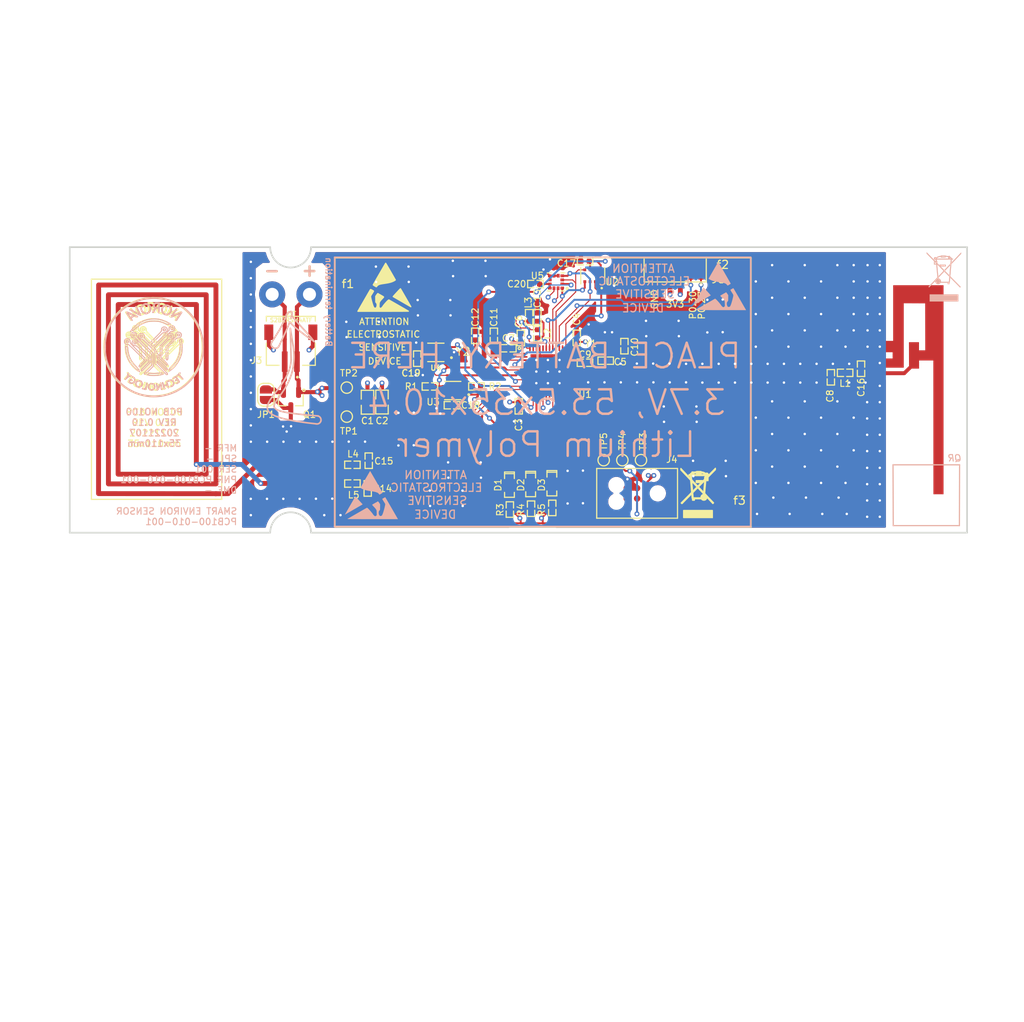
<source format=kicad_pcb>
(kicad_pcb (version 20171130) (host pcbnew "(5.1.9)-1")
  (title_block (title NO_SENS_TP1) (date 2022-07-06) (rev 0.1) (company Norova))
  (layers (0 F.Cu mixed) (1 In1.Cu signal) (2 In2.Cu signal) (31 B.Cu power) (34 B.Paste user) (35 F.Paste user) (36 B.SilkS user) (37 F.SilkS user) (38 B.Mask user) (39 F.Mask user) (44 Edge.Cuts user))
  (net 0 "")
  (net 1 GND)
  (net 2 +3V3)
  (net 3 "/MCU Board-controller/XC1")
  (net 4 "Net-(C9-Pad2)")
  (net 5 BL_ANT)
  (net 6 "Net-(C11-Pad2)")
  (net 7 "/MCU Board-controller/XC2")
  (net 8 NFC2)
  (net 9 NFC1)
  (net 10 Sensor_power1)
  (net 11 Sensor_power2)
  (net 12 "Net-(D1-Pad1)")
  (net 13 LED1)
  (net 14 LED2)
  (net 15 "Net-(D2-Pad1)")
  (net 16 LED3)
  (net 17 "Net-(D3-Pad1)")
  (net 18 "/MCU Board-controller/SWDIO")
  (net 19 "/MCU Board-controller/SWDCLK")
  (net 20 "/MCU Board-controller/P0.21_RESET")
  (net 21 "/MCU Board-controller/P0.20")
  (net 22 "Net-(L3-Pad1)")
  (net 23 "Net-(L4-Pad1)")
  (net 24 SDA)
  (net 25 SCL)
  (net 26 "/MCU Board-controller/P0.02")
  (net 27 ~SPI_PRESS_CS)
  (net 28 "/MCU Board-controller/P0.06")
  (net 29 "/MCU Board-controller/P0.08")
  (net 30 "/MCU Board-controller/P0.13")
  (net 31 "/MCU Board-controller/P0.16")
  (net 32 "/MCU Board-controller/P0.22")
  (net 33 "/MCU Board-controller/P0.23")
  (net 34 "/MCU Board-controller/P0.24")
  (net 35 MOSI)
  (net 36 "/MCU Board-controller/P0.27")
  (net 37 MISO)
  (net 38 SCK)
  (net 39 "/MCU Board-controller/P0.30")
  (net 40 "/MCU Board-controller/ANTENNA")
  (net 41 "Net-(C7-Pad2)")
  (net 42 "Net-(C12-Pad2)")
  (net 43 "Net-(C13-Pad1)")
  (net 44 "Net-(L2-Pad1)")
  (net 45 "Net-(L5-Pad2)")
  (net 46 ~SPI_ACC_CS)
  (net 47 "Net-(U1-Pad32)")
  (net 48 "Net-(U1-Pad44)")
  (net 49 ~TEMP_ALERT)
  (net 50 ACC_INT1)
  (net 51 ACC_INT2)
  (module KiCad404_Wiik_footprints:1pin_1,6_3,2 (layer F.Cu) (at 120.414 33.136)
    (fp_text reference J2 hide)
    (fp_text value GND hide)
    (pad 1 thru_hole circle (at 0 0) (size 3.2 3.2) (drill 1.6) (layers *.Cu *.Mask) (net 1 GND))
  )
  (module KiCad404_Wiik_footprints:SMD_0402 (layer F.Cu) (at 149.55 59.51 90)
    (fp_text reference R3 (at -0.042 -1.196 90) (layer F.SilkS) (effects (font (size 0.8 0.8) (thickness 0.13))))
    (fp_text value 1k hide)
    (pad 1 smd roundrect (at -0.5 0 90) (size 0.6 0.6) (layers F.Cu F.Paste F.Mask) (roundrect_rratio 0.15) (net 2 +3V3))
    (pad 2 smd roundrect (at 0.5 0 90) (size 0.6 0.6) (layers F.Cu F.Paste F.Mask) (roundrect_rratio 0.15) (net 12 "Net-(D1-Pad1)"))
  )
  (module KiCad404_Wiik_footprints:SMD_0603_LED_SML-D12M8WT86 (layer F.Cu) (at 149.5 56.56 270)
    (fp_text reference D1 (at -0.056 1.4 90) (layer F.SilkS) (effects (font (size 0.8 0.8) (thickness 0.13))))
    (fp_text value GP_LED)
    (pad 2 smd roundrect (at -0.825 0 270) (size 0.8 0.8) (layers F.Cu F.Paste F.Mask) (roundrect_rratio 0.1) (net 13 LED1))
    (pad 1 smd roundrect (at 0.825 0 270) (size 0.8 0.8) (layers F.Cu F.Paste F.Mask) (roundrect_rratio 0.1) (net 12 "Net-(D1-Pad1)"))
  )
  (module KiCad404_Wiik_footprints:SMD_0603_LED_SML-D12M8WT86 (layer F.Cu) (at 154.7 56.385 270)
    (fp_text reference D3 (at 0.119 1.266 90) (layer F.SilkS) (effects (font (size 0.8 0.8) (thickness 0.125))))
    (fp_text value GP_LED)
    (pad 1 smd roundrect (at 0.825 0 270) (size 0.8 0.8) (layers F.Cu F.Paste F.Mask) (roundrect_rratio 0.1) (net 17 "Net-(D3-Pad1)"))
    (pad 2 smd roundrect (at -0.825 0 270) (size 0.8 0.8) (layers F.Cu F.Paste F.Mask) (roundrect_rratio 0.1) (net 16 LED3))
  )
  (module KiCad404_Wiik_footprints:SMD_0402 (layer F.Cu) (at 152.15 59.41 90)
    (fp_text reference R4 (at -0.142 -1.256 90) (layer F.SilkS) (effects (font (size 0.8 0.8) (thickness 0.125))))
    (fp_text value 1k hide)
    (pad 2 smd roundrect (at 0.5 0 90) (size 0.6 0.6) (layers F.Cu F.Paste F.Mask) (roundrect_rratio 0.15) (net 15 "Net-(D2-Pad1)"))
    (pad 1 smd roundrect (at -0.5 0 90) (size 0.6 0.6) (layers F.Cu F.Paste F.Mask) (roundrect_rratio 0.15) (net 2 +3V3))
  )
  (module KiCad404_Wiik_footprints:SMD_0603_LED_SML-D12M8WT86 (layer F.Cu) (at 152.1 56.485 270)
    (fp_text reference D2 (at 0.019 1.206 90) (layer F.SilkS) (effects (font (size 0.8 0.8) (thickness 0.125))))
    (fp_text value GP_LED)
    (pad 1 smd roundrect (at 0.825 0 270) (size 0.8 0.8) (layers F.Cu F.Paste F.Mask) (roundrect_rratio 0.1) (net 15 "Net-(D2-Pad1)"))
    (pad 2 smd roundrect (at -0.825 0 270) (size 0.8 0.8) (layers F.Cu F.Paste F.Mask) (roundrect_rratio 0.1) (net 14 LED2))
  )
  (module KiCad404_Wiik_footprints:SMD_0402 (layer F.Cu) (at 154.75 59.31 90)
    (fp_text reference R5 (at -0.242 -1.316 90) (layer F.SilkS) (effects (font (size 0.8 0.8) (thickness 0.125))))
    (fp_text value 1k hide)
    (pad 2 smd roundrect (at 0.5 0 90) (size 0.6 0.6) (layers F.Cu F.Paste F.Mask) (roundrect_rratio 0.15) (net 17 "Net-(D3-Pad1)"))
    (pad 1 smd roundrect (at -0.5 0 90) (size 0.6 0.6) (layers F.Cu F.Paste F.Mask) (roundrect_rratio 0.15) (net 2 +3V3))
  )
  (module Symbol:ESD-Logo_6.6x6mm_SilkScreen (layer B.Cu) (at 175.25 32.1 180)
    (fp_text reference REF** hide)
    (fp_text value ESD-Logo_6.6x6mm_SilkScreen hide)
  )
  (module Symbol:WEEE-Logo_4.2x6mm_SilkScreen (layer F.Cu) (at 172.625 57.475)
    (fp_text reference REF** hide)
    (fp_text value WEEE-Logo_4.2x6mm_SilkScreen hide)
  )
  (module David:NFC_ANT_NOROVA (layer F.Cu) (at 101 44.3 90)
    (fp_text reference P1 hide)
    (fp_text value ~)
    (pad 2 smd custom (at -9.68 10.12 90) (size 0.6 0.6) (layers F.Cu) (net 45 "Net-(L5-Pad2)") (clearance 0.000001) (options (clearance outline) (anchor circle)) (primitives (gr_line (start 20.8 -10.78) (end 20.8 1.21) (width 0.6)) (gr_line (start 21.99 -11.98) (end 22 2.4) (width 0.6)) (gr_line (start -3.59 2.42) (end -3.58 -11.99) (width 0.6)) (gr_line (start 22 -11.98) (end -3.58 -11.99) (width 0.6)) (gr_line (start -2.39 -10.78) (end -2.39 2.41) (width 0.6)) (gr_line (start -1.2 -9.59) (end -1.2 1.21) (width 0.6)) (gr_line (start 19.6 0.01) (end 0 0) (width 0.6)) (gr_line (start 20.8 -10.78) (end -2.39 -10.78) (width 0.6)) (gr_line (start -2.38 2.41) (end 22 2.4) (width 0.6)) (gr_line (start -1.2 -9.59) (end 19.6 -9.58) (width 0.6)) (gr_line (start 19.6 0.01) (end 19.6 -9.58) (width 0.6)) (gr_line (start -1.2 1.21) (end 20.8 1.21) (width 0.6))))
  )
  (module Fiducial:Fiducial_1mm_Mask2mm (layer F.Cu) (at 177.65 60.2)
    (fp_text reference f3 (at 0.05 -1.8) (layer F.SilkS))
    (fp_text value Fiducial_1mm_Mask2mm)
    (pad "" smd circle (at -0.1 0) (size 1 1) (layers F.Cu F.Mask) (clearance 0.5))
  )
  (module Fiducial:Fiducial_1mm_Mask2mm (layer F.Cu) (at 177.55 30.05)
    (fp_text reference f2 (at -1.9 -0.55) (layer F.SilkS))
    (fp_text value Fiducial_1mm_Mask2mm)
    (pad "" smd circle (at 0 0) (size 1 1) (layers F.Cu F.Mask) (clearance 0.5))
  )
  (module Fiducial:Fiducial_1mm_Mask2mm (layer F.Cu) (at 129.65 30.05)
    (fp_text reference f1 (at 0.05 1.8) (layer F.SilkS))
    (fp_text value Fiducial_1mm_Mask2mm)
    (pad "" smd circle (at 0 0) (size 1 1) (layers F.Cu F.Mask) (clearance 0.5))
  )
  (module David:Inverted_F_ANT_BL_V2 (layer F.Cu) (at 201.55 40.75 270)
    (fp_text reference P2 hide)
    (fp_text value ~)
    (fp_line (start 2.05 3.65) (end 2.05 5.87) (layer F.Cu) (width 0.46))
    (pad 2 smd custom (at 0.78 5.71 270) (size 0.46 0.46) (layers F.Cu) (net 1 GND) (options (clearance outline) (anchor circle)) (primitives (gr_poly (pts (xy 16.0967 -5.646) (xy -0.305 -5.635) (xy -0.305 -3.86) (xy 0.695 -3.8615) (xy 0.695 -2.6585) (xy -2.5216 -2.6464) (xy -2.5216 -3.8494) (xy -1.5217 -3.8494) (xy -1.5217 -4.6461) (xy -7.305 -4.635) (xy -7.3177 -1.9833) (xy 0.5795 -1.9833) (xy 0.5795 0.3531) (xy -0.5219 0.3531) (xy -0.5219 -0.6467) (xy -1.3186 -0.6467) (xy -1.3186 0.3531) (xy -2.68 0.35) (xy -2.68 -0.71) (xy -9.505 -0.71) (xy -9.5028 -6.8594) (xy 16.0967 -6.8594)) (width 0.03)) (gr_line (start 0.2 -3.16) (end 1.27 -2.06) (width 0.46))))
    (pad 1 smd circle (at 2.05 5.87 270) (size 0.46 0.46) (layers F.Cu) (net 40 "/MCU Board-controller/ANTENNA"))
  )
  (module Symbol:ESD-Logo_6.6x6mm_SilkScreen (layer B.Cu) (at 132.575 57.725 180)
    (fp_text reference REF** hide)
    (fp_text value ESD-Logo_6.6x6mm_SilkScreen hide)
  )
  (module David:norova_logo_fsilk (layer F.Cu) (at 105.85 36.1)
    (fp_text reference REF** hide)
    (fp_text value norova_logo_fsilk)
  )
  (module "" (layer F.Cu) (at 87.3 -2.7)
    (fp_text reference "" (at 102.6 37) (layer F.SilkS) (effects (font (size 1.27 1.27))))
    (fp_text value "" (at 102.6 37) (layer F.SilkS) (effects (font (size 1.27 1.27))))
  )
  (module "" (layer F.Cu) (at 102.6 37)
    (fp_text reference "" (at 102.05 44.2) (layer F.SilkS) (effects (font (size 1.27 1.27))))
    (fp_text value "" (at 102.05 44.2) (layer F.SilkS) (effects (font (size 1.27 1.27))))
  )
  (module Symbol:ESD-Logo_6.6x6mm_SilkScreen (layer F.Cu) (at 134.175 32.25)
    (fp_text reference REF** hide)
    (fp_text value ESD-Logo_6.6x6mm_SilkScreen hide)
  )
  (module Symbol:WEEE-Logo_4.2x6mm_SilkScreen (layer B.Cu) (at 202.76 30.99 180)
    (fp_text reference REF** hide)
    (fp_text value WEEE-Logo_4.2x6mm_SilkScreen hide)
  )
  (module KiCad_Dab_Lib:norova_logo (layer F.Cu) (at 147.04314 116.4844)
    (fp_text reference G*** hide)
    (fp_text value LOGO hide)
  )
  (module KiCad404_Wiik_footprints:SMD_0402_C (layer F.Cu) (at 150.64 46.852 90)
    (fp_text reference C3 (at -2.286 0 90) (layer F.SilkS) (effects (font (size 0.8 0.8) (thickness 0.13))))
    (fp_text value 1u hide)
    (pad 1 smd roundrect (at -0.5 0 90) (size 0.6 0.6) (layers F.Cu F.Paste F.Mask) (roundrect_rratio 0.15) (net 1 GND))
    (pad 2 smd roundrect (at 0.5 0 90) (size 0.6 0.6) (layers F.Cu F.Paste F.Mask) (roundrect_rratio 0.15) (net 2 +3V3))
  )
  (module KiCad404_Wiik_footprints:SMD_0402_C (layer F.Cu) (at 157.752 38.462 270)
    (fp_text reference C4 (at -2.286 0 90) (layer F.SilkS) (effects (font (size 0.8 0.8) (thickness 0.13))))
    (fp_text value 1u hide)
    (pad 2 smd roundrect (at 0.5 0 270) (size 0.6 0.6) (layers F.Cu F.Paste F.Mask) (roundrect_rratio 0.15) (net 2 +3V3))
    (pad 1 smd roundrect (at -0.5 0 270) (size 0.6 0.6) (layers F.Cu F.Paste F.Mask) (roundrect_rratio 0.15) (net 1 GND))
  )
  (module KiCad404_Wiik_footprints:SMD_0402_C (layer F.Cu) (at 161.3 41.264 180)
    (fp_text reference C5 (at -1.786 -0.15) (layer F.SilkS) (effects (font (size 0.8 0.8) (thickness 0.13))))
    (fp_text value 12p hide)
    (pad 1 smd roundrect (at -0.5 0 180) (size 0.6 0.6) (layers F.Cu F.Paste F.Mask) (roundrect_rratio 0.15) (net 1 GND))
    (pad 2 smd roundrect (at 0.5 0 180) (size 0.6 0.6) (layers F.Cu F.Paste F.Mask) (roundrect_rratio 0.15) (net 3 "/MCU Board-controller/XC1"))
  )
  (module KiCad404_Wiik_footprints:SMD_0402_C (layer F.Cu) (at 149.37 39.74)
    (fp_text reference C7 (at 0 -1.225) (layer F.SilkS) (effects (font (size 0.8 0.8) (thickness 0.13))))
    (fp_text value 100n hide)
    (pad 1 smd roundrect (at -0.5 0) (size 0.6 0.6) (layers F.Cu F.Paste F.Mask) (roundrect_rratio 0.15) (net 1 GND))
    (pad 2 smd roundrect (at 0.5 0) (size 0.6 0.6) (layers F.Cu F.Paste F.Mask) (roundrect_rratio 0.15) (net 41 "Net-(C7-Pad2)"))
  )
  (module KiCad404_Wiik_footprints:SMD_0402_C (layer F.Cu) (at 158.76 41.518 180)
    (fp_text reference C9 (at -0.008 1.016) (layer F.SilkS) (effects (font (size 0.8 0.8) (thickness 0.13))))
    (fp_text value 100p hide)
    (pad 2 smd roundrect (at 0.5 0 180) (size 0.6 0.6) (layers F.Cu F.Paste F.Mask) (roundrect_rratio 0.15) (net 4 "Net-(C9-Pad2)"))
    (pad 1 smd roundrect (at -0.5 0 180) (size 0.6 0.6) (layers F.Cu F.Paste F.Mask) (roundrect_rratio 0.15) (net 1 GND))
  )
  (module KiCad404_Wiik_footprints:SMD_0402_C (layer F.Cu) (at 163.594 39.486 90)
    (fp_text reference C10 (at -0.1 1.25 90) (layer F.SilkS) (effects (font (size 0.8 0.8) (thickness 0.13))))
    (fp_text value 12p hide)
    (pad 2 smd roundrect (at 0.5 0 90) (size 0.6 0.6) (layers F.Cu F.Paste F.Mask) (roundrect_rratio 0.15) (net 7 "/MCU Board-controller/XC2"))
    (pad 1 smd roundrect (at -0.5 0 90) (size 0.6 0.6) (layers F.Cu F.Paste F.Mask) (roundrect_rratio 0.15) (net 1 GND))
  )
  (module KiCad404_Wiik_footprints:SMD_0402_C (layer F.Cu) (at 152.926 35.93 90)
    (fp_text reference C13 (at 2.286 0 90) (layer F.SilkS) (effects (font (size 0.8 0.8) (thickness 0.13))))
    (fp_text value 1u hide)
    (pad 1 smd roundrect (at -0.5 0 90) (size 0.6 0.6) (layers F.Cu F.Paste F.Mask) (roundrect_rratio 0.15) (net 43 "Net-(C13-Pad1)"))
    (pad 2 smd roundrect (at 0.5 0 90) (size 0.6 0.6) (layers F.Cu F.Paste F.Mask) (roundrect_rratio 0.15) (net 1 GND))
  )
  (module KiCad404_Wiik_footprints:SMD_0402_C (layer F.Cu) (at 158.768 29.072 180)
    (fp_text reference C17 (at 2.286 -0.254) (layer F.SilkS) (effects (font (size 0.8 0.8) (thickness 0.13))))
    (fp_text value 1u hide)
    (pad 2 smd roundrect (at 0.5 0 180) (size 0.6 0.6) (layers F.Cu F.Paste F.Mask) (roundrect_rratio 0.15) (net 1 GND))
    (pad 1 smd roundrect (at -0.5 0 180) (size 0.6 0.6) (layers F.Cu F.Paste F.Mask) (roundrect_rratio 0.15) (net 11 Sensor_power2))
  )
  (module KiCad404_Wiik_footprints:SMD_0402_C (layer F.Cu) (at 142.45 46.725 180)
    (fp_text reference C18 (at -2.286 0) (layer F.SilkS) (effects (font (size 0.8 0.8) (thickness 0.13))))
    (fp_text value 1u hide)
    (pad 2 smd roundrect (at 0.5 0 180) (size 0.6 0.6) (layers F.Cu F.Paste F.Mask) (roundrect_rratio 0.15) (net 1 GND))
    (pad 1 smd roundrect (at -0.5 0 180) (size 0.6 0.6) (layers F.Cu F.Paste F.Mask) (roundrect_rratio 0.15) (net 10 Sensor_power1))
  )
  (module KiCad404_Wiik_footprints:SMD_0402_L (layer F.Cu) (at 152.926 37.97 270)
    (fp_text reference L2 (at -0.008 -1.27 90) (layer F.SilkS) (effects (font (size 0.8 0.8) (thickness 0.13))))
    (fp_text value 15n hide)
    (pad 2 smd roundrect (at 0.5 0 270) (size 0.6 0.6) (layers F.Cu F.Paste F.Mask) (roundrect_rratio 0.15) (net 43 "Net-(C13-Pad1)"))
    (pad 1 smd roundrect (at -0.5 0 270) (size 0.6 0.6) (layers F.Cu F.Paste F.Mask) (roundrect_rratio 0.15) (net 44 "Net-(L2-Pad1)"))
  )
  (module KiCad404_Wiik_footprints:SMD_0402_L (layer F.Cu) (at 151.91 35.938 90)
    (fp_text reference L3 (at 1.786 -0.1 90) (layer F.SilkS) (effects (font (size 0.8 0.8) (thickness 0.13))))
    (fp_text value 15n hide)
    (pad 1 smd roundrect (at -0.5 0 90) (size 0.6 0.6) (layers F.Cu F.Paste F.Mask) (roundrect_rratio 0.15) (net 22 "Net-(L3-Pad1)"))
    (pad 2 smd roundrect (at 0.5 0 90) (size 0.6 0.6) (layers F.Cu F.Paste F.Mask) (roundrect_rratio 0.15) (net 44 "Net-(L2-Pad1)"))
  )
  (module KiCad404_Wiik_footprints:SMD_0402 (layer F.Cu) (at 139.75 44.425)
    (fp_text reference R1 (at -2.286 0) (layer F.SilkS) (effects (font (size 0.8 0.8) (thickness 0.13))))
    (fp_text value 1k hide)
    (pad 1 smd roundrect (at -0.5 0) (size 0.6 0.6) (layers F.Cu F.Paste F.Mask) (roundrect_rratio 0.15) (net 10 Sensor_power1))
    (pad 2 smd roundrect (at 0.5 0) (size 0.6 0.6) (layers F.Cu F.Paste F.Mask) (roundrect_rratio 0.15) (net 24 SDA))
  )
  (module KiCad404_Wiik_footprints:SMD_0402 (layer F.Cu) (at 145.45 44.425 180)
    (fp_text reference R2 (at -2.286 0) (layer F.SilkS) (effects (font (size 0.8 0.8) (thickness 0.13))))
    (fp_text value 1k hide)
    (pad 2 smd roundrect (at 0.5 0 180) (size 0.6 0.6) (layers F.Cu F.Paste F.Mask) (roundrect_rratio 0.15) (net 25 SCL))
    (pad 1 smd roundrect (at -0.5 0 180) (size 0.6 0.6) (layers F.Cu F.Paste F.Mask) (roundrect_rratio 0.15) (net 10 Sensor_power1))
  )
  (module Sensorhub:nrf52832 (layer F.Cu) (at 154.215 42.6)
    (fp_text reference U1 (at 4.5532 2.81088) (layer F.SilkS) (effects (font (size 0.8 0.8) (thickness 0.13))))
    (fp_text value nrf52832_nRF52832)
    (pad 49 smd rect (at 0 1.42) (size 1.42 1.42) (layers F.Cu F.Paste F.Mask) (net 1 GND))
    (pad 49 smd rect (at 1.42 0) (size 1.42 1.42) (layers F.Cu F.Paste F.Mask) (net 1 GND))
    (pad 49 smd rect (at -1.42 0) (size 1.42 1.42) (layers F.Cu F.Paste F.Mask) (net 1 GND))
    (pad 49 smd rect (at 0 0) (size 1.42 1.42) (layers F.Cu F.Paste F.Mask) (net 1 GND))
    (pad 49 smd rect (at 0 -1.42) (size 1.42 1.42) (layers F.Cu F.Paste F.Mask) (net 1 GND))
    (pad 1 smd oval (at -2.86 -2.2 90) (size 0.2 0.74) (layers F.Cu F.Paste F.Mask) (net 41 "Net-(C7-Pad2)"))
    (pad 2 smd oval (at -2.86 -1.8 90) (size 0.2 0.74) (layers F.Cu F.Paste F.Mask) (net 6 "Net-(C11-Pad2)"))
    (pad 3 smd oval (at -2.86 -1.4 90) (size 0.2 0.74) (layers F.Cu F.Paste F.Mask) (net 42 "Net-(C12-Pad2)"))
    (pad 4 smd oval (at -2.86 -1 90) (size 0.2 0.74) (layers F.Cu F.Paste F.Mask) (net 26 "/MCU Board-controller/P0.02"))
    (pad 5 smd oval (at -2.86 -0.6 90) (size 0.2 0.74) (layers F.Cu F.Paste F.Mask) (net 27 ~SPI_PRESS_CS))
    (pad 6 smd oval (at -2.86 -0.2 90) (size 0.2 0.74) (layers F.Cu F.Paste F.Mask) (net 24 SDA))
    (pad 7 smd oval (at -2.86 0.2 90) (size 0.2 0.74) (layers F.Cu F.Paste F.Mask) (net 25 SCL))
    (pad 8 smd oval (at -2.86 0.6 90) (size 0.2 0.74) (layers F.Cu F.Paste F.Mask) (net 28 "/MCU Board-controller/P0.06"))
    (pad 9 smd oval (at -2.86 1 90) (size 0.2 0.74) (layers F.Cu F.Paste F.Mask) (net 11 Sensor_power2))
    (pad 10 smd oval (at -2.86 1.4 90) (size 0.2 0.74) (layers F.Cu F.Paste F.Mask) (net 29 "/MCU Board-controller/P0.08"))
    (pad 11 smd oval (at -2.86 1.8 90) (size 0.2 0.74) (layers F.Cu F.Paste F.Mask) (net 9 NFC1))
    (pad 12 smd oval (at -2.86 2.2 90) (size 0.2 0.74) (layers F.Cu F.Paste F.Mask) (net 8 NFC2))
    (pad 13 smd oval (at -2.2 2.86 180) (size 0.2 0.74) (layers F.Cu F.Paste F.Mask) (net 2 +3V3))
    (pad 14 smd oval (at -1.8 2.86 180) (size 0.2 0.74) (layers F.Cu F.Paste F.Mask) (net 49 ~TEMP_ALERT))
    (pad 15 smd oval (at -1.4 2.86 180) (size 0.2 0.74) (layers F.Cu F.Paste F.Mask) (net 10 Sensor_power1))
    (pad 16 smd oval (at -1 2.86 180) (size 0.2 0.74) (layers F.Cu F.Paste F.Mask) (net 30 "/MCU Board-controller/P0.13"))
    (pad 17 smd oval (at -0.6 2.86 180) (size 0.2 0.74) (layers F.Cu F.Paste F.Mask) (net 50 ACC_INT1))
    (pad 18 smd oval (at -0.2 2.86 180) (size 0.2 0.74) (layers F.Cu F.Paste F.Mask) (net 51 ACC_INT2))
    (pad 19 smd oval (at 0.2 2.86 180) (size 0.2 0.74) (layers F.Cu F.Paste F.Mask) (net 31 "/MCU Board-controller/P0.16"))
    (pad 20 smd oval (at 0.6 2.86 180) (size 0.2 0.74) (layers F.Cu F.Paste F.Mask) (net 13 LED1))
    (pad 21 smd oval (at 1 2.86 180) (size 0.2 0.74) (layers F.Cu F.Paste F.Mask) (net 14 LED2))
    (pad 22 smd oval (at 1.4 2.86 180) (size 0.2 0.74) (layers F.Cu F.Paste F.Mask) (net 16 LED3))
    (pad 23 smd oval (at 1.8 2.86 180) (size 0.2 0.74) (layers F.Cu F.Paste F.Mask) (net 21 "/MCU Board-controller/P0.20"))
    (pad 24 smd oval (at 2.2 2.86 180) (size 0.2 0.74) (layers F.Cu F.Paste F.Mask) (net 20 "/MCU Board-controller/P0.21_RESET"))
    (pad 25 smd oval (at 2.86 2.2 90) (size 0.2 0.74) (layers F.Cu F.Paste F.Mask) (net 19 "/MCU Board-controller/SWDCLK"))
    (pad 26 smd oval (at 2.86 1.8 90) (size 0.2 0.74) (layers F.Cu F.Paste F.Mask) (net 18 "/MCU Board-controller/SWDIO"))
    (pad 27 smd oval (at 2.86 1.4 90) (size 0.2 0.74) (layers F.Cu F.Paste F.Mask) (net 32 "/MCU Board-controller/P0.22"))
    (pad 28 smd oval (at 2.86 1 90) (size 0.2 0.74) (layers F.Cu F.Paste F.Mask) (net 33 "/MCU Board-controller/P0.23"))
    (pad 29 smd oval (at 2.86 0.6 90) (size 0.2 0.74) (layers F.Cu F.Paste F.Mask) (net 34 "/MCU Board-controller/P0.24"))
    (pad 30 smd oval (at 2.86 0.2 90) (size 0.2 0.74) (layers F.Cu F.Paste F.Mask) (net 5 BL_ANT))
    (pad 31 smd oval (at 2.86 -0.2 90) (size 0.2 0.74) (layers F.Cu F.Paste F.Mask) (net 1 GND))
    (pad 32 smd oval (at 2.86 -0.6 90) (size 0.2 0.74) (layers F.Cu F.Paste F.Mask) (net 47 "Net-(U1-Pad32)"))
    (pad 33 smd oval (at 2.86 -1 90) (size 0.2 0.74) (layers F.Cu F.Paste F.Mask) (net 4 "Net-(C9-Pad2)"))
    (pad 34 smd oval (at 2.86 -1.4 90) (size 0.2 0.74) (layers F.Cu F.Paste F.Mask) (net 3 "/MCU Board-controller/XC1"))
    (pad 35 smd oval (at 2.86 -1.8 90) (size 0.2 0.74) (layers F.Cu F.Paste F.Mask) (net 7 "/MCU Board-controller/XC2"))
    (pad 36 smd oval (at 2.86 -2.2 90) (size 0.2 0.74) (layers F.Cu F.Paste F.Mask) (net 2 +3V3))
    (pad 37 smd oval (at 2.2 -2.86 180) (size 0.2 0.74) (layers F.Cu F.Paste F.Mask) (net 35 MOSI))
    (pad 38 smd oval (at 1.8 -2.86 180) (size 0.2 0.74) (layers F.Cu F.Paste F.Mask) (net 1 GND))
    (pad 39 smd oval (at 1.4 -2.86 180) (size 0.2 0.74) (layers F.Cu F.Paste F.Mask) (net 36 "/MCU Board-controller/P0.27"))
    (pad 40 smd oval (at 1 -2.86 180) (size 0.2 0.74) (layers F.Cu F.Paste F.Mask) (net 37 MISO))
    (pad 41 smd oval (at 0.6 -2.86 180) (size 0.2 0.74) (layers F.Cu F.Paste F.Mask) (net 38 SCK))
    (pad 42 smd oval (at 0.2 -2.86 180) (size 0.2 0.74) (layers F.Cu F.Paste F.Mask) (net 39 "/MCU Board-controller/P0.30"))
    (pad 43 smd oval (at -0.2 -2.86 180) (size 0.2 0.74) (layers F.Cu F.Paste F.Mask) (net 46 ~SPI_ACC_CS))
    (pad 44 smd oval (at -0.6 -2.86 180) (size 0.2 0.74) (layers F.Cu F.Paste F.Mask) (net 48 "Net-(U1-Pad44)"))
    (pad 45 smd oval (at -1 -2.86 180) (size 0.2 0.74) (layers F.Cu F.Paste F.Mask) (net 1 GND))
    (pad 46 smd oval (at -1.4 -2.86 180) (size 0.2 0.74) (layers F.Cu F.Paste F.Mask) (net 43 "Net-(C13-Pad1)"))
    (pad 47 smd oval (at -1.8 -2.86 180) (size 0.2 0.74) (layers F.Cu F.Paste F.Mask) (net 22 "Net-(L3-Pad1)"))
    (pad 48 smd oval (at -2.2 -2.86 180) (size 0.2 0.74) (layers F.Cu F.Paste F.Mask) (net 2 +3V3))
    (pad 49 smd rect (at -1.42 -1.42) (size 1.42 1.42) (layers F.Cu F.Paste F.Mask) (net 1 GND))
    (pad 49 smd rect (at 1.42 -1.42) (size 1.42 1.42) (layers F.Cu F.Paste F.Mask) (net 1 GND))
    (pad 49 smd rect (at 1.42 1.42) (size 1.42 1.42) (layers F.Cu F.Paste F.Mask) (net 1 GND))
    (pad 49 smd rect (at -1.42 1.42) (size 1.42 1.42) (layers F.Cu F.Paste F.Mask) (net 1 GND))
    (pad 49 thru_hole circle (at -1.42 -1.42) (size 0.6 0.6) (drill 0.3) (layers *.Cu B.Mask) (net 1 GND))
    (pad 49 thru_hole circle (at 0 -1.42) (size 0.6 0.6) (drill 0.3) (layers *.Cu B.Mask) (net 1 GND))
    (pad 49 thru_hole circle (at 1.42 -1.42) (size 0.6 0.6) (drill 0.3) (layers *.Cu B.Mask) (net 1 GND))
    (pad 49 thru_hole circle (at -1.42 0) (size 0.6 0.6) (drill 0.3) (layers *.Cu B.Mask) (net 1 GND))
    (pad 49 thru_hole circle (at 0 0) (size 0.6 0.6) (drill 0.3) (layers *.Cu B.Mask) (net 1 GND))
    (pad 49 thru_hole circle (at 1.42 0) (size 0.6 0.6) (drill 0.3) (layers *.Cu B.Mask) (net 1 GND))
    (pad 49 thru_hole circle (at -1.42 1.42) (size 0.6 0.6) (drill 0.3) (layers *.Cu B.Mask) (net 1 GND))
    (pad 49 thru_hole circle (at 0 1.42) (size 0.6 0.6) (drill 0.3) (layers *.Cu B.Mask) (net 1 GND))
    (pad 49 thru_hole circle (at 1.42 1.42) (size 0.6 0.6) (drill 0.3) (layers *.Cu B.Mask) (net 1 GND))
  )
  (module Sensorhub:XDCR_DPS310 (layer F.Cu) (at 159.712 30.85 270)
    (fp_text reference U2 (at 0.762 -2.358 180) (layer F.SilkS) (effects (font (size 0.8 0.8) (thickness 0.13))))
    (fp_text value DPS310)
    (pad 1 smd rect (at 0.725 -0.975 270) (size 0.35 0.35) (layers F.Cu F.Mask) (net 1 GND))
    (pad 2 smd rect (at 0.725 -0.325 270) (size 0.35 0.35) (layers F.Cu F.Mask) (net 27 ~SPI_PRESS_CS))
    (pad 3 smd rect (at 0.725 0.325 270) (size 0.35 0.35) (layers F.Cu F.Mask) (net 35 MOSI))
    (pad 4 smd rect (at 0.725 0.975 270) (size 0.35 0.35) (layers F.Cu F.Mask) (net 38 SCK))
    (pad 5 smd rect (at -0.725 0.975 270) (size 0.35 0.35) (layers F.Cu F.Mask) (net 37 MISO))
    (pad 6 smd rect (at -0.725 0.325 270) (size 0.35 0.35) (layers F.Cu F.Mask) (net 11 Sensor_power2))
    (pad 7 smd rect (at -0.725 -0.325 270) (size 0.35 0.35) (layers F.Cu F.Mask) (net 1 GND))
    (pad 8 smd rect (at -0.725 -0.975 270) (size 0.35 0.35) (layers F.Cu F.Mask) (net 11 Sensor_power2))
  )
  (module Sensorhub:SHTC3 (layer F.Cu) (at 142.55 44.925 180)
    (fp_text reference U3 (at 2.4 -1.4) (layer F.SilkS) (effects (font (size 0.8 0.8) (thickness 0.13))))
    (fp_text value SHTC3-TR-2.5KS)
    (pad 1 smd roundrect (at -0.97 -0.5 180) (size 0.75 0.35) (layers F.Cu F.Paste F.Mask) (roundrect_rratio 0.04) (net 10 Sensor_power1))
    (pad 2 smd roundrect (at -0.97 0.5 180) (size 0.75 0.35) (layers F.Cu F.Paste F.Mask) (roundrect_rratio 0.04) (net 25 SCL))
    (pad 3 smd roundrect (at 0.97 0.5 180) (size 0.75 0.35) (layers F.Cu F.Paste F.Mask) (roundrect_rratio 0.04) (net 24 SDA))
    (pad 4 smd roundrect (at 0.97 -0.5 180) (size 0.75 0.35) (layers F.Cu F.Paste F.Mask) (roundrect_rratio 0.04) (net 1 GND))
    (pad 5 smd rect (at 0 0 180) (size 0.7 1.6) (layers F.Cu F.Paste F.Mask) (net 1 GND))
  )
  (module Sensorhub:20X16MM_4PIN_CRYSTAL (layer F.Cu) (at 161.562 39.486)
    (fp_text reference Y1 (at -2.1 -0.325) (layer F.SilkS) (effects (font (size 0.8 0.8) (thickness 0.13))))
    (fp_text value 4pin_crystal_4PIN_CRYSTAL)
    (pad 4 smd rect (at -0.725 -0.575) (size 0.95 0.85) (layers F.Cu F.Paste F.Mask) (net 1 GND))
    (pad 1 smd rect (at -0.725 0.575) (size 0.95 0.85) (layers F.Cu F.Paste F.Mask) (net 3 "/MCU Board-controller/XC1"))
    (pad 2 smd rect (at 0.725 0.575) (size 0.95 0.85) (layers F.Cu F.Paste F.Mask) (net 1 GND))
    (pad 3 smd rect (at 0.725 -0.575) (size 0.95 0.85) (layers F.Cu F.Paste F.Mask) (net 7 "/MCU Board-controller/XC2"))
  )
  (module Sensorhub:32X15MM_2PIN_CRYSTAL (layer F.Cu) (at 146.392 40.248 180)
    (fp_text reference Y2 (at 2.575 0.1) (layer F.SilkS) (effects (font (thickness 0.13))))
    (fp_text value 32k)
    (pad 1 smd rect (at -1.2 0 180) (size 0.8 1.5) (layers F.Cu F.Paste F.Mask) (net 6 "Net-(C11-Pad2)"))
    (pad 2 smd rect (at 1.2 0 180) (size 0.8 1.5) (layers F.Cu F.Paste F.Mask) (net 42 "Net-(C12-Pad2)"))
  )
  (module David:SOT23-3P96_237X112L42X44 (layer F.Cu) (at 122.7 46.09 270)
    (fp_text reference Q1 (at 1.778 -2.286 180) (layer F.SilkS) (effects (font (size 0.8 0.8) (thickness 0.13))))
    (fp_text value SI2312BDS-T1-GE3)
    (pad 1 smd roundrect (at -0.97 -0.95 180) (size 0.61 1.41) (layers F.Cu F.Paste F.Mask) (roundrect_rratio 0.35) (net 2 +3V3))
    (pad 3 smd roundrect (at 0.97 0 180) (size 0.61 1.41) (layers F.Cu F.Paste F.Mask) (roundrect_rratio 0.35) (net 1 GND))
    (pad 2 smd roundrect (at -0.97 0.9 180) (size 0.61 1.41) (layers F.Cu F.Paste F.Mask) (roundrect_rratio 0.35) (net 1 GND))
  )
  (module KiCad404_Wiik_footprints:SMD_0402_C (layer F.Cu) (at 188.9 43.3 270)
    (fp_text reference C8 (at 2.3 0.1 90) (layer F.SilkS) (effects (font (size 0.8 0.8) (thickness 0.13))))
    (fp_text value 0p8 hide)
    (pad 2 smd roundrect (at 0.5 0 270) (size 0.6 0.6) (layers F.Cu F.Paste F.Mask) (roundrect_rratio 0.15) (net 1 GND))
    (pad 1 smd roundrect (at -0.5 0 270) (size 0.6 0.6) (layers F.Cu F.Paste F.Mask) (roundrect_rratio 0.15) (net 5 BL_ANT))
  )
  (module KiCad404_Wiik_footprints:SMD_0402_C (layer F.Cu) (at 132.125 56.925 270)
    (fp_text reference C14 (at 0.025 -1.825 180) (layer F.SilkS) (effects (font (size 0.8 0.8) (thickness 0.13))))
    (fp_text value 130p hide)
    (pad 1 smd roundrect (at -0.5 0 270) (size 0.6 0.6) (layers F.Cu F.Paste F.Mask) (roundrect_rratio 0.15) (net 8 NFC2))
    (pad 2 smd roundrect (at 0.5 0 270) (size 0.6 0.6) (layers F.Cu F.Paste F.Mask) (roundrect_rratio 0.15) (net 1 GND))
  )
  (module KiCad404_Wiik_footprints:SMD_0402_C (layer F.Cu) (at 132.25 53.525 270)
    (fp_text reference C15 (at 0.05 -1.85 180) (layer F.SilkS) (effects (font (size 0.8 0.8) (thickness 0.13))))
    (fp_text value 130p hide)
    (pad 2 smd roundrect (at 0.5 0 270) (size 0.6 0.6) (layers F.Cu F.Paste F.Mask) (roundrect_rratio 0.15) (net 9 NFC1))
    (pad 1 smd roundrect (at -0.5 0 270) (size 0.6 0.6) (layers F.Cu F.Paste F.Mask) (roundrect_rratio 0.15) (net 1 GND))
  )
  (module KiCad404_Wiik_footprints:SMD_0402_C (layer F.Cu) (at 192.6 42.25 90)
    (fp_text reference C16 (at -2.286 0 90) (layer F.SilkS) (effects (font (size 0.8 0.8) (thickness 0.13))))
    (fp_text value 5.6pF hide)
    (pad 1 smd roundrect (at -0.5 0 90) (size 0.6 0.6) (layers F.Cu F.Paste F.Mask) (roundrect_rratio 0.15) (net 40 "/MCU Board-controller/ANTENNA"))
    (pad 2 smd roundrect (at 0.5 0 90) (size 0.6 0.6) (layers F.Cu F.Paste F.Mask) (roundrect_rratio 0.15) (net 1 GND))
  )
  (module David:plugofnails_TC2030-CTX (layer F.Cu) (at 165.15 57.525 180)
    (fp_text reference J4 (at -4.25 4.15 180) (layer F.SilkS) (effects (font (size 0.8 0.8) (thickness 0.13))))
    (fp_text value "SWD DEBUG")
    (pad 1 smd circle (at -1.27 0.635 180) (size 0.787 0.787) (layers F.Cu F.Mask) (net 2 +3V3))
    (pad 2 smd circle (at -1.27 -0.635 180) (size 0.787 0.787) (layers F.Cu F.Mask) (net 18 "/MCU Board-controller/SWDIO"))
    (pad 3 smd circle (at 0 0.635 180) (size 0.787 0.787) (layers F.Cu F.Mask) (net 1 GND))
    (pad 4 smd circle (at 0 -0.635 180) (size 0.787 0.787) (layers F.Cu F.Mask) (net 19 "/MCU Board-controller/SWDCLK"))
    (pad 5 smd circle (at 1.27 0.635 180) (size 0.787 0.787) (layers F.Cu F.Mask) (net 1 GND))
    (pad 6 smd circle (at 1.27 -0.635 180) (size 0.787 0.787) (layers F.Cu F.Mask) (net 20 "/MCU Board-controller/P0.21_RESET"))
    (pad "" np_thru_hole circle (at -2.54 0 180) (size 0.991 0.991) (drill 0.991) (layers *.Cu *.Mask))
    (pad "" np_thru_hole circle (at 2.54 1.016 180) (size 0.991 0.991) (drill 0.991) (layers *.Cu *.Mask))
    (pad "" np_thru_hole circle (at 2.54 -1.016 180) (size 0.991 0.991) (drill 0.991) (layers *.Cu *.Mask))
  )
  (module David:6_pads_1.27_pitch_BTM (layer B.Cu) (at 169.817 30.088)
    (fp_text reference J5 (at 5.315 1.175 unlocked) (layer F.SilkS) (effects (font (thickness 0.125))))
    (fp_text value "UART pads")
    (pad 1 smd roundrect (at 3.175 0) (size 0.9 2.5) (layers F.Cu F.Mask) (net 36 "/MCU Board-controller/P0.27"))
    (pad 2 smd roundrect (at 1.905 0) (size 0.9 2.5) (layers F.Cu F.Mask) (net 39 "/MCU Board-controller/P0.30"))
    (pad 3 smd roundrect (at 0.635 0) (size 0.9 2.5) (layers F.Cu F.Mask) (net 2 +3V3))
    (pad 4 smd roundrect (at -0.635 0) (size 0.9 2.5) (layers F.Cu F.Mask) (net 2 +3V3))
    (pad 5 smd roundrect (at -1.905 0) (size 0.9 2.5) (layers F.Cu F.Mask) (net 1 GND))
    (pad 6 smd roundrect (at -3.175 0) (size 0.9 2.5) (layers F.Cu F.Mask) (net 1 GND))
  )
  (module "David:JST_S2B-ZR-SM4A-TF(LF)(SN)" (layer F.Cu) (at 122.7 39.232 180)
    (fp_text reference J3 (at 4.2 -2) (layer F.SilkS) (effects (font (size 0.8 0.8) (thickness 0.13))))
    (fp_text value "S2B-ZR-SM4A-TF(LF)(SN)")
    (pad S2 smd rect (at 2.7 1.45) (size 1.1 1.9) (layers F.Cu F.Paste F.Mask) (net 1 GND))
    (pad S1 smd rect (at -2.7 1.45) (size 1.1 1.9) (layers F.Cu F.Paste F.Mask) (net 1 GND))
    (pad 2 smd rect (at 0.75 -2.15) (size 0.7 2.5) (layers F.Cu F.Paste F.Mask) (net 1 GND))
    (pad 1 smd rect (at -0.75 -2.15) (size 0.7 2.5) (layers F.Cu F.Paste F.Mask) (net 2 +3V3))
  )
  (module KiCad404_Wiik_footprints:SMD_0402_L (layer F.Cu) (at 190.65 42.75)
    (fp_text reference L1 (at 0 1.3) (layer F.SilkS) (effects (font (size 0.8 0.8) (thickness 0.13))))
    (fp_text value 1.8nH hide)
    (pad 1 smd roundrect (at -0.5 0) (size 0.6 0.6) (layers F.Cu F.Paste F.Mask) (roundrect_rratio 0.15) (net 5 BL_ANT))
    (pad 2 smd roundrect (at 0.5 0) (size 0.6 0.6) (layers F.Cu F.Paste F.Mask) (roundrect_rratio 0.15) (net 40 "/MCU Board-controller/ANTENNA"))
  )
  (module KiCad404_Wiik_footprints:SMD_0402_L (layer F.Cu) (at 130.25 54.025)
    (fp_text reference L4 (at 0.075 -1.325) (layer F.SilkS) (effects (font (size 0.8 0.8) (thickness 0.13))))
    (fp_text value 15n hide)
    (pad 1 smd roundrect (at -0.5 0) (size 0.6 0.6) (layers F.Cu F.Paste F.Mask) (roundrect_rratio 0.15) (net 23 "Net-(L4-Pad1)"))
    (pad 2 smd roundrect (at 0.5 0) (size 0.6 0.6) (layers F.Cu F.Paste F.Mask) (roundrect_rratio 0.15) (net 9 NFC1))
  )
  (module KiCad404_Wiik_footprints:SMD_0402_L (layer F.Cu) (at 130.25 56.325 180)
    (fp_text reference L5 (at -0.15 -1.4) (layer F.SilkS) (effects (font (size 0.8 0.8) (thickness 0.13))))
    (fp_text value 15n hide)
    (pad 2 smd roundrect (at 0.5 0 180) (size 0.6 0.6) (layers F.Cu F.Paste F.Mask) (roundrect_rratio 0.15) (net 45 "Net-(L5-Pad2)"))
    (pad 1 smd roundrect (at -0.5 0 180) (size 0.6 0.6) (layers F.Cu F.Paste F.Mask) (roundrect_rratio 0.15) (net 8 NFC2))
  )
  (module KiCad404_Wiik_footprints:SMD_0603_C (layer F.Cu) (at 132.098 46.35416 270)
    (fp_text reference C1 (at 2.27584 0 180) (layer F.SilkS) (effects (font (size 0.8 0.8) (thickness 0.13))))
    (fp_text value 10uF hide)
    (pad 1 smd roundrect (at -0.75184 0 270) (size 0.89916 1.00076) (layers F.Cu F.Paste F.Mask) (roundrect_rratio 0.15) (net 2 +3V3))
    (pad 2 smd roundrect (at 0.75184 0 270) (size 0.89916 1.00076) (layers F.Cu F.Paste F.Mask) (roundrect_rratio 0.15) (net 1 GND))
  )
  (module KiCad404_Wiik_footprints:SMD_0603_C (layer F.Cu) (at 133.876 46.33384 270)
    (fp_text reference C2 (at 2.29616 0 180) (layer F.SilkS) (effects (font (size 0.8 0.8) (thickness 0.13))))
    (fp_text value 10uF hide)
    (pad 2 smd roundrect (at 0.75184 0 270) (size 0.89916 1.00076) (layers F.Cu F.Paste F.Mask) (roundrect_rratio 0.15) (net 1 GND))
    (pad 1 smd roundrect (at -0.75184 0 270) (size 0.89916 1.00076) (layers F.Cu F.Paste F.Mask) (roundrect_rratio 0.15) (net 2 +3V3))
  )
  (module KiCad404_Wiik_footprints:SMD_0402_C (layer F.Cu) (at 150.894 38.478 270)
    (fp_text reference C6 (at -2.04 0.254 90) (layer F.SilkS) (effects (font (size 0.8 0.8) (thickness 0.13))))
    (fp_text value 4u7 hide)
    (pad 1 smd roundrect (at -0.5 0 270) (size 0.6 0.6) (layers F.Cu F.Paste F.Mask) (roundrect_rratio 0.15) (net 1 GND))
    (pad 2 smd roundrect (at 0.5 0 270) (size 0.6 0.6) (layers F.Cu F.Paste F.Mask) (roundrect_rratio 0.15) (net 2 +3V3))
  )
  (module KiCad404_Wiik_footprints:SMD_0402_C (layer F.Cu) (at 147.592 38.216 270)
    (fp_text reference C11 (at -2.286 0 90) (layer F.SilkS) (effects (font (size 0.8 0.8) (thickness 0.13))))
    (fp_text value 12p hide)
    (pad 2 smd roundrect (at 0.5 0 270) (size 0.6 0.6) (layers F.Cu F.Paste F.Mask) (roundrect_rratio 0.15) (net 6 "Net-(C11-Pad2)"))
    (pad 1 smd roundrect (at -0.5 0 270) (size 0.6 0.6) (layers F.Cu F.Paste F.Mask) (roundrect_rratio 0.15) (net 1 GND))
  )
  (module KiCad404_Wiik_footprints:SMD_0402_C (layer F.Cu) (at 145.306 38.216 270)
    (fp_text reference C12 (at -2.286 0 90) (layer F.SilkS) (effects (font (size 0.8 0.8) (thickness 0.13))))
    (fp_text value 12p hide)
    (pad 1 smd roundrect (at -0.5 0 270) (size 0.6 0.6) (layers F.Cu F.Paste F.Mask) (roundrect_rratio 0.15) (net 1 GND))
    (pad 2 smd roundrect (at 0.5 0 270) (size 0.6 0.6) (layers F.Cu F.Paste F.Mask) (roundrect_rratio 0.15) (net 42 "Net-(C12-Pad2)"))
  )
  (module KiCad404_Wiik_footprints:SMD_0402_C (layer F.Cu) (at 138.194 41.018 270)
    (fp_text reference C19 (at 1.77 0.762 180) (layer F.SilkS) (effects (font (size 0.8 0.8))))
    (fp_text value 1u hide)
    (pad 1 smd roundrect (at -0.5 0 270) (size 0.6 0.6) (layers F.Cu F.Paste F.Mask) (roundrect_rratio 0.15) (net 10 Sensor_power1))
    (pad 2 smd roundrect (at 0.5 0 270) (size 0.6 0.6) (layers F.Cu F.Paste F.Mask) (roundrect_rratio 0.15) (net 1 GND))
  )
  (module KiCad404_Wiik_footprints:SMD_0402_C (layer F.Cu) (at 152.68 31.866 180)
    (fp_text reference C20 (at 2.294 0) (layer F.SilkS) (effects (font (size 0.8 0.8) (thickness 0.13))))
    (fp_text value 4.7u hide)
    (pad 2 smd roundrect (at 0.5 0 180) (size 0.6 0.6) (layers F.Cu F.Paste F.Mask) (roundrect_rratio 0.15) (net 1 GND))
    (pad 1 smd roundrect (at -0.5 0 180) (size 0.6 0.6) (layers F.Cu F.Paste F.Mask) (roundrect_rratio 0.15) (net 11 Sensor_power2))
  )
  (module KiCad404_Wiik_footprints:1pin_1,6_3,2 (layer F.Cu) (at 124.986 33.136)
    (fp_text reference J1 hide)
    (fp_text value P+ hide)
    (pad 1 thru_hole circle (at 0 0) (size 3.2 3.2) (drill 1.6) (layers *.Cu *.Mask) (net 2 +3V3))
  )
  (module Jumper:SolderJumper-2_P1.3mm_Open_RoundedPad1.0x1.5mm (layer F.Cu) (at 119.652 45.44 270)
    (fp_text reference JP1 (at 2.428 0 180) (layer F.SilkS) (effects (font (size 0.8 0.8) (thickness 0.13))))
    (fp_text value solder-jp)
    (pad 1 smd custom (at -0.65 0 270) (size 1 0.5) (layers F.Cu F.Mask) (net 1 GND) (options (clearance outline) (anchor rect)) (primitives (gr_circle (center 0 0.25) (end 0.5 0.25) (width 0)) (gr_circle (center 0 -0.25) (end 0.5 -0.25) (width 0)) (gr_poly (pts (xy 0 -0.75) (xy 0.5 -0.75) (xy 0.5 0.75) (xy 0 0.75)) (width 0))))
    (pad 2 smd custom (at 0.65 0 270) (size 1 0.5) (layers F.Cu F.Mask) (net 1 GND) (options (clearance outline) (anchor rect)) (primitives (gr_circle (center 0 0.25) (end 0.5 0.25) (width 0)) (gr_circle (center 0 -0.25) (end 0.5 -0.25) (width 0)) (gr_poly (pts (xy 0 -0.75) (xy -0.5 -0.75) (xy -0.5 0.75) (xy 0 0.75)) (width 0))))
  )
  (module TestPoint:TestPoint_Pad_D1.0mm (layer F.Cu) (at 129.558 48.122)
    (fp_text reference TP1 (at 0.254 1.778) (layer F.SilkS) (effects (font (size 0.8 0.8) (thickness 0.13))))
    (fp_text value TestPoint)
    (pad 1 smd circle (at 0 0) (size 1 1) (layers F.Cu F.Mask) (net 1 GND))
  )
  (module TestPoint:TestPoint_Pad_D1.0mm (layer F.Cu) (at 129.558 44.566)
    (fp_text reference TP2 (at 0.254 -1.778) (layer F.SilkS) (effects (font (size 0.8 0.8) (thickness 0.13))))
    (fp_text value TestPoint)
    (pad 1 smd circle (at 0 0) (size 1 1) (layers F.Cu F.Mask) (net 2 +3V3))
  )
  (module TestPoint:TestPoint_Pad_D1.0mm (layer F.Cu) (at 165.626 53.456)
    (fp_text reference TP3 (at 0.254 -2.286 90) (layer F.SilkS) (effects (font (size 0.8 0.8) (thickness 0.13))))
    (fp_text value TestPoint)
    (pad 1 smd circle (at 0 0) (size 1 1) (layers F.Cu F.Mask) (net 18 "/MCU Board-controller/SWDIO"))
  )
  (module TestPoint:TestPoint_Pad_D1.0mm (layer F.Cu) (at 163.34 53.456)
    (fp_text reference TP4 (at 0 -2.286 90) (layer F.SilkS) (effects (font (size 0.8 0.8) (thickness 0.13))))
    (fp_text value TestPoint)
    (pad 1 smd circle (at 0 0) (size 1 1) (layers F.Cu F.Mask) (net 19 "/MCU Board-controller/SWDCLK"))
  )
  (module TestPoint:TestPoint_Pad_D1.0mm (layer F.Cu) (at 161.054 53.456)
    (fp_text reference TP5 (at 0 -2.286 90) (layer F.SilkS) (effects (font (size 0.8 0.8) (thickness 0.13))))
    (fp_text value TestPoint)
    (pad 1 smd circle (at 0 0) (size 1 1) (layers F.Cu F.Mask) (net 20 "/MCU Board-controller/P0.21_RESET"))
  )
  (module Sensorhub:TMP117MAIDRVT (layer F.Cu) (at 140.48 40.248 180)
    (fp_text reference U4 (at 0 -1.9064) (layer F.SilkS) (effects (font (size 0.64 0.64))))
    (fp_text value tmp117_TMP117)
    (pad 1 smd roundrect (at -1.02 -0.65 180) (size 0.69 0.32) (layers F.Cu F.Paste F.Mask) (roundrect_rratio 0.04) (net 24 SDA))
    (pad 2 smd roundrect (at -1.02 0 180) (size 0.69 0.32) (layers F.Cu F.Paste F.Mask) (roundrect_rratio 0.04) (net 1 GND))
    (pad 3 smd roundrect (at -1.02 0.65 180) (size 0.69 0.32) (layers F.Cu F.Paste F.Mask) (roundrect_rratio 0.04) (net 49 ~TEMP_ALERT))
    (pad 4 smd roundrect (at 1.02 0.65 180) (size 0.69 0.32) (layers F.Cu F.Paste F.Mask) (roundrect_rratio 0.04) (net 1 GND))
    (pad 5 smd roundrect (at 1.02 0 180) (size 0.69 0.32) (layers F.Cu F.Paste F.Mask) (roundrect_rratio 0.04) (net 10 Sensor_power1))
    (pad 6 smd roundrect (at 1.02 -0.65 180) (size 0.69 0.32) (layers F.Cu F.Paste F.Mask) (roundrect_rratio 0.04) (net 25 SCL))
    (pad 7 smd rect (at 0 0 180) (size 1 1.6) (layers F.Cu F.Mask))
  )
  (module Sensorhub:LIS2DH12TR (layer F.Cu) (at 155.212 31.612 180)
    (fp_text reference U5 (at 2.286 0.762) (layer F.SilkS) (effects (font (size 0.8 0.8) (thickness 0.13))))
    (fp_text value lis2dh12_LIS2Dx12)
    (pad 2 smd roundrect (at -0.765 -0.25 180) (size 0.45 0.35) (layers F.Cu F.Paste F.Mask) (roundrect_rratio 0.05) (net 46 ~SPI_ACC_CS))
    (pad 3 smd roundrect (at -0.765 0.25 180) (size 0.45 0.35) (layers F.Cu F.Paste F.Mask) (roundrect_rratio 0.05) (net 37 MISO))
    (pad 1 smd roundrect (at -0.765 -0.75 180) (size 0.45 0.35) (layers F.Cu F.Paste F.Mask) (roundrect_rratio 0.05) (net 38 SCK))
    (pad 4 smd roundrect (at -0.765 0.75 180) (size 0.45 0.35) (layers F.Cu F.Paste F.Mask) (roundrect_rratio 0.05) (net 35 MOSI))
    (pad 10 smd roundrect (at 0.765 -0.75 180) (size 0.45 0.35) (layers F.Cu F.Paste F.Mask) (roundrect_rratio 0.05) (net 11 Sensor_power2))
    (pad 9 smd roundrect (at 0.765 -0.25 180) (size 0.45 0.35) (layers F.Cu F.Paste F.Mask) (roundrect_rratio 0.05) (net 11 Sensor_power2))
    (pad 8 smd roundrect (at 0.765 0.25 180) (size 0.45 0.35) (layers F.Cu F.Paste F.Mask) (roundrect_rratio 0.05) (net 1 GND))
    (pad 7 smd roundrect (at 0.765 0.75 180) (size 0.45 0.35) (layers F.Cu F.Paste F.Mask) (roundrect_rratio 0.05) (net 1 GND))
    (pad 12 smd roundrect (at -0.25 -0.765 180) (size 0.35 0.45) (layers F.Cu F.Paste F.Mask) (roundrect_rratio 0.05) (net 50 ACC_INT1))
    (pad 11 smd roundrect (at 0.25 -0.765 180) (size 0.35 0.45) (layers F.Cu F.Paste F.Mask) (roundrect_rratio 0.05) (net 51 ACC_INT2))
    (pad 6 smd roundrect (at 0.25 0.765 180) (size 0.35 0.45) (layers F.Cu F.Paste F.Mask) (roundrect_rratio 0.05) (net 1 GND))
    (pad 5 smd roundrect (at -0.265 0.765 180) (size 0.35 0.45) (layers F.Cu F.Paste F.Mask) (roundrect_rratio 0.05) (net 1 GND))
  )
  (gr_text "JST\nS2BZRSM4ATF" (at 122.74 35.89) (layer F.SilkS) (effects (font (size 0.5 0.5) (thickness 0.1))))
  (gr_text - (at 120.39 30.18) (layer B.SilkS) (effects (font (size 1.5 1.5) (thickness 0.3))))
  (gr_text + (at 125 30.17) (layer B.SilkS) (effects (font (size 1.5 1.5) (thickness 0.3))))
  (gr_text - (at 120.4 30.19) (layer F.SilkS) (effects (font (size 1.5 1.5) (thickness 0.3))))
  (gr_text + (at 125 30.17) (layer F.SilkS) (effects (font (size 1.5 1.5) (thickness 0.3))))
  (gr_text "MFR -\nSPL -\nSER 001\nPNR PCB100-010-001\nDMF -\n\nSMART ENVIRON SENSOR\nPCB100-010-001" (at 116.19 56.5) (layer B.SilkS) (effects (font (size 0.8 0.8) (thickness 0.13)) (justify left mirror)))
  (gr_text 3V3 (at 169.81 34.34) (layer F.SilkS) (effects (font (size 0.8 0.8) (thickness 0.13))))
  (gr_text GND (at 167.3 33.75 90) (layer F.SilkS) (effects (font (size 0.8 0.8) (thickness 0.13))))
  (gr_text "P0.30\n" (at 171.98 34.45 90) (layer F.SilkS) (effects (font (size 0.8 0.8) (thickness 0.13))))
  (gr_text P0.27 (at 173.06 34.47 90) (layer F.SilkS) (effects (font (size 0.8 0.8) (thickness 0.13))))
  (gr_text QR (at 205.01 53.21) (layer B.SilkS) (effects (font (size 0.8 0.8) (thickness 0.13) italic) (justify left mirror)))
  (gr_line (start 204.68 54.03) (end 196.52 54.03) (layer B.SilkS) (width 0.15))
  (gr_line (start 204.66 61.48) (end 204.68 54.03) (layer B.SilkS) (width 0.15))
  (gr_line (start 196.55 61.48) (end 204.66 61.48) (layer B.SilkS) (width 0.15))
  (gr_line (start 196.52 54.03) (end 196.55 61.48) (layer B.SilkS) (width 0.15))
  (gr_text "Lithium Polymer" (at 154 51.55) (layer B.SilkS) (effects (font (size 3 3) (thickness 0.3)) (justify mirror)))
  (gr_text ATTENTION (at 134.15 36.475) (layer F.SilkS) (effects (font (size 0.8 0.8) (thickness 0.13))))
  (gr_text DEVICE (at 134.2 41.325) (layer F.SilkS) (effects (font (size 0.8 0.8) (thickness 0.13))))
  (gr_text ELECTROSTATIC (at 134.05 38.025) (layer F.SilkS) (effects (font (size 0.8 0.8) (thickness 0.13))))
  (gr_text SENSITIVE (at 133.95 39.625) (layer F.SilkS) (effects (font (size 0.8 0.8) (thickness 0.13))))
  (gr_text ATTENTION (at 140.45 55.275) (layer B.SilkS) (effects (font (size 1 1)) (justify mirror)))
  (gr_text DEVICE (at 140.4 60.125) (layer B.SilkS) (effects (font (size 1 1)) (justify mirror)))
  (gr_text ELECTROSTATIC (at 140.55 56.825) (layer B.SilkS) (effects (font (size 1 1)) (justify mirror)))
  (gr_text SENSITIVE (at 140.65 58.425) (layer B.SilkS) (effects (font (size 1 1)) (justify mirror)))
  (gr_text "PCB NO100\nREV 0.10\n20221107\n35x110mm" (at 105.975 49.5) (layer F.SilkS) (effects (font (size 0.8 0.8) (thickness 0.13))))
  (gr_line (start 115.02 57.56) (end 113.475 57.575) (layer F.Cu) (width 0.6))
  (gr_line (start 128.1225 28.6578) (end 128.1225 28.6578) (layer F.SilkS) (width 0.15))
  (gr_line (start 179.1225 61.6578) (end 128.1225 61.6578) (layer F.SilkS) (width 0.15))
  (gr_line (start 179.1225 28.6578) (end 179.1225 61.6578) (layer F.SilkS) (width 0.15))
  (gr_line (start 128.1225 28.6578) (end 179.1225 28.6578) (layer F.SilkS) (width 0.15))
  (gr_line (start 128.1225 61.6578) (end 128.1225 28.6578) (layer F.SilkS) (width 0.15))
  (gr_text "PCB NO100\nREV 0.10\n20221107\n35x110mm" (at 105.95 49.475) (layer B.SilkS) (effects (font (size 0.8 0.8)) (justify mirror)))
  (gr_text SENSITIVE (at 166.125 33.125) (layer B.SilkS) (effects (font (size 1 1)) (justify mirror)))
  (gr_text ELECTROSTATIC (at 166.025 31.525) (layer B.SilkS) (effects (font (size 1 1)) (justify mirror)))
  (gr_text DEVICE (at 165.875 34.825) (layer B.SilkS) (effects (font (size 1 1)) (justify mirror)))
  (gr_text ATTENTION (at 165.925 29.975) (layer B.SilkS) (effects (font (size 1 1)) (justify mirror)))
  (gr_arc (start 107.48976 42.880538) (end 107.519402 42.970229) (angle 18.28817007) (layer B.SilkS) (width 0.12))
  (gr_arc (start 107.537909 42.892343) (end 107.578854 42.859352) (angle 59.8536736) (layer B.SilkS) (width 0.12))
  (gr_line (start 107.255444 42.495413) (end 107.450506 42.706773) (layer B.SilkS) (width 0.12))
  (gr_line (start 107.450506 42.706773) (end 107.578854 42.859352) (layer B.SilkS) (width 0.12))
  (gr_line (start 106.55212 41.782777) (end 106.945745 42.180753) (layer B.SilkS) (width 0.12))
  (gr_arc (start 107.480751 42.853277) (end 107.548335 42.956254) (angle 14.98871241) (layer B.SilkS) (width 0.12))
  (gr_line (start 106.945745 42.180753) (end 107.255444 42.495413) (layer B.SilkS) (width 0.12))
  (gr_line (start 106.385804 41.597982) (end 106.55212 41.782777) (layer B.SilkS) (width 0.12))
  (gr_arc (start 107.483012 42.856722) (end 107.572203 42.93558) (angle 15.24200068) (layer B.SilkS) (width 0.12))
  (gr_arc (start 107.512099 42.882439) (end 107.587001 42.911182) (angle 20.48739376) (layer B.SilkS) (width 0.12))
  (gr_line (start 103.043811 35.976222) (end 103.22859 35.849091) (layer B.SilkS) (width 0.12))
  (gr_arc (start 105.740079 40.025524) (end 106.446766 36.173182) (angle 5.165141985) (layer B.SilkS) (width 0.12))
  (gr_arc (start 102.698808 35.576598) (end 102.711593 35.420356) (angle 18.58008602) (layer B.SilkS) (width 0.12))
  (gr_arc (start 102.608985 35.361146) (end 102.565141 35.315213) (angle 52.79741873) (layer B.SilkS) (width 0.12))
  (gr_arc (start 105.806697 39.173622) (end 104.891532 36.567819) (angle 9.073428975) (layer B.SilkS) (width 0.12))
  (gr_line (start 107.736931 36.64467) (end 107.933863 36.767551) (layer B.SilkS) (width 0.12))
  (gr_arc (start 106.459622 38.691689) (end 107.468901 36.500077) (angle 7.236572023) (layer B.SilkS) (width 0.12))
  (gr_arc (start 105.744051 38.82815) (end 105.313919 36.456103) (angle 7.215050218) (layer B.SilkS) (width 0.12))
  (gr_line (start 106.781235 36.513428) (end 106.645483 36.477716) (layer B.SilkS) (width 0.12))
  (gr_line (start 107.26 36.691156) (end 107.116034 36.629789) (layer B.SilkS) (width 0.12))
  (gr_line (start 107.116034 36.629789) (end 106.947486 36.567527) (layer B.SilkS) (width 0.12))
  (gr_line (start 107.142198 36.365414) (end 107.468901 36.500077) (layer B.SilkS) (width 0.12))
  (gr_line (start 102.704606 35.465) (end 102.723743 35.495978) (layer B.SilkS) (width 0.12))
  (gr_line (start 106.79071 36.252446) (end 107.142198 36.365414) (layer B.SilkS) (width 0.12))
  (gr_arc (start 102.710471 35.434075) (end 102.696716 35.433538) (angle 92.44030095) (layer B.SilkS) (width 0.12))
  (gr_line (start 103.196685 35.628637) (end 103.104928 35.588686) (layer B.SilkS) (width 0.12))
  (gr_line (start 102.723743 35.495978) (end 102.770831 35.568055) (layer B.SilkS) (width 0.12))
  (gr_line (start 102.770831 35.568055) (end 102.827395 35.653645) (layer B.SilkS) (width 0.12))
  (gr_line (start 103.508035 37.459733) (end 103.418211 37.522261) (layer B.SilkS) (width 0.12))
  (gr_line (start 106.353571 36.432773) (end 105.985782 36.413966) (layer B.SilkS) (width 0.12))
  (gr_line (start 103.612475 37.376826) (end 103.508035 37.459733) (layer B.SilkS) (width 0.12))
  (gr_line (start 102.726665 35.324696) (end 102.903949 35.391734) (layer B.SilkS) (width 0.12))
  (gr_arc (start 107.610468 36.076493) (end 107.756931 36.80321) (angle 8.573634794) (layer B.SilkS) (width 0.12))
  (gr_arc (start 105.978722 39.663443) (end 104.47261 36.748568) (angle 7.973957607) (layer B.SilkS) (width 0.12))
  (gr_line (start 105.985782 36.413966) (end 105.615239 36.420864) (layer B.SilkS) (width 0.12))
  (gr_line (start 102.86 35.477716) (end 102.76071 35.432573) (layer B.SilkS) (width 0.12))
  (gr_line (start 106.947486 36.567527) (end 106.781235 36.513428) (layer B.SilkS) (width 0.12))
  (gr_arc (start 102.754405 35.435792) (end 102.704606 35.465) (angle 32.63064808) (layer B.SilkS) (width 0.12))
  (gr_line (start 102.920804 35.506183) (end 102.86 35.477716) (layer B.SilkS) (width 0.12))
  (gr_line (start 103.104928 35.588686) (end 103.008401 35.545809) (layer B.SilkS) (width 0.12))
  (gr_line (start 103.008401 35.545809) (end 102.920804 35.506183) (layer B.SilkS) (width 0.12))
  (gr_line (start 107.933863 36.767551) (end 107.756931 36.80321) (layer B.SilkS) (width 0.12))
  (gr_line (start 102.903949 35.391734) (end 103.24 35.538166) (layer B.SilkS) (width 0.12))
  (gr_arc (start 103.54631 38.240036) (end 103.166338 37.61679) (angle 5.080844734) (layer B.SilkS) (width 0.12))
  (gr_line (start 103.282808 37.559193) (end 103.223026 37.585588) (layer B.SilkS) (width 0.12))
  (gr_arc (start 102.600311 35.352059) (end 102.550744 35.363791) (angle 59.64977482) (layer B.SilkS) (width 0.12))
  (gr_line (start 107.448927 36.774538) (end 107.26 36.691156) (layer B.SilkS) (width 0.12))
  (gr_line (start 103.413369 35.721959) (end 103.196685 35.628637) (layer B.SilkS) (width 0.12))
  (gr_line (start 103.22859 35.849091) (end 103.413369 35.721959) (layer B.SilkS) (width 0.12))
  (gr_arc (start 103.520884 38.16809) (end 103.282808 37.559193) (angle 5.046713117) (layer B.SilkS) (width 0.12))
  (gr_arc (start 103.375407 37.670872) (end 103.337295 37.540611) (angle 16.19457323) (layer B.SilkS) (width 0.12))
  (gr_line (start 103.722047 37.278622) (end 103.612475 37.376826) (layer B.SilkS) (width 0.12))
  (gr_arc (start 102.5089 35.983847) (end 102.619061 35.298452) (angle 9.151228115) (layer B.SilkS) (width 0.12))
  (gr_arc (start 103.374979 37.456204) (end 103.418211 37.522261) (angle 33.08886049) (layer B.SilkS) (width 0.12))
  (gr_arc (start 106.163682 38.636596) (end 106.353571 36.432773) (angle 7.655992312) (layer B.SilkS) (width 0.12))
  (gr_arc (start 107.697736 36.184085) (end 107.556795 36.809126) (angle 10.14274733) (layer B.SilkS) (width 0.12))
  (gr_arc (start 105.932373 39.62168) (end 103.722047 37.278622) (angle 8.148836954) (layer B.SilkS) (width 0.12))
  (gr_arc (start 106.025146 39.753282) (end 104.076481 36.988977) (angle 7.856069024) (layer B.SilkS) (width 0.12))
  (gr_line (start 102.888872 35.745611) (end 103.043811 35.976222) (layer B.SilkS) (width 0.12))
  (gr_arc (start 107.63047 36.482393) (end 107.646956 36.816924) (angle 15.52833123) (layer B.SilkS) (width 0.12))
  (gr_line (start 102.827395 35.653645) (end 102.888872 35.745611) (layer B.SilkS) (width 0.12))
  (gr_arc (start 108.685608 34.922759) (end 108.685608 34.895) (angle 28.19944086) (layer B.SilkS) (width 0.12))
  (gr_line (start 109.153347 35.354684) (end 109.284872 35.310615) (layer B.SilkS) (width 0.12))
  (gr_line (start 109.031116 35.842399) (end 108.731023 36.288802) (layer B.SilkS) (width 0.12))
  (gr_arc (start 108.685608 34.951757) (end 108.639004 34.919363) (angle 55.19663713) (layer B.SilkS) (width 0.12))
  (gr_arc (start 108.043791 35.703711) (end 108.110715 35.913745) (angle 21.20654523) (layer B.SilkS) (width 0.12))
  (gr_line (start 103.24 35.538166) (end 103.480506 35.644786) (layer B.SilkS) (width 0.12))
  (gr_arc (start 108.032192 35.8916) (end 108.030208 35.92373) (angle 86.46715491) (layer B.SilkS) (width 0.12))
  (gr_line (start 108.815737 35.603888) (end 108.616827 35.695057) (layer B.SilkS) (width 0.12))
  (gr_arc (start 109.138977 35.470859) (end 109.144084 35.465751) (angle 77.69304731) (layer B.SilkS) (width 0.12))
  (gr_arc (start 108.646566 36.231082) (end 108.731023 36.288802) (angle 53.72607332) (layer B.SilkS) (width 0.12))
  (gr_arc (start 109.281829 35.357949) (end 109.320389 35.319389) (angle 77.72790187) (layer B.SilkS) (width 0.12))
  (gr_arc (start 108.649013 36.30392) (end 108.65 36.333321) (angle 77.27613405) (layer B.SilkS) (width 0.12))
  (gr_arc (start 103.233267 36.309933) (end 103.255935 36.30512) (angle 55.37535442) (layer B.SilkS) (width 0.12))
  (gr_line (start 108.9849 35.528807) (end 108.815737 35.603888) (layer B.SilkS) (width 0.12))
  (gr_line (start 103.694945 35.84367) (end 103.512752 35.776144) (layer B.SilkS) (width 0.12))
  (gr_arc (start 108.687565 36.293843) (end 108.620551 36.311359) (angle 41.22755391) (layer B.SilkS) (width 0.12))
  (gr_arc (start 103.875396 35.846566) (end 103.917507 35.863642) (angle 21.03929527) (layer B.SilkS) (width 0.12))
  (gr_arc (start 103.896561 34.771402) (end 102.662277 35.585421) (angle 6.196517874) (layer B.SilkS) (width 0.12))
  (gr_line (start 103.122912 36.049194) (end 103.140951 36.089183) (layer B.SilkS) (width 0.12))
  (gr_arc (start 103.924286 35.306201) (end 103.832852 35.881498) (angle 6.631853681) (layer B.SilkS) (width 0.12))
  (gr_arc (start 103.887375 35.861811) (end 103.9 35.828766) (angle 25.01725399) (layer B.SilkS) (width 0.12))
  (gr_line (start 109.327704 35.387432) (end 109.031116 35.842399) (layer B.SilkS) (width 0.12))
  (gr_line (start 108.979935 35.422961) (end 109.153347 35.354684) (layer B.SilkS) (width 0.12))
  (gr_arc (start 107.644357 34.450136) (end 108.271743 35.852287) (angle 6.432168312) (layer B.SilkS) (width 0.12))
  (gr_line (start 109.134563 35.463932) (end 108.9849 35.528807) (layer B.SilkS) (width 0.12))
  (gr_line (start 103.190471 35.994331) (end 103.136363 36.031365) (layer B.SilkS) (width 0.12))
  (gr_line (start 108.023522 35.814973) (end 108.327076 35.370438) (layer B.SilkS) (width 0.12))
  (gr_line (start 108.879009 35.875591) (end 108.983896 35.721697) (layer B.SilkS) (width 0.12))
  (gr_arc (start 102.909475 35.278883) (end 102.581623 35.447438) (angle 13.89231237) (layer B.SilkS) (width 0.12))
  (gr_line (start 103.166081 36.137596) (end 103.1987 36.192897) (layer B.SilkS) (width 0.12))
  (gr_line (start 103.253903 35.95113) (end 103.190471 35.994331) (layer B.SilkS) (width 0.12))
  (gr_line (start 103.767023 35.867089) (end 103.694945 35.84367) (layer B.SilkS) (width 0.12))
  (gr_line (start 108.689834 36.152919) (end 108.879009 35.875591) (layer B.SilkS) (width 0.12))
  (gr_line (start 103.870184 35.816526) (end 103.9 35.828766) (layer B.SilkS) (width 0.12))
  (gr_arc (start 109.295365 35.344413) (end 109.284872 35.310615) (angle 62.24752743) (layer B.SilkS) (width 0.12))
  (gr_line (start 103.136363 36.031365) (end 103.125438 36.039379) (layer B.SilkS) (width 0.12))
  (gr_line (start 102.840749 35.851288) (end 102.662277 35.585421) (layer B.SilkS) (width 0.12))
  (gr_arc (start 103.130575 36.045934) (end 103.122912 36.049194) (angle 74.9621321) (layer B.SilkS) (width 0.12))
  (gr_arc (start 109.505236 36.702935) (end 108.62562 36.262851) (angle 7.421562661) (layer B.SilkS) (width 0.12))
  (gr_line (start 108.616827 35.695057) (end 108.271743 35.852287) (layer B.SilkS) (width 0.12))
  (gr_line (start 102.97157 36.036668) (end 102.840749 35.851288) (layer B.SilkS) (width 0.12))
  (gr_line (start 103.091077 36.19291) (end 102.97157 36.036668) (layer B.SilkS) (width 0.12))
  (gr_arc (start 108.136576 35.8916) (end 108 35.8916) (angle 34.12911419) (layer B.SilkS) (width 0.12))
  (gr_arc (start 103.22887 36.305776) (end 103.250107 36.325852) (angle 46.61118553) (layer B.SilkS) (width 0.12))
  (gr_arc (start 103.896003 35.853458) (end 103.91279 35.837205) (angle 34.12485556) (layer B.SilkS) (width 0.12))
  (gr_arc (start 103.114591 36.335129) (end 103.240983 36.265102) (angle 17.0018606) (layer B.SilkS) (width 0.12))
  (gr_line (start 109.070521 35.590445) (end 109.145056 35.474761) (layer B.SilkS) (width 0.12))
  (gr_arc (start 103.906231 35.419795) (end 103.885952 35.886852) (angle 6.544378055) (layer B.SilkS) (width 0.12))
  (gr_arc (start 108.681526 34.93037) (end 108.698725 34.898295) (angle 23.01867111) (layer B.SilkS) (width 0.12))
  (gr_arc (start 109.137984 35.471851) (end 109.134563 35.463932) (angle 68.36646409) (layer B.SilkS) (width 0.12))
  (gr_line (start 103.195139 36.319334) (end 103.091077 36.19291) (layer B.SilkS) (width 0.12))
  (gr_line (start 103.512752 35.776144) (end 103.326376 35.902055) (layer B.SilkS) (width 0.12))
  (gr_arc (start 108.675735 34.935023) (end 108.709898 34.907574) (angle 20.74382613) (layer B.SilkS) (width 0.12))
  (gr_arc (start 103.88722 35.857635) (end 103.90857 35.877622) (angle 49.37428361) (layer B.SilkS) (width 0.12))
  (gr_arc (start 103.893482 35.8539) (end 103.919018 35.849421) (angle 32.02071334) (layer B.SilkS) (width 0.12))
  (gr_line (start 108.983896 35.721697) (end 109.070521 35.590445) (layer B.SilkS) (width 0.12))
  (gr_arc (start 108.667195 34.937804) (end 108.717405 34.921453) (angle 18.03787649) (layer B.SilkS) (width 0.12))
  (gr_arc (start 103.22887 36.290855) (end 103.22887 36.335) (angle 49.82572382) (layer B.SilkS) (width 0.12))
  (gr_line (start 103.1987 36.192897) (end 103.240983 36.265102) (layer B.SilkS) (width 0.12))
  (gr_line (start 103.140951 36.089183) (end 103.166081 36.137596) (layer B.SilkS) (width 0.12))
  (gr_line (start 103.326376 35.902055) (end 103.253903 35.95113) (layer B.SilkS) (width 0.12))
  (gr_line (start 103.480506 35.644786) (end 103.689625 35.737098) (layer B.SilkS) (width 0.12))
  (gr_line (start 103.689625 35.737098) (end 103.870184 35.816526) (layer B.SilkS) (width 0.12))
  (gr_line (start 108.327076 35.370438) (end 108.639004 34.919363) (layer B.SilkS) (width 0.12))
  (gr_line (start 103.204568 35.067491) (end 103.38983 35.160087) (layer B.SilkS) (width 0.12))
  (gr_arc (start 102.989999 35.037454) (end 102.962924 35.023883) (angle 22.69759231) (layer B.SilkS) (width 0.12))
  (gr_arc (start 107.57603 34.80434) (end 107.678455 34.559372) (angle 16.25842336) (layer B.SilkS) (width 0.12))
  (gr_arc (start 107.112549 35.377735) (end 107.742943 34.597844) (angle 6.051090478) (layer B.SilkS) (width 0.12))
  (gr_line (start 103.592471 35.3879) (end 103.356548 35.255508) (layer B.SilkS) (width 0.12))
  (gr_line (start 103.937564 35.574706) (end 103.592471 35.3879) (layer B.SilkS) (width 0.12))
  (gr_arc (start 104.874546 33.784482) (end 104.15272 35.671756) (angle 6.696657677) (layer B.SilkS) (width 0.12))
  (gr_arc (start 107.502014 35.488904) (end 107.502014 34.535) (angle 6.267970143) (layer B.SilkS) (width 0.12))
  (gr_arc (start 107.555727 35.049944) (end 107.996766 35.043927) (angle 25.8403462) (layer B.SilkS) (width 0.12))
  (gr_arc (start 103.717495 34.638372) (end 103.684096 34.655411) (angle 27.02920103) (layer B.SilkS) (width 0.12))
  (gr_line (start 103.750529 34.785067) (end 103.684096 34.655411) (layer B.SilkS) (width 0.12))
  (gr_arc (start 107.538099 35.050185) (end 107.950277 34.84888) (angle 25.2489) (layer B.SilkS) (width 0.12))
  (gr_line (start 103.598552 35.274181) (end 103.804172 35.388944) (layer B.SilkS) (width 0.12))
  (gr_arc (start 103.015915 34.973703) (end 102.977751 35.040772) (angle 12.36410853) (layer B.SilkS) (width 0.12))
  (gr_line (start 103.828067 34.933371) (end 103.750529 34.785067) (layer B.SilkS) (width 0.12))
  (gr_arc (start 104.138571 35.554497) (end 104.148274 35.549765) (angle 70.99531769) (layer B.SilkS) (width 0.12))
  (gr_line (start 103.356548 35.255508) (end 103.155294 35.141713) (layer B.SilkS) (width 0.12))
  (gr_arc (start 104.340558 35.18064) (end 104.278758 35.702808) (angle 14.1806862) (layer B.SilkS) (width 0.12))
  (gr_arc (start 103.078928 35.182727) (end 102.98552 35.004135) (angle 6.616969221) (layer B.SilkS) (width 0.12))
  (gr_line (start 103.804172 35.388944) (end 103.979559 35.483317) (layer B.SilkS) (width 0.12))
  (gr_arc (start 107.348899 34.886147) (end 107.198691 34.595678) (angle 10.98960884) (layer B.SilkS) (width 0.12))
  (gr_arc (start 107.518448 35.463909) (end 107.256818 34.57237) (angle 5.042589819) (layer B.SilkS) (width 0.12))
  (gr_arc (start 108.212273 35.746528) (end 108.205504 35.753472) (angle 77.74685629) (layer B.SilkS) (width 0.12))
  (gr_line (start 108.556859 35.211499) (end 108.455504 35.359974) (layer B.SilkS) (width 0.12))
  (gr_arc (start 103.023073 35.075933) (end 102.970257 35.014486) (angle 13.0691918) (layer B.SilkS) (width 0.12))
  (gr_line (start 103.979559 35.483317) (end 104.133798 35.564038) (layer B.SilkS) (width 0.12))
  (gr_arc (start 103.025868 35.044456) (end 103.006722 34.994561) (angle 44.9004828) (layer B.SilkS) (width 0.12))
  (gr_arc (start 102.968299 35.026577) (end 102.964275 35.031045) (angle 74.61790618) (layer B.SilkS) (width 0.12))
  (gr_line (start 103.942899 34.93357) (end 104.05 35.130968) (layer B.SilkS) (width 0.12))
  (gr_arc (start 104.286422 35.666158) (end 104.316432 35.651094) (angle 26.65530836) (layer B.SilkS) (width 0.12))
  (gr_arc (start 103.692382 34.638372) (end 103.68 34.638372) (angle 45.88944629) (layer B.SilkS) (width 0.12))
  (gr_arc (start 103.728862 34.722854) (end 103.710861 34.617045) (angle 10.26305888) (layer B.SilkS) (width 0.12))
  (gr_line (start 104.011147 35.275871) (end 103.920099 35.10494) (layer B.SilkS) (width 0.12))
  (gr_line (start 104.153503 35.329816) (end 104.240688 35.500579) (layer B.SilkS) (width 0.12))
  (gr_line (start 107.422208 34.539443) (end 107.336194 34.552824) (layer B.SilkS) (width 0.12))
  (gr_arc (start 103.710869 34.657443) (end 103.683764 34.629482) (angle 19.55830983) (layer B.SilkS) (width 0.12))
  (gr_line (start 104.240688 35.500579) (end 104.316432 35.651094) (layer B.SilkS) (width 0.12))
  (gr_line (start 108.751061 35.524362) (end 108.979935 35.422961) (layer B.SilkS) (width 0.12))
  (gr_arc (start 104.283095 35.666158) (end 104.32 35.666158) (angle 96.74969205) (layer B.SilkS) (width 0.12))
  (gr_line (start 104.085558 35.422058) (end 104.011147 35.275871) (layer B.SilkS) (width 0.12))
  (gr_arc (start 104.138701 35.554626) (end 104.146204 35.56213) (angle 72.51544278) (layer B.SilkS) (width 0.12))
  (gr_line (start 108.546408 35.616604) (end 108.751061 35.524362) (layer B.SilkS) (width 0.12))
  (gr_line (start 108.371741 35.692) (end 108.546408 35.616604) (layer B.SilkS) (width 0.12))
  (gr_line (start 108.218513 35.755969) (end 108.371741 35.692) (layer B.SilkS) (width 0.12))
  (gr_arc (start 108.213902 35.744857) (end 108.218513 35.755969) (angle 66.80748978) (layer B.SilkS) (width 0.12))
  (gr_arc (start 107.577621 34.800533) (end 107.60616 34.540703) (angle 16.42259777) (layer B.SilkS) (width 0.12))
  (gr_line (start 108.272962 35.632053) (end 108.204051 35.741387) (layer B.SilkS) (width 0.12))
  (gr_arc (start 103.729642 34.649336) (end 103.73 34.615531) (angle 56.32224639) (layer B.SilkS) (width 0.12))
  (gr_line (start 108.355134 35.506447) (end 108.272962 35.632053) (layer B.SilkS) (width 0.12))
  (gr_line (start 108.455504 35.359974) (end 108.355134 35.506447) (layer B.SilkS) (width 0.12))
  (gr_line (start 104.148274 35.549765) (end 104.085558 35.422058) (layer B.SilkS) (width 0.12))
  (gr_line (start 103.047526 34.995599) (end 103.204568 35.067491) (layer B.SilkS) (width 0.12))
  (gr_line (start 103.155294 35.141713) (end 102.977751 35.040772) (layer B.SilkS) (width 0.12))
  (gr_line (start 104.05 35.130968) (end 104.153503 35.329816) (layer B.SilkS) (width 0.12))
  (gr_line (start 108.642305 35.079473) (end 108.556859 35.211499) (layer B.SilkS) (width 0.12))
  (gr_line (start 108.712005 34.966405) (end 108.642305 35.079473) (layer B.SilkS) (width 0.12))
  (gr_arc (start 108.664846 34.937804) (end 108.72 34.937804) (angle 31.23555207) (layer B.SilkS) (width 0.12))
  (gr_arc (start 103.721807 34.681386) (end 103.694688 34.622022) (angle 14.89674369) (layer B.SilkS) (width 0.12))
  (gr_arc (start 107.346547 35.143738) (end 107.821643 34.668643) (angle 18.96936491) (layer B.SilkS) (width 0.12))
  (gr_line (start 103.920099 35.10494) (end 103.828067 34.933371) (layer B.SilkS) (width 0.12))
  (gr_line (start 103.38983 35.160087) (end 103.598552 35.274181) (layer B.SilkS) (width 0.12))
  (gr_arc (start 107.502014 35.253982) (end 107.422208 34.539443) (angle 6.372856198) (layer B.SilkS) (width 0.12))
  (gr_line (start 103.844625 34.767159) (end 103.942899 34.93357) (layer B.SilkS) (width 0.12))
  (gr_line (start 103.757973 34.630889) (end 103.844625 34.767159) (layer B.SilkS) (width 0.12))
  (gr_arc (start 104.996695 34.808724) (end 104.743629 35.373314) (angle 19.85268571) (layer B.SilkS) (width 0.12))
  (gr_arc (start 107.478881 35.056407) (end 107.852219 35.524118) (angle 38.55030376) (layer B.SilkS) (width 0.12))
  (gr_arc (start 107.452049 35.03002) (end 107.027526 34.605078) (angle 37.2613142) (layer B.SilkS) (width 0.12))
  (gr_arc (start 104.83119 34.895001) (end 104.443237 35.083194) (angle 25.87768203) (layer B.SilkS) (width 0.12))
  (gr_arc (start 107.448072 35.026038) (end 106.858195 34.947865) (angle 37.47910215) (layer B.SilkS) (width 0.12))
  (gr_arc (start 104.944402 35.048936) (end 104.934531 34.37901) (angle 12.90402389) (layer B.SilkS) (width 0.12))
  (gr_arc (start 104.90666 34.887694) (end 105.414046 34.696744) (angle 35.94803038) (layer B.SilkS) (width 0.12))
  (gr_arc (start 107.465463 35.04388) (end 108.028968 34.791302) (angle 37.68968456) (layer B.SilkS) (width 0.12))
  (gr_arc (start 104.886779 34.827567) (end 104.656799 34.450428) (angle 17.77546604) (layer B.SilkS) (width 0.12))
  (gr_arc (start 104.944666 35.066852) (end 104.782914 34.398222) (angle 12.75529275) (layer B.SilkS) (width 0.12))
  (gr_arc (start 104.938551 34.938443) (end 104.93855 35.415) (angle 24.14319839) (layer B.SilkS) (width 0.12))
  (gr_arc (start 104.985814 34.819995) (end 104.566933 35.253818) (angle 20.12630086) (layer B.SilkS) (width 0.12))
  (gr_arc (start 105.145569 35.032442) (end 104.479437 34.647664) (angle 10.8155949) (layer B.SilkS) (width 0.12))
  (gr_arc (start 104.862644 34.78799) (end 104.563473 34.5295) (angle 17.79756318) (layer B.SilkS) (width 0.12))
  (gr_line (start 105.065327 34.283471) (end 105.199183 34.345) (layer B.SilkS) (width 0.12))
  (gr_arc (start 104.906805 34.921734) (end 104.658064 35.445501) (angle 14.003055) (layer B.SilkS) (width 0.12))
  (gr_arc (start 104.546355 34.895001) (end 105.521745 34.70541) (angle 10.99966971) (layer B.SilkS) (width 0.12))
  (gr_arc (start 104.940501 34.587713) (end 104.973324 34.260501) (angle 16.57945977) (layer B.SilkS) (width 0.12))
  (gr_arc (start 104.955368 35.246258) (end 105.065079 35.505998) (angle 15.73249751) (layer B.SilkS) (width 0.12))
  (gr_arc (start 106.165411 34.500411) (end 106 34.335) (angle 15.05169565) (layer B.SilkS) (width 0.12))
  (gr_arc (start 104.919648 34.883466) (end 104.37375 34.637464) (angle 24.69675979) (layer B.SilkS) (width 0.12))
  (gr_line (start 105.182514 35.45185) (end 105.065079 35.505998) (layer B.SilkS) (width 0.12))
  (gr_arc (start 104.944328 34.549554) (end 104.882635 34.265677) (angle 17.98936144) (layer B.SilkS) (width 0.12))
  (gr_arc (start 105.138263 35.44193) (end 104.755969 34.300541) (angle 6.25651954) (layer B.SilkS) (width 0.12))
  (gr_arc (start 104.970945 34.942382) (end 104.526466 34.43188) (angle 22.52759983) (layer B.SilkS) (width 0.12))
  (gr_arc (start 104.994115 34.882418) (end 104.374845 35.146285) (angle 22.61452834) (layer B.SilkS) (width 0.12))
  (gr_arc (start 104.959031 34.897366) (end 104.445087 35.270321) (angle 12.88871719) (layer B.SilkS) (width 0.12))
  (gr_arc (start 106.178811 34.523669) (end 106.048631 34.29772) (angle 13.87427326) (layer B.SilkS) (width 0.12))
  (gr_arc (start 104.879276 34.955242) (end 104.538718 35.369747) (angle 14.62605859) (layer B.SilkS) (width 0.12))
  (gr_line (start 104.916619 35.524178) (end 104.804593 35.499365) (layer B.SilkS) (width 0.12))
  (gr_arc (start 104.959663 35.280415) (end 104.990541 35.526015) (angle 17.18008696) (layer B.SilkS) (width 0.12))
  (gr_arc (start 105.096846 34.99485) (end 105.463656 35.230335) (angle 20.80906261) (layer B.SilkS) (width 0.12))
  (gr_arc (start 106.215052 34.649443) (end 106.10661 34.273096) (angle 10.98069122) (layer B.SilkS) (width 0.12))
  (gr_arc (start 104.721556 35.279739) (end 105.199183 34.345) (angle 10.58439547) (layer B.SilkS) (width 0.12))
  (gr_arc (start 104.546005 34.895) (end 105.54 34.895) (angle 11.16109507) (layer B.SilkS) (width 0.12))
  (gr_arc (start 105.116705 35.007599) (end 105.521201 35.087406) (angle 21.53847822) (layer B.SilkS) (width 0.12))
  (gr_arc (start 105.099216 34.790227) (end 105.362753 34.448637) (angle 20.56469265) (layer B.SilkS) (width 0.12))
  (gr_arc (start 107.478766 34.918137) (end 107.479376 35.654851) (angle 13.68131259) (layer B.SilkS) (width 0.12))
  (gr_arc (start 107.437115 35.089858) (end 107.305111 35.634092) (angle 16.8040098) (layer B.SilkS) (width 0.12))
  (gr_arc (start 105.005182 34.764456) (end 105.084387 34.393724) (angle 19.76488026) (layer B.SilkS) (width 0.12))
  (gr_arc (start 107.414191 34.983769) (end 107.95529 35.236762) (angle 20.5878814) (layer B.SilkS) (width 0.12))
  (gr_arc (start 107.531385 35.007583) (end 107.027205 35.470735) (angle 14.40121736) (layer B.SilkS) (width 0.12))
  (gr_arc (start 107.405159 34.974531) (end 107.831769 35.410878) (angle 14.42290377) (layer B.SilkS) (width 0.12))
  (gr_arc (start 107.478277 35.10153) (end 107.70964 35.503385) (angle 17.71988004) (layer B.SilkS) (width 0.12))
  (gr_arc (start 104.755782 34.895) (end 104.4 34.895) (angle 19.14439096) (layer B.SilkS) (width 0.12))
  (gr_arc (start 107.480112 35.110012) (end 107.576353 35.554738) (angle 17.91009395) (layer B.SilkS) (width 0.12))
  (gr_arc (start 107.491475 34.996156) (end 107.434925 35.562783) (angle 15.13772342) (layer B.SilkS) (width 0.12))
  (gr_arc (start 107.458614 35.082496) (end 107.288918 35.528354) (angle 34.30593872) (layer B.SilkS) (width 0.12))
  (gr_arc (start 107.549701 35.019054) (end 107.067148 35.35515) (angle 29.3314571) (layer B.SilkS) (width 0.12))
  (gr_arc (start 107.515691 35.022344) (end 106.964371 35.075679) (angle 30.39741332) (layer B.SilkS) (width 0.12))
  (gr_arc (start 107.388944 34.963586) (end 107.01317 34.789382) (angle 37.78380128) (layer B.SilkS) (width 0.12))
  (gr_arc (start 107.476462 35.038951) (end 107.757041 34.502418) (angle 38.24951145) (layer B.SilkS) (width 0.12))
  (gr_arc (start 105.136334 35.027107) (end 104.419677 34.778322) (angle 10.8677318) (layer B.SilkS) (width 0.12))
  (gr_arc (start 104.915653 34.890158) (end 105.429512 35.030972) (angle 36.33518557) (layer B.SilkS) (width 0.12))
  (gr_arc (start 104.93855 34.919107) (end 105.246166 35.308058) (angle 38.33998599) (layer B.SilkS) (width 0.12))
  (gr_arc (start 104.918679 34.883029) (end 104.320995 34.88787) (angle 24.72213108) (layer B.SilkS) (width 0.12))
  (gr_arc (start 105.026119 34.670499) (end 104.804593 35.499365) (angle 10.44008497) (layer B.SilkS) (width 0.12))
  (gr_arc (start 105.105537 34.786311) (end 105.465948 34.562975) (angle 20.7854233) (layer B.SilkS) (width 0.12))
  (gr_arc (start 104.652972 34.394798) (end 105.356072 35.345285) (angle 9.882205689) (layer B.SilkS) (width 0.12))
  (gr_arc (start 107.487231 35.031227) (end 106.927856 35.330787) (angle 35.71926111) (layer B.SilkS) (width 0.12))
  (gr_arc (start 107.458031 35.074196) (end 107.37146 34.434788) (angle 35.31767942) (layer B.SilkS) (width 0.12))
  (gr_arc (start 104.935414 34.876872) (end 105.205088 34.442349) (angle 37.55205478) (layer B.SilkS) (width 0.12))
  (gr_arc (start 107.431593 35.099255) (end 107.15341 35.572691) (angle 16.99092021) (layer B.SilkS) (width 0.12))
  (gr_arc (start 107.469697 35.0449) (end 108.065805 35.188525) (angle 37.85582981) (layer B.SilkS) (width 0.12))
  (gr_arc (start 106.158115 34.470055) (end 106.1 34.170522) (angle 8.336752995) (layer B.SilkS) (width 0.12))
  (gr_arc (start 106.409234 34.918481) (end 106.445778 34.865139) (angle 39.94154402) (layer B.SilkS) (width 0.12))
  (gr_arc (start 106.937217 35.272318) (end 106.485603 35.382492) (angle 7.457048628) (layer B.SilkS) (width 0.12))
  (gr_arc (start 106.197175 34.509253) (end 105.850835 34.409825) (angle 29.51270014) (layer B.SilkS) (width 0.12))
  (gr_arc (start 106.175571 34.503051) (end 105.848705 34.588506) (angle 30.6691564) (layer B.SilkS) (width 0.12))
  (gr_line (start 106.010625 34.7899) (end 105.978308 34.759595) (layer B.SilkS) (width 0.12))
  (gr_line (start 106.599794 34.407091) (end 106.591761 34.757563) (layer B.SilkS) (width 0.12))
  (gr_line (start 106.6 34.179181) (end 106.599794 34.407091) (layer B.SilkS) (width 0.12))
  (gr_line (start 106.39 34.167091) (end 106.6 34.179181) (layer B.SilkS) (width 0.12))
  (gr_arc (start 106.101624 34.522383) (end 105.94 34.727854) (angle 37.15998393) (layer B.SilkS) (width 0.12))
  (gr_line (start 106.035303 34.816223) (end 106.010625 34.7899) (layer B.SilkS) (width 0.12))
  (gr_line (start 105.798642 35.265472) (end 105.9 35.089588) (layer B.SilkS) (width 0.12))
  (gr_arc (start 106.246498 35.390901) (end 106.273646 34.82246) (angle 12.25418914) (layer B.SilkS) (width 0.12))
  (gr_arc (start 106.512016 35.378831) (end 106.536891 35.38179) (angle 102.164146) (layer B.SilkS) (width 0.12))
  (gr_arc (start 106.100027 35.436224) (end 105.769765 35.331742) (angle 11.97879469) (layer B.SilkS) (width 0.12))
  (gr_line (start 106.01697 35.094075) (end 105.953197 35.201069) (layer B.SilkS) (width 0.12))
  (gr_line (start 106.591761 34.757563) (end 106.568275 35.090191) (layer B.SilkS) (width 0.12))
  (gr_line (start 105.656663 33.641155) (end 105.455809 33.656533) (layer B.SilkS) (width 0.12))
  (gr_line (start 106.470612 35.238361) (end 106.473679 35.126857) (layer B.SilkS) (width 0.12))
  (gr_arc (start 105.797264 35.340441) (end 105.777236 35.361195) (angle 63.57615272) (layer B.SilkS) (width 0.12))
  (gr_arc (start 106.267432 34.952568) (end 106.194829 34.844422) (angle 36.60955476) (layer B.SilkS) (width 0.12))
  (gr_line (start 106.192522 33.636834) (end 106.111644 33.631232) (layer B.SilkS) (width 0.12))
  (gr_arc (start 106.092622 34.507328) (end 105.951875 34.60406) (angle 46.74350942) (layer B.SilkS) (width 0.12))
  (gr_line (start 106.303735 34.163603) (end 106.39 34.167091) (layer B.SilkS) (width 0.12))
  (gr_arc (start 107.229443 35.240301) (end 106.475124 35.322949) (angle 6.399191798) (layer B.SilkS) (width 0.12))
  (gr_arc (start 106.33467 35.052721) (end 106.123753 34.916861) (angle 23.33761795) (layer B.SilkS) (width 0.12))
  (gr_line (start 106.473679 35.126857) (end 106.479747 34.966768) (layer B.SilkS) (width 0.12))
  (gr_arc (start 106.513059 35.375794) (end 106.503883 35.402524) (angle 57.34334322) (layer B.SilkS) (width 0.12))
  (gr_line (start 105.978308 34.759595) (end 105.94 34.727854) (layer B.SilkS) (width 0.12))
  (gr_line (start 105.98344 33.620612) (end 105.83308 33.629374) (layer B.SilkS) (width 0.12))
  (gr_line (start 105.9 35.089588) (end 105.953651 34.996446) (layer B.SilkS) (width 0.12))
  (gr_arc (start 106.007029 34.828614) (end 106.04 34.828614) (angle 27.6448811) (layer B.SilkS) (width 0.12))
  (gr_arc (start 105.809341 35.338459) (end 105.83675 35.361211) (angle 49.24347891) (layer B.SilkS) (width 0.12))
  (gr_arc (start 106.157972 34.469317) (end 105.944754 34.252114) (angle 33.48960612) (layer B.SilkS) (width 0.12))
  (gr_line (start 106.043866 33.625904) (end 106.015809 33.6224) (layer B.SilkS) (width 0.12))
  (gr_line (start 105.953651 34.996446) (end 105.998875 34.914392) (layer B.SilkS) (width 0.12))
  (gr_arc (start 105.991584 33.767082) (end 105.98344 33.620612) (angle 12.68766335) (layer B.SilkS) (width 0.12))
  (gr_arc (start 106.27764 35.351674) (end 106.180281 34.259331) (angle 5.093214526) (layer B.SilkS) (width 0.12))
  (gr_line (start 105.83308 33.629374) (end 105.656663 33.641155) (layer B.SilkS) (width 0.12))
  (gr_line (start 105.891423 35.291443) (end 105.83675 35.361211) (layer B.SilkS) (width 0.12))
  (gr_line (start 106.123753 34.916861) (end 106.01697 35.094075) (layer B.SilkS) (width 0.12))
  (gr_line (start 106.274911 34.735) (end 106.469822 34.735) (layer B.SilkS) (width 0.12))
  (gr_line (start 106.354659 34.257182) (end 106.27764 34.255) (layer B.SilkS) (width 0.12))
  (gr_arc (start 106.164842 34.457692) (end 106.078668 34.701316) (angle 36.02047013) (layer B.SilkS) (width 0.12))
  (gr_line (start 106.422484 34.263813) (end 106.354659 34.257182) (layer B.SilkS) (width 0.12))
  (gr_line (start 106.476636 34.273209) (end 106.422484 34.263813) (layer B.SilkS) (width 0.12))
  (gr_arc (start 106.274912 34.146513) (end 106.274911 34.735) (angle 19.47958627) (layer B.SilkS) (width 0.12))
  (gr_arc (start 106.021307 34.828614) (end 106.035303 34.816223) (angle 41.52120992) (layer B.SilkS) (width 0.12))
  (gr_arc (start 106.471482 34.29796) (end 106.476636 34.273209) (angle 47.39828739) (layer B.SilkS) (width 0.12))
  (gr_arc (start 106.194419 34.529419) (end 105.925724 34.47111) (angle 32.75617202) (layer B.SilkS) (width 0.12))
  (gr_line (start 105.953197 35.201069) (end 105.891423 35.291443) (layer B.SilkS) (width 0.12))
  (gr_arc (start 106.255489 34.961534) (end 106.471498 34.901045) (angle 16.98089144) (layer B.SilkS) (width 0.12))
  (gr_line (start 106.568275 35.090191) (end 106.536891 35.38179) (layer B.SilkS) (width 0.12))
  (gr_line (start 106.111644 33.631232) (end 106.043866 33.625904) (layer B.SilkS) (width 0.12))
  (gr_arc (start 106.45579 34.307328) (end 106.49319 34.285) (angle 29.36347038) (layer B.SilkS) (width 0.12))
  (gr_line (start 106.499776 34.367875) (end 106.499333 34.306208) (layer B.SilkS) (width 0.12))
  (gr_line (start 106.497062 34.442375) (end 106.499776 34.367875) (layer B.SilkS) (width 0.12))
  (gr_line (start 106.490461 34.525) (end 106.497062 34.442375) (layer B.SilkS) (width 0.12))
  (gr_line (start 105.998875 34.914392) (end 106.036236 34.843913) (layer B.SilkS) (width 0.12))
  (gr_arc (start 105.80915 35.328124) (end 105.81 35.374075) (angle 45.0400414) (layer B.SilkS) (width 0.12))
  (gr_arc (start 106.349724 35.005345) (end 106.393679 34.841174) (angle 19.42611532) (layer B.SilkS) (width 0.12))
  (gr_line (start 106.469822 34.735) (end 106.490461 34.525) (layer B.SilkS) (width 0.12))
  (gr_line (start 106.218188 34.163111) (end 106.303735 34.163603) (layer B.SilkS) (width 0.12))
  (gr_line (start 106.144044 34.165261) (end 106.218188 34.163111) (layer B.SilkS) (width 0.12))
  (gr_arc (start 105.680326 39.501858) (end 100.309546 37.563611) (angle 6.88556777) (layer B.SilkS) (width 0.12))
  (gr_arc (start 105.970509 39.021657) (end 105.488648 45.573657) (angle 7.496426185) (layer B.SilkS) (width 0.12))
  (gr_arc (start 105.486543 39.612391) (end 111.894372 39.241397) (angle 10.61138129) (layer B.SilkS) (width 0.12))
  (gr_arc (start 106.302932 39.95658) (end 101.056538 36.152194) (angle 8.364905108) (layer B.SilkS) (width 0.12))
  (gr_arc (start 105.671681 39.416277) (end 111.252368 42.347234) (angle 8.109467032) (layer B.SilkS) (width 0.12))
  (gr_arc (start 106.761724 38.906185) (end 101.76886 43.899014) (angle 10.06657761) (layer B.SilkS) (width 0.12))
  (gr_arc (start 106.388119 39.620724) (end 100.073349 40.821694) (angle 10.75087955) (layer B.SilkS) (width 0.12))
  (gr_line (start 110.465354 35.722049) (end 110.093625 35.330925) (layer B.SilkS) (width 0.12))
  (gr_arc (start 105.6378 39.603637) (end 111.717341 38.082092) (angle 10.73738744) (layer B.SilkS) (width 0.12))
  (gr_arc (start 105.717489 39.515272) (end 100.115372 38.222557) (angle 6.850076277) (layer B.SilkS) (width 0.12))
  (gr_arc (start 105.927795 39.62872) (end 104.91591 45.612145) (angle 17.85382964) (layer B.SilkS) (width 0.12))
  (gr_arc (start 104.945727 40.621698) (end 109.601542 34.893128) (angle 5.11383078) (layer B.SilkS) (width 0.12))
  (gr_arc (start 105.850016 39.81789) (end 102.227807 44.311331) (angle 6.127583613) (layer B.SilkS) (width 0.12))
  (gr_arc (start 105.673793 37.594419) (end 105.06 33.591638) (angle 6.060938473) (layer B.SilkS) (width 0.12))
  (gr_arc (start 106.347604 39.339988) (end 110.465354 35.722049) (angle 5.325715201) (layer B.SilkS) (width 0.12))
  (gr_line (start 106.730811 33.682666) (end 106.28 33.642076) (layer B.SilkS) (width 0.12))
  (gr_line (start 111.330685 37.035) (end 111.065841 36.549163) (layer B.SilkS) (width 0.12))
  (gr_arc (start 105.585631 40.145862) (end 102.719831 44.66397) (angle 6.485983577) (layer B.SilkS) (width 0.12))
  (gr_arc (start 106.100668 39.691032) (end 111.853108 40.427722) (angle 11.45007813) (layer B.SilkS) (width 0.12))
  (gr_arc (start 105.638767 39.392516) (end 110.783108 43.105164) (angle 8.084059444) (layer B.SilkS) (width 0.12))
  (gr_arc (start 106.10173 39.838063) (end 110.209894 43.791697) (angle 8.758092398) (layer B.SilkS) (width 0.12))
  (gr_arc (start 105.643398 39.627362) (end 99.92314 40.565856) (angle 12.33485819) (layer B.SilkS) (width 0.12))
  (gr_arc (start 105.987726 39.688639) (end 109.56 44.371119) (angle 6.442015413) (layer B.SilkS) (width 0.12))
  (gr_line (start 103.710391 34.063353) (end 103.111605 34.341266) (layer B.SilkS) (width 0.12))
  (gr_line (start 106.007628 33.5404) (end 106.530241 33.562409) (layer B.SilkS) (width 0.12))
  (gr_arc (start 105.63826 39.857838) (end 101.601925 43.894166) (angle 12.46808109) (layer B.SilkS) (width 0.12))
  (gr_arc (start 106.040294 39.948018) (end 107.181596 45.473401) (angle 8.452106389) (layer B.SilkS) (width 0.12))
  (gr_arc (start 106.443375 38.462831) (end 103.866615 45.229604) (angle 5.227218689) (layer B.SilkS) (width 0.12))
  (gr_arc (start 106.009233 40.529807) (end 104.835203 33.734968) (angle 5.199501878) (layer B.SilkS) (width 0.12))
  (gr_arc (start 105.665682 39.494482) (end 100.580653 36.933705) (angle 9.218042164) (layer B.SilkS) (width 0.12))
  (gr_arc (start 105.710454 38.800611) (end 104.269102 33.866109) (angle 6.480029583) (layer B.SilkS) (width 0.12))
  (gr_arc (start 106.229945 37.751379) (end 106.530241 33.562409) (angle 5.910467856) (layer B.SilkS) (width 0.12))
  (gr_line (start 105.48607 33.549205) (end 106.007628 33.5404) (layer B.SilkS) (width 0.12))
  (gr_arc (start 105.871799 39.566653) (end 100.314801 37.279586) (angle 19.87975409) (layer B.SilkS) (width 0.12))
  (gr_arc (start 105.993134 39.502958) (end 103.130184 45.013761) (angle 17.54741346) (layer B.SilkS) (width 0.12))
  (gr_arc (start 106.114092 39.554333) (end 100.82569 42.927548) (angle 11.61695845) (layer B.SilkS) (width 0.12))
  (gr_arc (start 105.775079 39.021849) (end 103.710391 34.063353) (angle 6.323619624) (layer B.SilkS) (width 0.12))
  (gr_arc (start 105.980533 38.885341) (end 106.357065 45.581142) (angle 7.42476786) (layer B.SilkS) (width 0.12))
  (gr_arc (start 105.54887 39.753325) (end 100.973015 42.949436) (angle 12.00713565) (layer B.SilkS) (width 0.12))
  (gr_arc (start 106.133388 39.546963) (end 100.254762 41.793536) (angle 11.59752781) (layer B.SilkS) (width 0.12))
  (gr_line (start 106.28 33.642076) (end 106.192522 33.636834) (layer B.SilkS) (width 0.12))
  (gr_arc (start 105.779777 39.374649) (end 108.414088 45.058733) (angle 6.107429865) (layer B.SilkS) (width 0.12))
  (gr_line (start 107.152047 33.752537) (end 106.730811 33.682666) (layer B.SilkS) (width 0.12))
  (gr_line (start 107.565381 33.856119) (end 107.152047 33.752537) (layer B.SilkS) (width 0.12))
  (gr_arc (start 106.195947 39.852134) (end 101.665802 35.429437) (angle 8.458972528) (layer B.SilkS) (width 0.12))
  (gr_line (start 107.992438 33.997971) (end 107.565381 33.856119) (layer B.SilkS) (width 0.12))
  (gr_arc (start 105.542391 40.602917) (end 107.992438 33.997971) (angle 5.28448434) (layer B.SilkS) (width 0.12))
  (gr_arc (start 106.393218 38.829998) (end 108.590347 34.251695) (angle 6.753904133) (layer B.SilkS) (width 0.12))
  (gr_arc (start 106.362329 38.878693) (end 109.113531 34.54186) (angle 6.711770823) (layer B.SilkS) (width 0.12))
  (gr_arc (start 106.015632 39.823666) (end 103.06472 34.251995) (angle 19.18899741) (layer B.SilkS) (width 0.12))
  (gr_arc (start 106.259995 39.403583) (end 110.783386 36.119866) (angle 5.269366272) (layer B.SilkS) (width 0.12))
  (gr_arc (start 106.717632 39.333382) (end 111.330685 37.035) (angle 12.43311946) (layer B.SilkS) (width 0.12))
  (gr_arc (start 105.413139 38.821885) (end 102.365667 34.811159) (angle 10.04072972) (layer B.SilkS) (width 0.12))
  (gr_arc (start 106.366764 39.781341) (end 111.59238 41.555) (angle 8.960158844) (layer B.SilkS) (width 0.12))
  (gr_arc (start 105.927701 39.629264) (end 106.799022 45.634211) (angle 17.85474082) (layer B.SilkS) (width 0.12))
  (gr_arc (start 105.881357 39.553093) (end 99.998962 38.909406) (angle 6.749095463) (layer B.SilkS) (width 0.12))
  (gr_arc (start 105.710963 39.226175) (end 109.012082 44.742355) (angle 6.032539544) (layer B.SilkS) (width 0.12))
  (gr_arc (start 106.498932 39.620681) (end 99.960161 39.622663) (angle 6.262244845) (layer B.SilkS) (width 0.12))
  (gr_arc (start 105.735186 39.910083) (end 103.26084 44.966705) (angle 6.312856202) (layer B.SilkS) (width 0.12))
  (gr_arc (start 106.142448 40.44255) (end 107.794389 45.306744) (angle 7.087519476) (layer B.SilkS) (width 0.12))
  (gr_arc (start 105.432823 39.802409) (end 100.408229 41.92758) (angle 12.15797648) (layer B.SilkS) (width 0.12))
  (gr_arc (start 105.886669 39.580162) (end 101.423662 35.526234) (angle 19.84290456) (layer B.SilkS) (width 0.12))
  (gr_arc (start 106.074562 39.650098) (end 99.854702 39.322203) (angle 19.35261776) (layer B.SilkS) (width 0.12))
  (gr_arc (start 105.660287 40.519303) (end 104.637964 45.454792) (angle 9.144134751) (layer B.SilkS) (width 0.12))
  (gr_arc (start 105.907567 39.490535) (end 108.610227 45.07937) (angle 17.55151462) (layer B.SilkS) (width 0.12))
  (gr_line (start 111.966536 38.859932) (end 111.994662 39.209155) (layer B.SilkS) (width 0.12))
  (gr_arc (start 106.092414 39.872799) (end 109.585351 44.482262) (angle 11.34628614) (layer B.SilkS) (width 0.12))
  (gr_arc (start 105.829116 39.525339) (end 110.443614 43.695087) (angle 10.74447653) (layer B.SilkS) (width 0.12))
  (gr_arc (start 105.839217 39.534458) (end 111.139225 42.76265) (angle 10.75636785) (layer B.SilkS) (width 0.12))
  (gr_line (start 111.803133 41.200013) (end 111.632267 41.735) (layer B.SilkS) (width 0.12))
  (gr_line (start 112.003851 39.615) (end 111.982333 40.177649) (layer B.SilkS) (width 0.12))
  (gr_arc (start 106.25116 39.785369) (end 111.632267 41.735) (angle 11.42927438) (layer B.SilkS) (width 0.12))
  (gr_arc (start 106.651137 39.770355) (end 111.917533 40.693422) (angle 5.567595885) (layer B.SilkS) (width 0.12))
  (gr_arc (start 106.640199 39.768441) (end 111.982333 40.177649) (angle 5.56118254) (layer B.SilkS) (width 0.12))
  (gr_line (start 111.994662 39.209155) (end 112.003851 39.615) (layer B.SilkS) (width 0.12))
  (gr_line (start 111.914969 38.522921) (end 111.966536 38.859932) (layer B.SilkS) (width 0.12))
  (gr_arc (start 105.943416 39.603011) (end 108.635813 34.165845) (angle 16.61730497) (layer B.SilkS) (width 0.12))
  (gr_line (start 111.834531 38.155) (end 111.914969 38.522921) (layer B.SilkS) (width 0.12))
  (gr_arc (start 105.959004 39.58627) (end 110.078277 35.162887) (angle 16.65127368) (layer B.SilkS) (width 0.12))
  (gr_arc (start 105.898029 39.622023) (end 111.173044 36.528736) (angle 16.50673063) (layer B.SilkS) (width 0.12))
  (gr_arc (start 105.880748 39.729574) (end 106.96 33.6156) (angle 16.33298799) (layer B.SilkS) (width 0.12))
  (gr_arc (start 106.167793 37.693937) (end 106.175316 36.147824) (angle 10.11621398) (layer B.SilkS) (width 0.12))
  (gr_arc (start 105.572226 42.352592) (end 106.356149 41.329686) (angle 7.176585399) (layer B.SilkS) (width 0.12))
  (gr_line (start 107.256874 42.208242) (end 106.879536 41.834537) (layer B.SilkS) (width 0.12))
  (gr_arc (start 108.525979 40.916494) (end 107.402844 42.336989) (angle 6.161249321) (layer B.SilkS) (width 0.12))
  (gr_arc (start 105.704074 40.346923) (end 106.191602 39.991574) (angle 9.230398015) (layer B.SilkS) (width 0.12))
  (gr_arc (start 106.329589 41.364342) (end 106.306334 41.327387) (angle 69.64632503) (layer B.SilkS) (width 0.12))
  (gr_arc (start 107.02852 39.911422) (end 106.390635 40.44292) (angle 10.277011) (layer B.SilkS) (width 0.12))
  (gr_line (start 106.112163 39.890307) (end 106.191602 39.991574) (layer B.SilkS) (width 0.12))
  (gr_arc (start 108.105988 37.262622) (end 108.358842 37.606882) (angle 13.86148594) (layer B.SilkS) (width 0.12))
  (gr_line (start 107.080118 41.451118) (end 106.855836 41.225) (layer B.SilkS) (width 0.12))
  (gr_line (start 106.561217 40.631774) (end 106.945745 41.020753) (layer B.SilkS) (width 0.12))
  (gr_arc (start 107.504939 42.31988) (end 107.563187 42.299386) (angle 64.38367398) (layer B.SilkS) (width 0.12))
  (gr_arc (start 105.927313 39.514979) (end 104.524932 36.445479) (angle 9.947629461) (layer B.SilkS) (width 0.12))
  (gr_arc (start 106.054564 39.856935) (end 103.526883 37.105102) (angle 9.100887735) (layer B.SilkS) (width 0.12))
  (gr_line (start 107.452677 41.798659) (end 107.279899 41.641688) (layer B.SilkS) (width 0.12))
  (gr_line (start 106.949066 41.624078) (end 107.36704 42.045601) (layer B.SilkS) (width 0.12))
  (gr_arc (start 107.507033 41.720495) (end 107.587001 41.751182) (angle 19.02922678) (layer B.SilkS) (width 0.12))
  (gr_line (start 103.032675 37.69828) (end 103.166338 37.511983) (layer B.SilkS) (width 0.12))
  (gr_arc (start 108.058314 37.801751) (end 107.98808 37.701191) (angle 46.2413031) (layer B.SilkS) (width 0.12))
  (gr_arc (start 108.194078 39.55979) (end 106.526767 41.197734) (angle 5.670666303) (layer B.SilkS) (width 0.12))
  (gr_line (start 107.255444 41.335413) (end 107.450506 41.546773) (layer B.SilkS) (width 0.12))
  (gr_arc (start 108.114613 37.28351) (end 108.269002 37.657434) (angle 14.23319601) (layer B.SilkS) (width 0.12))
  (gr_arc (start 107.495448 41.733531) (end 107.522916 41.81023) (angle 19.70345848) (layer B.SilkS) (width 0.12))
  (gr_arc (start 108.001152 37.352518) (end 108.478552 37.304387) (angle 15.95648134) (layer B.SilkS) (width 0.12))
  (gr_arc (start 106.570627 40.797547) (end 106.304324 40.909811) (angle 23.44852493) (layer B.SilkS) (width 0.12))
  (gr_line (start 106.283287 40.635) (end 106.281644 40.794572) (layer B.SilkS) (width 0.12))
  (gr_line (start 105.377567 36.192656) (end 105.779704 36.157849) (layer B.SilkS) (width 0.12))
  (gr_line (start 106.855836 41.225) (end 106.283287 40.635) (layer B.SilkS) (width 0.12))
  (gr_arc (start 107.495448 41.750858) (end 107.495448 41.815) (angle 41.82137725) (layer B.SilkS) (width 0.12))
  (gr_line (start 107.56142 38.076774) (end 106.959419 38.675582) (layer B.SilkS) (width 0.12))
  (gr_line (start 106.945745 41.020753) (end 107.255444 41.335413) (layer B.SilkS) (width 0.12))
  (gr_arc (start 108.17724 37.277761) (end 108.381819 37.073182) (angle 23.57552142) (layer B.SilkS) (width 0.12))
  (gr_line (start 106.959419 38.675582) (end 105.944325 39.691262) (layer B.SilkS) (width 0.12))
  (gr_arc (start 108.153236 37.326951) (end 108.428728 37.538467) (angle 16.18704787) (layer B.SilkS) (width 0.12))
  (gr_arc (start 107.981735 37.354476) (end 108.446566 37.17208) (angle 15.66748636) (layer B.SilkS) (width 0.12))
  (gr_arc (start 105.319875 39.05709) (end 103.166338 37.511983) (angle 11.7726261) (layer B.SilkS) (width 0.12))
  (gr_arc (start 106.336341 41.375072) (end 106.28 41.375072) (angle 57.81917771) (layer B.SilkS) (width 0.12))
  (gr_arc (start 106.935137 41.144062) (end 106.385804 41.597982) (angle 11.62610222) (layer B.SilkS) (width 0.12))
  (gr_line (start 107.828393 37.826963) (end 107.56142 38.076774) (layer B.SilkS) (width 0.12))
  (gr_arc (start 106.749404 40.72218) (end 106.373081 41.02497) (angle 15.96149896) (layer B.SilkS) (width 0.12))
  (gr_arc (start 106.499594 41.375072) (end 106.305599 41.477966) (angle 27.9411689) (layer B.SilkS) (width 0.12))
  (gr_arc (start 107.503814 42.318755) (end 107.548601 42.363543) (angle 60.69775827) (layer B.SilkS) (width 0.12))
  (gr_line (start 105.779704 36.157849) (end 106.175316 36.147824) (layer B.SilkS) (width 0.12))
  (gr_line (start 107.450506 41.546773) (end 107.578854 41.699352) (layer B.SilkS) (width 0.12))
  (gr_arc (start 105.637843 38.404235) (end 105.076265 36.249367) (angle 7.894755254) (layer B.SilkS) (width 0.12))
  (gr_line (start 106.879536 41.834537) (end 106.477797 41.435633) (layer B.SilkS) (width 0.12))
  (gr_arc (start 107.551545 42.148919) (end 107.486677 42.379732) (angle 22.63450055) (layer B.SilkS) (width 0.12))
  (gr_arc (start 107.484001 41.701566) (end 107.550005 41.796254) (angle 15.17582984) (layer B.SilkS) (width 0.12))
  (gr_arc (start 105.905441 40.244954) (end 106.242289 40.074377) (angle 12.04896075) (layer B.SilkS) (width 0.12))
  (gr_arc (start 107.272723 42.401582) (end 107.511904 42.207661) (angle 19.65045148) (layer B.SilkS) (width 0.12))
  (gr_line (start 107.279899 41.641688) (end 107.080118 41.451118) (layer B.SilkS) (width 0.12))
  (gr_arc (start 109.001228 39.151804) (end 107.828393 37.826963) (angle 6.58582617) (layer B.SilkS) (width 0.12))
  (gr_arc (start 105.99322 40.221748) (end 106.270476 40.148451) (angle 14.80819358) (layer B.SilkS) (width 0.12))
  (gr_arc (start 107.483307 41.700571) (end 107.572625 41.775578) (angle 15.09779063) (layer B.SilkS) (width 0.12))
  (gr_arc (start 107.537909 41.732343) (end 107.578854 41.699352) (angle 59.8536736) (layer B.SilkS) (width 0.12))
  (gr_line (start 103.166338 37.61679) (end 103.032675 37.69828) (layer B.SilkS) (width 0.12))
  (gr_arc (start 106.480573 40.221748) (end 106.306046 40.320589) (angle 29.52464645) (layer B.SilkS) (width 0.12))
  (gr_arc (start 108.243276 37.396081) (end 108.47339 37.437482) (angle 27.31686898) (layer B.SilkS) (width 0.12))
  (gr_arc (start 106.148374 39.99884) (end 103.99397 36.739932) (angle 8.913476543) (layer B.SilkS) (width 0.12))
  (gr_arc (start 105.758211 43.629504) (end 107.36704 42.045601) (angle 5.518579383) (layer B.SilkS) (width 0.12))
  (gr_arc (start 108.134445 37.421099) (end 108.172326 37.683915) (angle 19.51189534) (layer B.SilkS) (width 0.12))
  (gr_line (start 106.390635 40.44292) (end 106.561217 40.631774) (layer B.SilkS) (width 0.12))
  (gr_line (start 106.526767 41.197734) (end 106.949066 41.624078) (layer B.SilkS) (width 0.12))
  (gr_line (start 105.944325 39.691262) (end 106.112163 39.890307) (layer B.SilkS) (width 0.12))
  (gr_arc (start 105.400777 44.274855) (end 105.896445 44.691931) (angle 7.508559878) (layer B.SilkS) (width 0.12))
  (gr_arc (start 105.692996 44.602524) (end 105.784106 44.789536) (angle 17.32866898) (layer B.SilkS) (width 0.12))
  (gr_arc (start 105.650696 44.324349) (end 105.724268 44.808185) (angle 9.143905933) (layer B.SilkS) (width 0.12))
  (gr_arc (start 105.643924 44.450601) (end 105.875326 44.120228) (angle 28.9449529) (layer B.SilkS) (width 0.12))
  (gr_arc (start 105.57608 44.449999) (end 105.22697 44.552612) (angle 28.7672045) (layer B.SilkS) (width 0.12))
  (gr_arc (start 105.647402 44.518163) (end 105.648014 44.894851) (angle 28.08702009) (layer B.SilkS) (width 0.12))
  (gr_line (start 106.605163 44.243093) (end 106.666438 44.124119) (layer B.SilkS) (width 0.12))
  (gr_arc (start 105.604742 44.476999) (end 105.306231 44.600768) (angle 36.50410937) (layer B.SilkS) (width 0.12))
  (gr_arc (start 105.556835 44.445772) (end 105.220673 44.371938) (angle 32.10565999) (layer B.SilkS) (width 0.12))
  (gr_arc (start 105.616524 44.471038) (end 106.051939 44.4759) (angle 27.18490945) (layer B.SilkS) (width 0.12))
  (gr_arc (start 105.607246 44.475961) (end 105.438619 44.7548) (angle 36.31686075) (layer B.SilkS) (width 0.12))
  (gr_arc (start 105.680985 44.495985) (end 105.291167 44.398908) (angle 31.01596985) (layer B.SilkS) (width 0.12))
  (gr_arc (start 106.745146 44.043534) (end 106.721207 44.029148) (angle 58.21914692) (layer B.SilkS) (width 0.12))
  (gr_arc (start 105.602432 44.47088) (end 106.00631 44.273488) (angle 26.68650923) (layer B.SilkS) (width 0.12))
  (gr_arc (start 105.549954 44.545047) (end 105.883077 44.211924) (angle 17.32297209) (layer B.SilkS) (width 0.12))
  (gr_arc (start 105.725628 44.452906) (end 105.967157 44.326224) (angle 26.08176015) (layer B.SilkS) (width 0.12))
  (gr_arc (start 105.647714 44.71007) (end 105.692209 44.889414) (angle 13.84047802) (layer B.SilkS) (width 0.12))
  (gr_line (start 106.765329 44.030288) (end 106.789665 44.113755) (layer B.SilkS) (width 0.12))
  (gr_arc (start 105.741377 44.556376) (end 105.396924 44.211924) (angle 17.53169227) (layer B.SilkS) (width 0.12))
  (gr_arc (start 105.700944 44.413298) (end 105.318412 44.725916) (angle 22.87731677) (layer B.SilkS) (width 0.12))
  (gr_arc (start 105.516608 44.213079) (end 105.811963 44.846713) (angle 5.450092864) (layer B.SilkS) (width 0.12))
  (gr_arc (start 105.64 44.361372) (end 105.64 44.094023) (angle 27.46823849) (layer B.SilkS) (width 0.12))
  (gr_arc (start 105.542534 44.286125) (end 105.750446 44.8719) (angle 5.607908141) (layer B.SilkS) (width 0.12))
  (gr_arc (start 105.716013 44.453173) (end 105.998258 44.445313) (angle 25.54228915) (layer B.SilkS) (width 0.12))
  (gr_arc (start 105.665214 44.554132) (end 105.486593 44.08957) (angle 24.38523257) (layer B.SilkS) (width 0.12))
  (gr_arc (start 105.640001 44.361372) (end 105.516684 44.124163) (angle 27.46823849) (layer B.SilkS) (width 0.12))
  (gr_line (start 106.813563 44.225963) (end 106.834767 44.367709) (layer B.SilkS) (width 0.12))
  (gr_line (start 106.666438 44.124119) (end 106.721207 44.029148) (layer B.SilkS) (width 0.12))
  (gr_arc (start 105.675675 44.502257) (end 106.00162 44.674288) (angle 30.80285732) (layer B.SilkS) (width 0.12))
  (gr_arc (start 105.684862 44.585829) (end 105.837693 44.753126) (angle 16.43787426) (layer B.SilkS) (width 0.12))
  (gr_arc (start 105.538624 44.556376) (end 105.763317 44.124163) (angle 17.53169227) (layer B.SilkS) (width 0.12))
  (gr_arc (start 105.497211 44.355999) (end 105.974063 44.567779) (angle 16.13163278) (layer B.SilkS) (width 0.12))
  (gr_arc (start 105.649993 44.405275) (end 105.646445 44.813728) (angle 30.66555474) (layer B.SilkS) (width 0.12))
  (gr_arc (start 105.66405 44.551105) (end 105.311324 44.204565) (angle 24.47541489) (layer B.SilkS) (width 0.12))
  (gr_arc (start 106.745057 44.036942) (end 106.744767 44.015608) (angle 72.60650836) (layer B.SilkS) (width 0.12))
  (gr_arc (start 105.57262 44.333242) (end 105.867546 44.816932) (angle 6.380871398) (layer B.SilkS) (width 0.12))
  (gr_arc (start 105.673779 44.407976) (end 105.694331 44.057266) (angle 31.6547575) (layer B.SilkS) (width 0.12))
  (gr_arc (start 105.704835 44.410119) (end 105.470593 44.850778) (angle 22.74933405) (layer B.SilkS) (width 0.12))
  (gr_line (start 106.789665 44.113755) (end 106.813563 44.225963) (layer B.SilkS) (width 0.12))
  (gr_arc (start 104.521514 45.378931) (end 104.507324 44.666206) (angle 7.28465219) (layer B.SilkS) (width 0.12))
  (gr_line (start 106.353836 44.593546) (end 106.381955 44.752092) (layer B.SilkS) (width 0.12))
  (gr_line (start 106.288509 44.172175) (end 106.300408 44.245) (layer B.SilkS) (width 0.12))
  (gr_line (start 106.341251 44.519239) (end 106.353836 44.593546) (layer B.SilkS) (width 0.12))
  (gr_line (start 106.312144 44.329296) (end 106.326543 44.425761) (layer B.SilkS) (width 0.12))
  (gr_line (start 106.300408 44.245) (end 106.312144 44.329296) (layer B.SilkS) (width 0.12))
  (gr_line (start 106.265688 44.445) (end 106.24815 44.295448) (layer B.SilkS) (width 0.12))
  (gr_line (start 104.911688 44.525867) (end 104.955586 44.356152) (layer B.SilkS) (width 0.12))
  (gr_line (start 106.662194 44.281609) (end 106.606157 44.397795) (layer B.SilkS) (width 0.12))
  (gr_line (start 106.257847 44.06407) (end 106.273597 44.110813) (layer B.SilkS) (width 0.12))
  (gr_line (start 106.316659 44.842909) (end 106.302436 44.72925) (layer B.SilkS) (width 0.12))
  (gr_arc (start 106.726971 44.192389) (end 106.712102 44.1846) (angle 61.04537394) (layer B.SilkS) (width 0.12))
  (gr_arc (start 106.338845 44.864027) (end 106.343215 44.883859) (angle 99.67888935) (layer B.SilkS) (width 0.12))
  (gr_line (start 106.794692 44.592327) (end 106.781341 44.475578) (layer B.SilkS) (width 0.12))
  (gr_arc (start 105.060293 44.012946) (end 105.050479 44.009127) (angle 116.0828987) (layer B.SilkS) (width 0.12))
  (gr_line (start 106.753639 44.263473) (end 106.738097 44.184715) (layer B.SilkS) (width 0.12))
  (gr_arc (start 106.862533 44.769172) (end 106.844754 44.797938) (angle 44.80147054) (layer B.SilkS) (width 0.12))
  (gr_line (start 104.955586 44.356152) (end 105.014314 44.121177) (layer B.SilkS) (width 0.12))
  (gr_arc (start 104.822467 44.698233) (end 104.841461 44.708737) (angle 82.05133425) (layer B.SilkS) (width 0.12))
  (gr_arc (start 105.635822 44.343599) (end 106.452848 44.736848) (angle 8.769763654) (layer B.SilkS) (width 0.12))
  (gr_line (start 106.54471 44.535608) (end 106.452848 44.736848) (layer B.SilkS) (width 0.12))
  (gr_line (start 106.606157 44.397795) (end 106.54471 44.535608) (layer B.SilkS) (width 0.12))
  (gr_arc (start 106.72685 44.187102) (end 106.726588 44.175608) (angle 79.32674736) (layer B.SilkS) (width 0.12))
  (gr_arc (start 105.793648 44.777678) (end 106.869631 44.647827) (angle 5.551562506) (layer B.SilkS) (width 0.12))
  (gr_arc (start 106.853333 44.784058) (end 106.867686 44.79182) (angle 93.313064) (layer B.SilkS) (width 0.12))
  (gr_arc (start 104.474662 45.814155) (end 104.597811 44.670159) (angle 5.927645127) (layer B.SilkS) (width 0.12))
  (gr_arc (start 106.79841 44.754356) (end 106.877146 44.752528) (angle 29.7342441) (layer B.SilkS) (width 0.12))
  (gr_arc (start 104.575902 45.340771) (end 104.715296 44.688994) (angle 8.92171465) (layer B.SilkS) (width 0.12))
  (gr_arc (start 103.779184 44.212859) (end 104.911688 44.525867) (angle 5.798241392) (layer B.SilkS) (width 0.12))
  (gr_line (start 106.540978 44.384154) (end 106.605163 44.243093) (layer B.SilkS) (width 0.12))
  (gr_arc (start 106.329043 44.81954) (end 106.38334 44.856818) (angle 43.10176283) (layer B.SilkS) (width 0.12))
  (gr_line (start 106.834767 44.367709) (end 106.869631 44.647827) (layer B.SilkS) (width 0.12))
  (gr_line (start 106.24815 44.295448) (end 106.2383 44.169563) (layer B.SilkS) (width 0.12))
  (gr_line (start 106.381955 44.752092) (end 106.540978 44.384154) (layer B.SilkS) (width 0.12))
  (gr_arc (start 104.507538 44.676955) (end 104.5 44.684622) (angle 134.3471393) (layer B.SilkS) (width 0.12))
  (gr_line (start 106.829647 44.777055) (end 106.811587 44.694259) (layer B.SilkS) (width 0.12))
  (gr_line (start 106.285502 44.596625) (end 106.265688 44.445) (layer B.SilkS) (width 0.12))
  (gr_line (start 106.768628 44.36038) (end 106.753639 44.263473) (layer B.SilkS) (width 0.12))
  (gr_line (start 106.326543 44.425761) (end 106.341251 44.519239) (layer B.SilkS) (width 0.12))
  (gr_arc (start 105.6276 44.300299) (end 106.273597 44.110813) (angle 5.376337064) (layer B.SilkS) (width 0.12))
  (gr_arc (start 106.244677 44.069098) (end 106.244677 44.055) (angle 69.10528284) (layer B.SilkS) (width 0.12))
  (gr_arc (start 105.034783 44.036448) (end 105.068039 44.005811) (angle 42.65328035) (layer B.SilkS) (width 0.12))
  (gr_arc (start 106.244677 44.065745) (end 106.233937 44.066072) (angle 91.74396735) (layer B.SilkS) (width 0.12))
  (gr_line (start 106.712102 44.1846) (end 106.662194 44.281609) (layer B.SilkS) (width 0.12))
  (gr_line (start 106.781341 44.475578) (end 106.768628 44.36038) (layer B.SilkS) (width 0.12))
  (gr_line (start 106.811587 44.694259) (end 106.794692 44.592327) (layer B.SilkS) (width 0.12))
  (gr_arc (start 104.336931 44.429735) (end 104.874272 44.638678) (angle 7.693994059) (layer B.SilkS) (width 0.12))
  (gr_line (start 106.2383 44.169563) (end 106.233937 44.066072) (layer B.SilkS) (width 0.12))
  (gr_arc (start 105.982085 44.371666) (end 105.014314 44.121177) (angle 6.752301244) (layer B.SilkS) (width 0.12))
  (gr_line (start 106.302436 44.72925) (end 106.285502 44.596625) (layer B.SilkS) (width 0.12))
  (gr_line (start 106.318561 44.865) (end 106.316659 44.842909) (layer B.SilkS) (width 0.12))
  (gr_arc (start 107.258002 44.438261) (end 107.182506 44.363527) (angle 27.55475682) (layer B.SilkS) (width 0.12))
  (gr_line (start 107.615823 44.198388) (end 107.656879 44.346741) (layer B.SilkS) (width 0.12))
  (gr_arc (start 104.102104 44.04734) (end 104.063438 43.747263) (angle 22.48787837) (layer B.SilkS) (width 0.12))
  (gr_arc (start 107.702556 44.596357) (end 107.707267 44.601068) (angle 101.2794443) (layer B.SilkS) (width 0.12))
  (gr_arc (start 107.213823 44.716376) (end 107.213823 44.735) (angle 66.59212909) (layer B.SilkS) (width 0.12))
  (gr_arc (start 107.157407 44.7071) (end 107.228983 44.691834) (angle 17.79437392) (layer B.SilkS) (width 0.12))
  (gr_line (start 107.488764 43.825986) (end 107.528056 43.92762) (layer B.SilkS) (width 0.12))
  (gr_line (start 107.083831 44.405) (end 106.988627 44.073359) (layer B.SilkS) (width 0.12))
  (gr_arc (start 107.472544 43.832468) (end 107.472544 43.815) (angle 68.21818872) (layer B.SilkS) (width 0.12))
  (gr_line (start 107.122851 44.531496) (end 107.083831 44.405) (layer B.SilkS) (width 0.12))
  (gr_arc (start 107.472544 43.849764) (end 107.451066 43.822429) (angle 38.156796) (layer B.SilkS) (width 0.12))
  (gr_line (start 107.358296 44.235567) (end 107.554794 44.170301) (layer B.SilkS) (width 0.12))
  (gr_line (start 107.148308 44.282542) (end 107.20796 44.274517) (layer B.SilkS) (width 0.12))
  (gr_arc (start 106.578554 44.191672) (end 107.026325 44.007377) (angle 6.350413553) (layer B.SilkS) (width 0.12))
  (gr_line (start 107.18268 44.525637) (end 107.195356 44.580105) (layer B.SilkS) (width 0.12))
  (gr_line (start 107.639155 44.467681) (end 107.589499 44.332925) (layer B.SilkS) (width 0.12))
  (gr_arc (start 107.549849 44.033099) (end 107.086996 44.218495) (angle 6.11109419) (layer B.SilkS) (width 0.12))
  (gr_arc (start 106.465621 44.224101) (end 107.043962 44.058035) (angle 5.395806871) (layer B.SilkS) (width 0.12))
  (gr_line (start 107.656879 44.346741) (end 107.688364 44.474822) (layer B.SilkS) (width 0.12))
  (gr_line (start 107.196731 44.723775) (end 107.161308 44.638063) (layer B.SilkS) (width 0.12))
  (gr_arc (start 107.496097 44.372044) (end 107.545334 44.283557) (angle 38.18175909) (layer B.SilkS) (width 0.12))
  (gr_arc (start 107.198781 44.711269) (end 107.230224 44.714438) (angle 29.00133786) (layer B.SilkS) (width 0.12))
  (gr_arc (start 107.497267 44.369942) (end 107.480512 44.272514) (angle 38.85118471) (layer B.SilkS) (width 0.12))
  (gr_line (start 107.161308 44.638063) (end 107.122851 44.531496) (layer B.SilkS) (width 0.12))
  (gr_line (start 107.20796 44.274517) (end 107.280167 44.258787) (layer B.SilkS) (width 0.12))
  (gr_line (start 107.195356 44.580105) (end 107.208834 44.629815) (layer B.SilkS) (width 0.12))
  (gr_arc (start 108.094538 44.35781) (end 107.6793 44.569844) (angle 6.051548525) (layer B.SilkS) (width 0.12))
  (gr_arc (start 107.147261 44.236366) (end 107.122449 44.276513) (angle 30.28008915) (layer B.SilkS) (width 0.12))
  (gr_arc (start 107.006195 43.973249) (end 106.966045 43.981571) (angle 41.11728662) (layer B.SilkS) (width 0.12))
  (gr_line (start 107.571026 44.051416) (end 107.615823 44.198388) (layer B.SilkS) (width 0.12))
  (gr_arc (start 107.462959 43.837565) (end 107.443868 43.840028) (angle 59.19520195) (layer B.SilkS) (width 0.12))
  (gr_arc (start 107.649765 43.813462) (end 107.453286 43.880511) (angle 11.49031341) (layer B.SilkS) (width 0.12))
  (gr_arc (start 107.064101 44.727) (end 107.220877 44.665) (angle 9.53744637) (layer B.SilkS) (width 0.12))
  (gr_line (start 107.280167 44.258787) (end 107.358296 44.235567) (layer B.SilkS) (width 0.12))
  (gr_arc (start 107.601525 44.402124) (end 107.172872 44.474293) (angle 9.632162324) (layer B.SilkS) (width 0.12))
  (gr_arc (start 107.590276 44.518916) (end 107.220877 44.665) (angle 5.366029487) (layer B.SilkS) (width 0.12))
  (gr_line (start 107.688364 44.474822) (end 107.712337 44.583959) (layer B.SilkS) (width 0.12))
  (gr_arc (start 107.682016 43.995904) (end 107.069889 44.168168) (angle 5.092298246) (layer B.SilkS) (width 0.12))
  (gr_arc (start 107.213823 44.721706) (end 107.224745 44.729285) (angle 55.24397039) (layer B.SilkS) (width 0.12))
  (gr_line (start 106.988627 44.073359) (end 106.966045 43.981571) (layer B.SilkS) (width 0.12))
  (gr_line (start 107.659261 44.524886) (end 107.639155 44.467681) (layer B.SilkS) (width 0.12))
  (gr_arc (start 104.589079 44.594014) (end 104.549523 44.714762) (angle 26.37377745) (layer B.SilkS) (width 0.12))
  (gr_line (start 104.70953 44.764467) (end 104.549523 44.714762) (layer B.SilkS) (width 0.12))
  (gr_arc (start 107.144337 44.241098) (end 107.148308 44.282542) (angle 37.19123271) (layer B.SilkS) (width 0.12))
  (gr_arc (start 107.694041 44.587842) (end 107.712337 44.583959) (angle 56.98414389) (layer B.SilkS) (width 0.12))
  (gr_line (start 104.877692 44.812311) (end 104.70953 44.764467) (layer B.SilkS) (width 0.12))
  (gr_arc (start 104.883737 44.790348) (end 104.902708 44.802958) (angle 71.77611007) (layer B.SilkS) (width 0.12))
  (gr_arc (start 104.798605 44.733761) (end 104.920306 44.762301) (angle 20.41372811) (layer B.SilkS) (width 0.12))
  (gr_arc (start 107.220991 44.401624) (end 107.166839 44.401553) (angle 44.6340594) (layer B.SilkS) (width 0.12))
  (gr_arc (start 104.118934 44.177958) (end 103.938883 43.782788) (angle 17.15319479) (layer B.SilkS) (width 0.12))
  (gr_arc (start 106.661108 44.157695) (end 107.006971 43.967018) (angle 6.496975543) (layer B.SilkS) (width 0.12))
  (gr_line (start 104.998049 44.428503) (end 104.920306 44.762301) (layer B.SilkS) (width 0.12))
  (gr_line (start 107.528056 43.92762) (end 107.571026 44.051416) (layer B.SilkS) (width 0.12))
  (gr_arc (start 107.947374 44.432957) (end 107.697015 44.600055) (angle 6.670324027) (layer B.SilkS) (width 0.12))
  (gr_line (start 105.072573 44.102884) (end 104.998049 44.428503) (layer B.SilkS) (width 0.12))
  (gr_arc (start 104.779181 44.036448) (end 105.08 44.036448) (angle 12.75894833) (layer B.SilkS) (width 0.12))
  (gr_line (start 107.497397 44.007621) (end 107.453286 43.880511) (layer B.SilkS) (width 0.12))
  (gr_line (start 107.554794 44.170301) (end 107.497397 44.007621) (layer B.SilkS) (width 0.12))
  (gr_arc (start 107.467425 44.066114) (end 107.10559 44.258525) (angle 6.173845267) (layer B.SilkS) (width 0.12))
  (gr_arc (start 106.962419 43.991579) (end 106.989165 43.948304) (angle 29.41419328) (layer B.SilkS) (width 0.12))
  (gr_arc (start 106.982131 43.959686) (end 106.970475 43.953116) (angle 92.3107604) (layer B.SilkS) (width 0.12))
  (gr_line (start 107.342708 44.302726) (end 107.225642 44.33708) (layer B.SilkS) (width 0.12))
  (gr_arc (start 107.743249 45.800299) (end 107.342708 44.302726) (angle 5.215994544) (layer B.SilkS) (width 0.12))
  (gr_line (start 107.172872 44.474293) (end 107.18268 44.525637) (layer B.SilkS) (width 0.12))
  (gr_arc (start 103.919847 44.166833) (end 104.463528 43.930778) (angle 13.81764305) (layer B.SilkS) (width 0.12))
  (gr_arc (start 107.915826 44.111003) (end 108.114649 43.643847) (angle 8.134645526) (layer B.SilkS) (width 0.12))
  (gr_arc (start 107.936997 44.061259) (end 108.050781 43.622117) (angle 8.528548544) (layer B.SilkS) (width 0.12))
  (gr_arc (start 107.696763 43.776028) (end 107.64 43.776028) (angle 57.27879889) (layer B.SilkS) (width 0.12))
  (gr_arc (start 107.67618 43.748556) (end 107.713227 43.802285) (angle 32.6151527) (layer B.SilkS) (width 0.12))
  (gr_arc (start 108.011479 44.030215) (end 108.266525 43.844436) (angle 37.11400104) (layer B.SilkS) (width 0.12))
  (gr_arc (start 108.050827 44.476687) (end 107.986565 44.419573) (angle 22.58479635) (layer B.SilkS) (width 0.12))
  (gr_arc (start 107.994028 44.426206) (end 107.988336 44.434409) (angle 96.87362311) (layer B.SilkS) (width 0.12))
  (gr_arc (start 108.031679 44.371944) (end 108.015193 44.446164) (angle 22.23272091) (layer B.SilkS) (width 0.12))
  (gr_arc (start 104.127108 44.121953) (end 104.50311 44.192492) (angle 36.91574909) (layer B.SilkS) (width 0.12))
  (gr_arc (start 108.097306 44.399431) (end 107.66608 43.728273) (angle 8.318900304) (layer B.SilkS) (width 0.12))
  (gr_arc (start 107.950046 44.043949) (end 107.88936 43.686608) (angle 16.69937576) (layer B.SilkS) (width 0.12))
  (gr_arc (start 104.087296 44.104714) (end 104.436045 44.156341) (angle 43.61134823) (layer B.SilkS) (width 0.12))
  (gr_arc (start 107.656465 43.719963) (end 107.741525 43.772533) (angle 23.69592789) (layer B.SilkS) (width 0.12))
  (gr_line (start 104.200854 43.712094) (end 104.263515 43.726364) (layer B.SilkS) (width 0.12))
  (gr_arc (start 104.107357 44.096317) (end 103.680485 44.110804) (angle 29.36933184) (layer B.SilkS) (width 0.12))
  (gr_line (start 108.013428 44.399273) (end 108.086781 44.365618) (layer B.SilkS) (width 0.12))
  (gr_arc (start 108.035799 44.353396) (end 108.051441 44.447129) (angle 21.9974912) (layer B.SilkS) (width 0.12))
  (gr_arc (start 104.192162 43.995357) (end 103.75042 44.221832) (angle 6.713602716) (layer B.SilkS) (width 0.12))
  (gr_arc (start 104.079253 44.088449) (end 104.157109 44.517366) (angle 33.22934673) (layer B.SilkS) (width 0.12))
  (gr_arc (start 108.011011 44.030855) (end 108.353528 43.87149) (angle 28.41092646) (layer B.SilkS) (width 0.12))
  (gr_arc (start 107.946614 44.060818) (end 108.235571 43.717412) (angle 24.96969565) (layer B.SilkS) (width 0.12))
  (gr_arc (start 104.0544 44.40585) (end 104.066924 43.697708) (angle 5.275092818) (layer B.SilkS) (width 0.12))
  (gr_arc (start 107.678203 43.776028) (end 107.651336 43.803186) (angle 45.30870105) (layer B.SilkS) (width 0.12))
  (gr_arc (start 107.873944 43.854373) (end 107.741525 43.772533) (angle 29.89264872) (layer B.SilkS) (width 0.12))
  (gr_arc (start 104.22491 44.203833) (end 103.736864 44.031526) (angle 12.78545109) (layer B.SilkS) (width 0.12))
  (gr_arc (start 107.994945 44.017932) (end 107.888468 43.629324) (angle 15.3227713) (layer B.SilkS) (width 0.12))
  (gr_arc (start 104.102415 44.046193) (end 104.181154 43.755292) (angle 22.53962949) (layer B.SilkS) (width 0.12))
  (gr_arc (start 104.270265 43.956051) (end 103.823556 44.331931) (angle 6.491708563) (layer B.SilkS) (width 0.12))
  (gr_arc (start 107.982885 44.091331) (end 108.149536 44.413769) (angle 8.660143605) (layer B.SilkS) (width 0.12))
  (gr_arc (start 104.219881 44.200663) (end 103.787097 43.927793) (angle 12.84759415) (layer B.SilkS) (width 0.12))
  (gr_line (start 104.131975 43.701858) (end 104.200854 43.712094) (layer B.SilkS) (width 0.12))
  (gr_arc (start 104.074996 44.065) (end 104.385361 44.404192) (angle 32.17059999) (layer B.SilkS) (width 0.12))
  (gr_arc (start 107.88544 43.966604) (end 108.331958 44.234755) (angle 22.52169845) (layer B.SilkS) (width 0.12))
  (gr_line (start 103.380241 43.267017) (end 103.430314 43.294958) (layer B.SilkS) (width 0.12))
  (gr_arc (start 104.015628 44.129945) (end 103.72 44.129945) (angle 19.4459112) (layer B.SilkS) (width 0.12))
  (gr_arc (start 107.994896 44.114571) (end 108.195193 44.385336) (angle 9.159923182) (layer B.SilkS) (width 0.12))
  (gr_arc (start 103.830845 44.129945) (end 103.726973 44.168636) (angle 20.42987126) (layer B.SilkS) (width 0.12))
  (gr_arc (start 108.001025 44.145009) (end 108.099085 44.435186) (angle 9.197906587) (layer B.SilkS) (width 0.12))
  (gr_arc (start 107.677162 43.77708) (end 107.678425 43.813781) (angle 46.66284396) (layer B.SilkS) (width 0.12))
  (gr_arc (start 104.024543 44.147003) (end 104.286648 43.807695) (angle 17.30656491) (layer B.SilkS) (width 0.12))
  (gr_arc (start 104.085333 44.104423) (end 104.375721 43.901029) (angle 43.42900854) (layer B.SilkS) (width 0.12))
  (gr_arc (start 108.102778 44.41149) (end 107.767722 43.672944) (angle 9.079607219) (layer B.SilkS) (width 0.12))
  (gr_arc (start 104.090394 44.108683) (end 104.304192 44.382648) (angle 44.01119441) (layer B.SilkS) (width 0.12))
  (gr_arc (start 104.043221 44.173576) (end 103.909335 44.489896) (angle 39.71454399) (layer B.SilkS) (width 0.12))
  (gr_arc (start 104.197901 43.970551) (end 104.263515 43.726364) (angle 10.746992) (layer B.SilkS) (width 0.12))
  (gr_arc (start 107.945875 44.077624) (end 107.994602 43.684241) (angle 15.61547563) (layer B.SilkS) (width 0.12))
  (gr_arc (start 104.060314 44.071426) (end 103.868889 43.750388) (angle 31.81954776) (layer B.SilkS) (width 0.12))
  (gr_arc (start 107.945157 44.06255) (end 108.178751 43.676681) (angle 8.889219761) (layer B.SilkS) (width 0.12))
  (gr_arc (start 107.937969 43.972834) (end 107.799929 43.717426) (angle 18.7515187) (layer B.SilkS) (width 0.12))
  (gr_arc (start 104.060729 44.072121) (end 103.728243 43.899588) (angle 31.7680684) (layer B.SilkS) (width 0.12))
  (gr_arc (start 104.203264 43.959452) (end 104.307898 43.742882) (angle 26.5483587) (layer B.SilkS) (width 0.12))
  (gr_arc (start 107.913305 43.966793) (end 108.260065 44.229305) (angle 29.36527391) (layer B.SilkS) (width 0.12))
  (gr_arc (start 107.990348 44.029605) (end 108.388099 44.05365) (angle 27.52697242) (layer B.SilkS) (width 0.12))
  (gr_arc (start 104.198609 44.093221) (end 103.738114 44.331353) (angle 25.40081176) (layer B.SilkS) (width 0.12))
  (gr_arc (start 107.945647 44.078168) (end 108.098694 43.711877) (angle 31.25332311) (layer B.SilkS) (width 0.12))
  (gr_arc (start 103.953562 44.152195) (end 104.393662 43.812484) (angle 14.19484116) (layer B.SilkS) (width 0.12))
  (gr_arc (start 104.090543 44.107277) (end 104.053808 44.454267) (angle 43.87801599) (layer B.SilkS) (width 0.12))
  (gr_arc (start 104.275133 43.952818) (end 103.783924 44.279017) (angle 6.443389426) (layer B.SilkS) (width 0.12))
  (gr_arc (start 104.053062 44.033383) (end 103.858607 43.838391) (angle 20.42555128) (layer B.SilkS) (width 0.12))
  (gr_arc (start 104.154034 44.127005) (end 104.504172 44.067458) (angle 20.2770717) (layer B.SilkS) (width 0.12))
  (gr_arc (start 103.179871 43.659981) (end 103.334576 43.246901) (angle 6.485067578) (layer B.SilkS) (width 0.12))
  (gr_arc (start 107.994945 43.837611) (end 107.994945 43.615) (angle 14.52631015) (layer B.SilkS) (width 0.12))
  (gr_arc (start 107.996726 44.029946) (end 108.326961 44.035964) (angle 36.08329009) (layer B.SilkS) (width 0.12))
  (gr_line (start 102.932093 43.699775) (end 102.975478 43.63663) (layer B.SilkS) (width 0.12))
  (gr_arc (start 103.210516 43.653521) (end 103.331166 43.965677) (angle 23.29361501) (layer B.SilkS) (width 0.12))
  (gr_arc (start 103.009839 43.877712) (end 103.071379 43.618822) (angle 5.239817188) (layer B.SilkS) (width 0.12))
  (gr_line (start 102.938844 43.964152) (end 102.82305 43.86455) (layer B.SilkS) (width 0.12))
  (gr_arc (start 103.225367 43.502829) (end 103.00637 43.932758) (angle 6.213235981) (layer B.SilkS) (width 0.12))
  (gr_arc (start 103.19741 43.657815) (end 103.226057 43.626299) (angle 47.73031913) (layer B.SilkS) (width 0.12))
  (gr_arc (start 103.063198 43.637975) (end 103.063198 43.535) (angle 26.60669632) (layer B.SilkS) (width 0.12))
  (gr_arc (start 103.212847 43.591765) (end 103.197892 43.987944) (angle 20.51467625) (layer B.SilkS) (width 0.12))
  (gr_arc (start 103.181108 43.570446) (end 102.961125 43.906531) (angle 5.91161301) (layer B.SilkS) (width 0.12))
  (gr_line (start 103.063311 43.62176) (end 103.011023 43.696086) (layer B.SilkS) (width 0.12))
  (gr_line (start 102.975478 43.63663) (end 103.015585 43.583403) (layer B.SilkS) (width 0.12))
  (gr_arc (start 108.068802 42.866671) (end 108.433872 43.379364) (angle 5.118183089) (layer B.SilkS) (width 0.12))
  (gr_arc (start 102.94081 43.865942) (end 102.927681 43.882086) (angle 50.88184145) (layer B.SilkS) (width 0.12))
  (gr_arc (start 103.223805 43.657815) (end 103.24 43.657815) (angle 53.16136652) (layer B.SilkS) (width 0.12))
  (gr_arc (start 102.981126 43.865942) (end 102.92 43.865942) (angle 27.97458574) (layer B.SilkS) (width 0.12))
  (gr_arc (start 108.204033 43.097766) (end 108.386679 43.409888) (angle 7.750309123) (layer B.SilkS) (width 0.12))
  (gr_arc (start 108.594079 43.285179) (end 108.585866 43.219955) (angle 47.69499691) (layer B.SilkS) (width 0.12))
  (gr_arc (start 103.219301 43.651803) (end 103.233515 43.670777) (angle 40.02778774) (layer B.SilkS) (width 0.12))
  (gr_arc (start 103.069575 43.626414) (end 103.063311 43.62176) (angle 66.75933859) (layer B.SilkS) (width 0.12))
  (gr_arc (start 108.522391 43.593641) (end 108.288964 43.412792) (angle 11.63181706) (layer B.SilkS) (width 0.12))
  (gr_arc (start 103.325155 43.338172) (end 103.191977 43.669691) (angle 6.268657178) (layer B.SilkS) (width 0.12))
  (gr_arc (start 103.14449 43.638704) (end 103.60727 43.600075) (angle 23.81904184) (layer B.SilkS) (width 0.12))
  (gr_line (start 102.82305 43.86455) (end 102.932093 43.699775) (layer B.SilkS) (width 0.12))
  (gr_arc (start 103.130337 43.805102) (end 103.133777 44.049984) (angle 16.01213044) (layer B.SilkS) (width 0.12))
  (gr_arc (start 103.11972 43.049412) (end 103.2318 44.043786) (angle 5.626002734) (layer B.SilkS) (width 0.12))
  (gr_arc (start 103.362492 43.825627) (end 103.484821 43.947957) (angle 17.16891993) (layer B.SilkS) (width 0.12))
  (gr_arc (start 103.167914 43.476992) (end 103.305435 44.030549) (angle 7.520693529) (layer B.SilkS) (width 0.12))
  (gr_arc (start 108.304635 43.424933) (end 108.290618 43.438951) (angle 82.76680514) (layer B.SilkS) (width 0.12))
  (gr_arc (start 103.147892 43.3964) (end 103.379326 44.007467) (angle 6.791915314) (layer B.SilkS) (width 0.12))
  (gr_arc (start 103.178366 43.47686) (end 103.44326 43.978617) (angle 7.087519476) (layer B.SilkS) (width 0.12))
  (gr_arc (start 103.191958 43.655093) (end 103.583453 43.790259) (angle 25.95257581) (layer B.SilkS) (width 0.12))
  (gr_arc (start 103.250121 43.591262) (end 103.430314 43.294958) (angle 29.34453309) (layer B.SilkS) (width 0.12))
  (gr_arc (start 108.302995 43.426574) (end 108.307314 43.443536) (angle 59.28559788) (layer B.SilkS) (width 0.12))
  (gr_arc (start 108.795332 43.912072) (end 108.330221 43.369442) (angle 7.551370874) (layer B.SilkS) (width 0.12))
  (gr_arc (start 108.405382 43.505975) (end 108.636789 43.235204) (angle 14.54594071) (layer B.SilkS) (width 0.12))
  (gr_line (start 108.697377 43.302003) (end 108.850385 43.524691) (layer B.SilkS) (width 0.12))
  (gr_line (start 108.405565 43.313026) (end 108.52 43.242337) (layer B.SilkS) (width 0.12))
  (gr_arc (start 102.996596 43.917037) (end 103.094765 43.625524) (angle 5.834199973) (layer B.SilkS) (width 0.12))
  (gr_arc (start 108.243322 43.192221) (end 108.342919 43.431668) (angle 8.299216452) (layer B.SilkS) (width 0.12))
  (gr_arc (start 102.865475 44.022996) (end 103.171315 43.582712) (angle 7.484063511) (layer B.SilkS) (width 0.12))
  (gr_arc (start 103.209675 43.5804) (end 103.297491 43.235277) (angle 6.255832503) (layer B.SilkS) (width 0.12))
  (gr_line (start 103.011023 43.696086) (end 102.964156 43.771018) (layer B.SilkS) (width 0.12))
  (gr_arc (start 103.293534 43.250829) (end 103.282186 43.239481) (angle 59.27595941) (layer B.SilkS) (width 0.12))
  (gr_arc (start 103.290278 43.247574) (end 103.279249 43.250627) (angle 60.47482638) (layer B.SilkS) (width 0.12))
  (gr_arc (start 103.343306 43.493938) (end 103.007116 44.015155) (angle 7.878502514) (layer B.SilkS) (width 0.12))
  (gr_arc (start 103.321424 43.238951) (end 103.286873 43.265807) (angle 22.38300722) (layer B.SilkS) (width 0.12))
  (gr_arc (start 103.361772 43.207589) (end 103.303968 43.282808) (angle 14.60117906) (layer B.SilkS) (width 0.12))
  (gr_arc (start 103.426827 43.122931) (end 103.328359 43.298883) (angle 8.308142865) (layer B.SilkS) (width 0.12))
  (gr_arc (start 103.062288 43.774327) (end 103.328359 43.298883) (angle 16.39774467) (layer B.SilkS) (width 0.12))
  (gr_arc (start 103.202714 43.636957) (end 103.451756 43.393335) (angle 22.92224348) (layer B.SilkS) (width 0.12))
  (gr_arc (start 103.229538 43.626419) (end 103.526977 43.50957) (angle 24.11305363) (layer B.SilkS) (width 0.12))
  (gr_arc (start 103.1345 43.621995) (end 103.54876 43.641281) (angle 19.83448817) (layer B.SilkS) (width 0.12))
  (gr_arc (start 103.121402 43.837969) (end 103.066095 44.041432) (angle 17.6153089) (layer B.SilkS) (width 0.12))
  (gr_arc (start 103.197194 43.647964) (end 103.517641 43.780697) (angle 22.51330026) (layer B.SilkS) (width 0.12))
  (gr_arc (start 103.222544 43.593602) (end 103.217982 43.675474) (angle 18.6973364) (layer B.SilkS) (width 0.12))
  (gr_line (start 103.015585 43.583403) (end 103.050534 43.540865) (layer B.SilkS) (width 0.12))
  (gr_arc (start 103.063198 43.551607) (end 103.050534 43.540865) (angle 49.6961251) (layer B.SilkS) (width 0.12))
  (gr_arc (start 108.607495 43.391714) (end 108.52 43.242337) (angle 23.18155849) (layer B.SilkS) (width 0.12))
  (gr_arc (start 103.169457 43.63662) (end 103.5524 43.421283) (angle 24.57850345) (layer B.SilkS) (width 0.12))
  (gr_line (start 102.964156 43.771018) (end 102.927143 43.837269) (layer B.SilkS) (width 0.12))
  (gr_line (start 103.00637 43.932758) (end 103.06 43.957578) (layer B.SilkS) (width 0.12))
  (gr_arc (start 102.882908 43.997899) (end 103.109316 43.545905) (angle 8.178821863) (layer B.SilkS) (width 0.12))
  (gr_arc (start 103.215413 43.66619) (end 103.442397 43.89328) (angle 23.85486246) (layer B.SilkS) (width 0.12))
  (gr_line (start 103.156575 43.653167) (end 103.123889 43.637013) (layer B.SilkS) (width 0.12))
  (gr_line (start 108.756727 44.016228) (end 108.859637 43.940281) (layer B.SilkS) (width 0.12))
  (gr_line (start 102.57 43.428041) (end 102.431834 43.557708) (layer B.SilkS) (width 0.12))
  (gr_line (start 103.041007 43.164518) (end 102.96 43.193111) (layer B.SilkS) (width 0.12))
  (gr_arc (start 106.795059 42.915507) (end 106.854551 42.754091) (angle 18.07773506) (layer B.SilkS) (width 0.12))
  (gr_arc (start 103.138743 43.649723) (end 103.004813 43.115941) (angle 5.488802756) (layer B.SilkS) (width 0.12))
  (gr_arc (start 108.424805 43.350862) (end 108.83 44.034307) (angle 7.250080325) (layer B.SilkS) (width 0.12))
  (gr_arc (start 102.79828 43.109612) (end 102.816618 43.174455) (angle 45.04599338) (layer B.SilkS) (width 0.12))
  (gr_arc (start 108.819545 44.094921) (end 108.723512 44.064652) (angle 33.90584) (layer B.SilkS) (width 0.12))
  (gr_arc (start 103.125671 43.563249) (end 103.056484 43.105578) (angle 5.596684878) (layer B.SilkS) (width 0.12))
  (gr_arc (start 102.573803 42.818535) (end 102.799046 42.82264) (angle 7.483834572) (layer B.SilkS) (width 0.12))
  (gr_line (start 109.002787 43.923394) (end 108.83 44.034307) (layer B.SilkS) (width 0.12))
  (gr_arc (start 102.778412 42.804802) (end 102.777453 42.788356) (angle 43.65443854) (layer B.SilkS) (width 0.12))
  (gr_arc (start 102.428668 43.538801) (end 102.404755 43.554202) (angle 73.52638257) (layer B.SilkS) (width 0.12))
  (gr_arc (start 103.023208 42.98985) (end 103.131481 43.116795) (angle 12.88826027) (layer B.SilkS) (width 0.12))
  (gr_arc (start 102.779159 42.81762) (end 102.763748 42.792684) (angle 28.38203908) (layer B.SilkS) (width 0.12))
  (gr_line (start 108.859637 43.940281) (end 108.998727 43.845561) (layer B.SilkS) (width 0.12))
  (gr_arc (start 108.735511 44.068434) (end 108.74051 44.079979) (angle 130.9068239) (layer B.SilkS) (width 0.12))
  (gr_arc (start 102.180804 42.997099) (end 102.678563 43.125328) (angle 10.32801562) (layer B.SilkS) (width 0.12))
  (gr_arc (start 103.311454 44.215513) (end 102.753089 43.288587) (angle 6.165142618) (layer B.SilkS) (width 0.12))
  (gr_arc (start 106.607525 43.152883) (end 106.901703 42.78052) (angle 8.478426506) (layer B.SilkS) (width 0.12))
  (gr_arc (start 102.78357 42.824757) (end 102.748101 42.81197) (angle 38.45829778) (layer B.SilkS) (width 0.12))
  (gr_line (start 102.407118 43.520237) (end 102.535592 43.374613) (layer B.SilkS) (width 0.12))
  (gr_arc (start 108.896353 43.853273) (end 109.016025 43.776934) (angle 34.82474423) (layer B.SilkS) (width 0.12))
  (gr_arc (start 101.884018 42.785956) (end 102.601572 43.292101) (angle 6.897703496) (layer B.SilkS) (width 0.12))
  (gr_arc (start 103.245017 44.072383) (end 102.855866 43.233983) (angle 6.938689903) (layer B.SilkS) (width 0.12))
  (gr_arc (start 103.316726 44.224263) (end 102.656283 43.354211) (angle 6.137431433) (layer B.SilkS) (width 0.12))
  (gr_arc (start 102.784452 43.134298) (end 102.765349 43.168403) (angle 66.75324041) (layer B.SilkS) (width 0.12))
  (gr_arc (start 102.840324 42.639627) (end 103.100438 43.137748) (angle 6.64971496) (layer B.SilkS) (width 0.12))
  (gr_arc (start 102.773436 42.810666) (end 102.789071 42.792242) (angle 34.30324969) (layer B.SilkS) (width 0.12))
  (gr_arc (start 103.151242 43.699539) (end 102.953182 43.131384) (angle 5.133530679) (layer B.SilkS) (width 0.12))
  (gr_line (start 102.776664 42.963733) (end 102.763259 43.025) (layer B.SilkS) (width 0.12))
  (gr_line (start 102.712767 42.939765) (end 102.729874 42.868645) (layer B.SilkS) (width 0.12))
  (gr_arc (start 103.606469 43.220812) (end 102.745576 43.130206) (angle 7.065538866) (layer B.SilkS) (width 0.12))
  (gr_line (start 108.998727 43.845561) (end 108.91664 43.730281) (layer B.SilkS) (width 0.12))
  (gr_arc (start 103.12692 43.111448) (end 103.12915 43.104782) (angle 121.0374901) (layer B.SilkS) (width 0.12))
  (gr_line (start 108.535266 43.313494) (end 108.433872 43.379364) (layer B.SilkS) (width 0.12))
  (gr_arc (start 102.734196 42.821458) (end 102.796735 42.804258) (angle 16.42191375) (layer B.SilkS) (width 0.12))
  (gr_arc (start 108.578951 43.387462) (end 108.535266 43.313494) (angle 37.73585242) (layer B.SilkS) (width 0.12))
  (gr_line (start 108.660374 43.607561) (end 108.721338 43.55543) (layer B.SilkS) (width 0.12))
  (gr_line (start 102.699339 43.01981) (end 102.712767 42.939765) (layer B.SilkS) (width 0.12))
  (gr_arc (start 102.188173 43.000499) (end 102.647509 43.212491) (angle 10.42407537) (layer B.SilkS) (width 0.12))
  (gr_line (start 102.796593 42.851942) (end 102.78814 42.903682) (layer B.SilkS) (width 0.12))
  (gr_arc (start 108.581261 43.369099) (end 108.589673 43.302229) (angle 44.85792504) (layer B.SilkS) (width 0.12))
  (gr_arc (start 108.61515 43.714699) (end 108.562647 43.713402) (angle 46.19752555) (layer B.SilkS) (width 0.12))
  (gr_arc (start 108.012377 43.813118) (end 108.634391 43.327631) (angle 7.401415631) (layer B.SilkS) (width 0.12))
  (gr_line (start 108.732721 43.487024) (end 108.691749 43.411804) (layer B.SilkS) (width 0.12))
  (gr_line (start 108.579745 43.675908) (end 108.660374 43.607561) (layer B.SilkS) (width 0.12))
  (gr_arc (start 108.955825 43.855652) (end 109.038187 43.858947) (angle 52.97812372) (layer B.SilkS) (width 0.12))
  (gr_arc (start 108.678723 43.514045) (end 108.732721 43.487024) (angle 35.6886189) (layer B.SilkS) (width 0.12))
  (gr_arc (start 108.683641 43.514833) (end 108.738344 43.523601) (angle 38.01591571) (layer B.SilkS) (width 0.12))
  (gr_arc (start 108.575168 43.713711) (end 108.580892 43.724851) (angle 118.6112642) (layer B.SilkS) (width 0.12))
  (gr_arc (start 108.190772 42.965616) (end 108.658593 43.679601) (angle 6.038265149) (layer B.SilkS) (width 0.12))
  (gr_arc (start 101.77604 42.892824) (end 102.699339 43.01981) (angle 6.615137283) (layer B.SilkS) (width 0.12))
  (gr_arc (start 103.243563 44.12788) (end 102.57 43.428041) (angle 6.702382361) (layer B.SilkS) (width 0.12))
  (gr_arc (start 109.101791 44.356006) (end 108.658593 43.679601) (angle 7.23542725) (layer B.SilkS) (width 0.12))
  (gr_arc (start 108.785643 43.707762) (end 108.747313 43.629168) (angle 37.10975975) (layer B.SilkS) (width 0.12))
  (gr_line (start 108.850385 43.524691) (end 109.016025 43.776934) (layer B.SilkS) (width 0.12))
  (gr_arc (start 103.10537 43.17585) (end 103.101448 43.101012) (angle 21.50099544) (layer B.SilkS) (width 0.12))
  (gr_line (start 102.729874 42.868645) (end 102.748101 42.81197) (layer B.SilkS) (width 0.12))
  (gr_line (start 102.78814 42.903682) (end 102.776664 42.963733) (layer B.SilkS) (width 0.12))
  (gr_arc (start 102.419774 43.544529) (end 102.431834 43.557708) (angle 99.67832386) (layer B.SilkS) (width 0.12))
  (gr_line (start 102.816618 43.174455) (end 102.953182 43.131384) (layer B.SilkS) (width 0.12))
  (gr_arc (start 108.785238 43.709827) (end 108.802495 43.621958) (angle 36.50098152) (layer B.SilkS) (width 0.12))
  (gr_arc (start 108.217047 44.228434) (end 108.851377 43.649459) (angle 6.934568385) (layer B.SilkS) (width 0.12))
  (gr_line (start 102.480634 39.983903) (end 102.440377 39.613813) (layer B.SilkS) (width 0.12))
  (gr_line (start 104.057945 42.408662) (end 104.165059 42.622324) (layer B.SilkS) (width 0.12))
  (gr_arc (start 109.120133 42.769664) (end 109.130732 42.759065) (angle 61.77466386) (layer B.SilkS) (width 0.12))
  (gr_line (start 108.934179 42.901711) (end 109.091204 42.757868) (layer B.SilkS) (width 0.12))
  (gr_arc (start 105.569438 40.147877) (end 103.97253 42.491116) (angle 8.502457722) (layer B.SilkS) (width 0.12))
  (gr_arc (start 105.804131 39.667297) (end 103.43086 41.638064) (angle 5.799157538) (layer B.SilkS) (width 0.12))
  (gr_line (start 108.784605 43.049575) (end 108.934179 42.901711) (layer B.SilkS) (width 0.12))
  (gr_arc (start 108.847243 43.110301) (end 108.76 43.110301) (angle 44.11232807) (layer B.SilkS) (width 0.12))
  (gr_arc (start 108.767362 43.110301) (end 108.767725 43.117654) (angle 92.82603091) (layer B.SilkS) (width 0.12))
  (gr_arc (start 109.041341 42.745913) (end 109.134484 42.773989) (angle 15.56734145) (layer B.SilkS) (width 0.12))
  (gr_arc (start 102.480475 39.536875) (end 102.448722 39.527233) (angle 92.24945899) (layer B.SilkS) (width 0.12))
  (gr_arc (start 108.971994 42.702002) (end 109.123532 42.797956) (angle 11.5522652) (layer B.SilkS) (width 0.12))
  (gr_line (start 103.779847 42.025527) (end 103.897171 42.169639) (layer B.SilkS) (width 0.12))
  (gr_line (start 103.661047 41.895) (end 103.779847 42.025527) (layer B.SilkS) (width 0.12))
  (gr_arc (start 105.610627 39.797365) (end 103.243876 41.388179) (angle 6.053151688) (layer B.SilkS) (width 0.12))
  (gr_arc (start 108.853862 42.588343) (end 109.101246 42.82636) (angle 7.106752402) (layer B.SilkS) (width 0.12))
  (gr_line (start 109.454378 43.518855) (end 109.380615 43.450795) (layer B.SilkS) (width 0.12))
  (gr_line (start 103.897171 42.169639) (end 103.997071 42.306063) (layer B.SilkS) (width 0.12))
  (gr_line (start 109.332701 43.32274) (end 109.410008 43.419732) (layer B.SilkS) (width 0.12))
  (gr_line (start 104.165059 42.622324) (end 103.97253 42.491116) (layer B.SilkS) (width 0.12))
  (gr_line (start 108.850575 43.063855) (end 108.815769 43.093857) (layer B.SilkS) (width 0.12))
  (gr_arc (start 102.230208 40.257945) (end 102.491356 39.505525) (angle 9.339539027) (layer B.SilkS) (width 0.12))
  (gr_arc (start 105.542797 39.63304) (end 102.528269 40.275351) (angle 5.491780427) (layer B.SilkS) (width 0.12))
  (gr_arc (start 108.765437 43.071316) (end 108.786607 43.112599) (angle 24.32246301) (layer B.SilkS) (width 0.12))
  (gr_arc (start 108.705264 42.953973) (end 108.815769 43.093857) (angle 11.15926595) (layer B.SilkS) (width 0.12))
  (gr_line (start 109.195139 43.258985) (end 108.94115 42.978765) (layer B.SilkS) (width 0.12))
  (gr_line (start 109.380615 43.450795) (end 109.294021 43.364942) (layer B.SilkS) (width 0.12))
  (gr_line (start 109.236916 43.211522) (end 109.332701 43.32274) (layer B.SilkS) (width 0.12))
  (gr_line (start 103.43086 41.638064) (end 103.661047 41.895) (layer B.SilkS) (width 0.12))
  (gr_line (start 109.410008 43.419732) (end 109.471171 43.502187) (layer B.SilkS) (width 0.12))
  (gr_arc (start 105.496915 39.803182) (end 103.028809 41.522741) (angle 8.160281609) (layer B.SilkS) (width 0.12))
  (gr_line (start 108.983199 42.925342) (end 109.236916 43.211522) (layer B.SilkS) (width 0.12))
  (gr_arc (start 102.659523 39.591244) (end 102.440377 39.613813) (angle 22.77111935) (layer B.SilkS) (width 0.12))
  (gr_arc (start 106.584917 39.050362) (end 103.643628 42.229257) (angle 6.190563463) (layer B.SilkS) (width 0.12))
  (gr_arc (start 103.303905 42.786684) (end 103.997071 42.306063) (angle 8.110382617) (layer B.SilkS) (width 0.12))
  (gr_line (start 109.294021 43.364942) (end 109.195139 43.258985) (layer B.SilkS) (width 0.12))
  (gr_arc (start 109.460992 43.509564) (end 109.471171 43.502187) (angle 80.93473886) (layer B.SilkS) (width 0.12))
  (gr_arc (start 106.800831 42.899846) (end 106.803498 42.744529) (angle 19.24816699) (layer B.SilkS) (width 0.12))
  (gr_line (start 109.069899 42.855137) (end 108.983199 42.925342) (layer B.SilkS) (width 0.12))
  (gr_arc (start 105.401564 43.120065) (end 105.347348 42.808884) (angle 15.08569652) (layer B.SilkS) (width 0.12))
  (gr_arc (start 106.797639 43.085697) (end 106.740125 42.749361) (angle 10.68776329) (layer B.SilkS) (width 0.12))
  (gr_line (start 102.609296 40.603701) (end 102.528269 40.275351) (layer B.SilkS) (width 0.12))
  (gr_line (start 106.383756 42.804058) (end 106.740125 42.749361) (layer B.SilkS) (width 0.12))
  (gr_arc (start 104.629142 40.239724) (end 102.809719 41.155) (angle 7.312813133) (layer B.SilkS) (width 0.12))
  (gr_line (start 107.046527 42.927104) (end 106.753264 42.995759) (layer B.SilkS) (width 0.12))
  (gr_line (start 106.096897 42.833484) (end 106.383756 42.804058) (layer B.SilkS) (width 0.12))
  (gr_line (start 102.708016 40.915968) (end 102.609296 40.603701) (layer B.SilkS) (width 0.12))
  (gr_arc (start 105.993576 39.595004) (end 103.089319 41.129733) (angle 5.444137469) (layer B.SilkS) (width 0.12))
  (gr_line (start 105.852979 42.840548) (end 106.096897 42.833484) (layer B.SilkS) (width 0.12))
  (gr_arc (start 105.876996 40.71694) (end 105.852979 42.840548) (angle 6.023607585) (layer B.SilkS) (width 0.12))
  (gr_line (start 105.430205 42.805498) (end 105.630264 42.826302) (layer B.SilkS) (width 0.12))
  (gr_arc (start 105.370777 42.943355) (end 105.28821 42.834662) (angle 27.33810734) (layer B.SilkS) (width 0.12))
  (gr_line (start 106.953388 42.827962) (end 107.046527 42.927104) (layer B.SilkS) (width 0.12))
  (gr_arc (start 106.614853 39.024304) (end 103.317982 41.893545) (angle 6.16743279) (layer B.SilkS) (width 0.12))
  (gr_arc (start 105.656791 43.319874) (end 105.216802 42.898339) (angle 9.005696255) (layer B.SilkS) (width 0.12))
  (gr_line (start 105.404535 43.055765) (end 105.113077 43.006605) (layer B.SilkS) (width 0.12))
  (gr_line (start 105.113077 43.006605) (end 105.216802 42.898339) (layer B.SilkS) (width 0.12))
  (gr_arc (start 109.461918 43.51049) (end 109.469881 43.518453) (angle 87.03271061) (layer B.SilkS) (width 0.12))
  (gr_line (start 108.94115 42.978765) (end 108.850575 43.063855) (layer B.SilkS) (width 0.12))
  (gr_arc (start 105.773781 40.866637) (end 105.701645 43.085515) (angle 7.71207908) (layer B.SilkS) (width 0.12))
  (gr_line (start 106.062336 43.083358) (end 105.701645 43.085515) (layer B.SilkS) (width 0.12))
  (gr_line (start 106.430796 43.052873) (end 106.062336 43.083358) (layer B.SilkS) (width 0.12))
  (gr_arc (start 106.070159 40.077842) (end 106.753264 42.995759) (angle 6.264305953) (layer B.SilkS) (width 0.12))
  (gr_arc (start 109.110332 42.779465) (end 109.091204 42.757868) (angle 86.52974117) (layer B.SilkS) (width 0.12))
  (gr_arc (start 103.596969 39.054189) (end 103.647291 39.197363) (angle 41.48151672) (layer B.SilkS) (width 0.12))
  (gr_arc (start 103.6238 39.093207) (end 103.286321 38.902736) (angle 27.78445512) (layer B.SilkS) (width 0.12))
  (gr_arc (start 103.740348 41.459879) (end 104.626121 42.365111) (angle 7.361808068) (layer B.SilkS) (width 0.12))
  (gr_line (start 104.940415 42.054587) (end 104.626121 42.365111) (layer B.SilkS) (width 0.12))
  (gr_arc (start 103.607788 38.927896) (end 103.607787 39.415) (angle 17.89870458) (layer B.SilkS) (width 0.12))
  (gr_arc (start 103.607787 39.744956) (end 103.607787 39.415) (angle 22.14599107) (layer B.SilkS) (width 0.12))
  (gr_arc (start 103.552729 39.880238) (end 103.73217 39.439342) (angle 16.82771675) (layer B.SilkS) (width 0.12))
  (gr_arc (start 104.418948 42.436078) (end 104.4298 42.50238) (angle 54.2955303) (layer B.SilkS) (width 0.12))
  (gr_line (start 105.44 40.754211) (end 105.44 41.155206) (layer B.SilkS) (width 0.12))
  (gr_arc (start 103.595505 39.041816) (end 103.749951 39.093818) (angle 13.46595013) (layer B.SilkS) (width 0.12))
  (gr_arc (start 103.582243 39.063007) (end 103.845962 38.809826) (angle 17.4380452) (layer B.SilkS) (width 0.12))
  (gr_line (start 105.44 41.155206) (end 105.44 41.556201) (layer B.SilkS) (width 0.12))
  (gr_arc (start 103.608912 39.079049) (end 103.26619 39.215567) (angle 21.71906086) (layer B.SilkS) (width 0.12))
  (gr_line (start 104.683506 39.998502) (end 105.44 40.754211) (layer B.SilkS) (width 0.12))
  (gr_line (start 109.269757 38.618243) (end 109.324879 38.866622) (layer B.SilkS) (width 0.12))
  (gr_arc (start 103.556479 39.086765) (end 103.458083 39.391425) (angle 24.51098723) (layer B.SilkS) (width 0.12))
  (gr_arc (start 109.199604 38.791957) (end 109.054329 38.827894) (angle 17.56336233) (layer B.SilkS) (width 0.12))
  (gr_arc (start 102.296604 41.432875) (end 103.852123 39.510169) (angle 5.596455831) (layer B.SilkS) (width 0.12))
  (gr_arc (start 103.611161 39.028192) (end 103.587273 38.709311) (angle 31.86405569) (layer B.SilkS) (width 0.12))
  (gr_line (start 104.478954 42.239859) (end 104.771027 41.943998) (layer B.SilkS) (width 0.12))
  (gr_arc (start 105.282623 43.025126) (end 104.37964 42.356433) (angle 7.81509318) (layer B.SilkS) (width 0.12))
  (gr_line (start 104.043864 39.338134) (end 104.223374 39.535355) (layer B.SilkS) (width 0.12))
  (gr_arc (start 103.672406 39.069227) (end 103.744833 39.031561) (angle 22.72255572) (layer B.SilkS) (width 0.12))
  (gr_arc (start 109.396485 39.153713) (end 109.093744 38.714007) (angle 7.203373441) (layer B.SilkS) (width 0.12))
  (gr_arc (start 103.615008 39.079551) (end 103.414017 38.767382) (angle 28.49149038) (layer B.SilkS) (width 0.12))
  (gr_arc (start 103.579236 39.066133) (end 103.943947 39.007208) (angle 17.38882688) (layer B.SilkS) (width 0.12))
  (gr_arc (start 103.601485 39.062019) (end 103.465291 39.122647) (angle 41.60546644) (layer B.SilkS) (width 0.12))
  (gr_arc (start 103.598714 39.079049) (end 103.24 39.079049) (angle 29.4401172) (layer B.SilkS) (width 0.12))
  (gr_arc (start 104.234646 39.797965) (end 102.73664 40.02186) (angle 8.500626778) (layer B.SilkS) (width 0.12))
  (gr_line (start 105.24 40.87419) (end 104.509606 40.144595) (layer B.SilkS) (width 0.12))
  (gr_arc (start 103.560021 39.048859) (end 103.459391 39.01692) (angle 38.68973684) (layer B.SilkS) (width 0.12))
  (gr_line (start 109.151269 38.679516) (end 109.269757 38.618243) (layer B.SilkS) (width 0.12))
  (gr_line (start 105.24 41.473799) (end 105.24 41.173994) (layer B.SilkS) (width 0.12))
  (gr_arc (start 104.498378 42.444363) (end 104.351732 42.426324) (angle 29.50864287) (layer B.SilkS) (width 0.12))
  (gr_arc (start 103.574355 39.066921) (end 103.909713 38.900492) (angle 17.21632225) (layer B.SilkS) (width 0.12))
  (gr_arc (start 104.102766 39.141679) (end 103.961824 39.216374) (angle 36.13336329) (layer B.SilkS) (width 0.12))
  (gr_line (start 105.24 41.173994) (end 105.24 40.87419) (layer B.SilkS) (width 0.12))
  (gr_arc (start 103.584969 39.086265) (end 103.50144 38.961025) (angle 29.66934177) (layer B.SilkS) (width 0.12))
  (gr_line (start 104.509606 40.144595) (end 104.032213 39.67103) (layer B.SilkS) (width 0.12))
  (gr_arc (start 104.577338 38.890169) (end 104.043864 39.338134) (angle 12.09832704) (layer B.SilkS) (width 0.12))
  (gr_arc (start 103.578607 39.118009) (end 103.722783 38.998353) (angle 12.21282508) (layer B.SilkS) (width 0.12))
  (gr_arc (start 105.551297 39.77739) (end 102.956812 40.847268) (angle 5.54698153) (layer B.SilkS) (width 0.12))
  (gr_line (start 102.789105 40.301955) (end 102.865545 40.59147) (layer B.SilkS) (width 0.12))
  (gr_line (start 102.73664 40.02186) (end 102.789105 40.301955) (layer B.SilkS) (width 0.12))
  (gr_arc (start 105.741958 39.596072) (end 109.137582 39.354715) (angle 9.191270969) (layer B.SilkS) (width 0.12))
  (gr_arc (start 104.403022 42.338775) (end 104.502828 42.471147) (angle 27.72009103) (layer B.SilkS) (width 0.12))
  (gr_line (start 102.715848 39.697131) (end 102.72 39.797964) (layer B.SilkS) (width 0.12))
  (gr_arc (start 109.159788 38.809931) (end 109.06229 38.746232) (angle 22.2944723) (layer B.SilkS) (width 0.12))
  (gr_arc (start 102.542112 39.711466) (end 102.700595 39.638854) (angle 19.89886084) (layer B.SilkS) (width 0.12))
  (gr_arc (start 102.594674 39.687384) (end 102.668686 39.597402) (angle 25.94646686) (layer B.SilkS) (width 0.12))
  (gr_arc (start 103.587122 39.116796) (end 103.574384 38.936098) (angle 26.61189679) (layer B.SilkS) (width 0.12))
  (gr_arc (start 103.592086 39.066203) (end 103.539833 39.194782) (angle 43.88729308) (layer B.SilkS) (width 0.12))
  (gr_arc (start 103.537568 39.107468) (end 103.340557 39.323149) (angle 25.87112007) (layer B.SilkS) (width 0.12))
  (gr_line (start 104.771027 41.943998) (end 105.24 41.473799) (layer B.SilkS) (width 0.12))
  (gr_arc (start 103.60377 39.042341) (end 103.759212 38.744755) (angle 18.58782713) (layer B.SilkS) (width 0.12))
  (gr_arc (start 109.124951 38.78717) (end 109.050256 38.782381) (angle 29.48903244) (layer B.SilkS) (width 0.12))
  (gr_arc (start 106.032557 39.575413) (end 109.054329 38.827894) (angle 9.829133474) (layer B.SilkS) (width 0.12))
  (gr_arc (start 102.433312 39.883567) (end 102.61 39.557879) (angle 10.95736805) (layer B.SilkS) (width 0.12))
  (gr_line (start 105.44 41.556201) (end 104.940415 42.054587) (layer B.SilkS) (width 0.12))
  (gr_arc (start 103.591805 39.039498) (end 103.733596 39.128353) (angle 38.56077338) (layer B.SilkS) (width 0.12))
  (gr_arc (start 104.420271 42.434755) (end 104.371442 42.483584) (angle 52.01279581) (layer B.SilkS) (width 0.12))
  (gr_line (start 104.223374 39.535355) (end 104.683506 39.998502) (layer B.SilkS) (width 0.12))
  (gr_arc (start 103.590838 39.107858) (end 103.656676 38.949535) (angle 27.73002823) (layer B.SilkS) (width 0.12))
  (gr_arc (start 103.676023 39.068926) (end 103.753761 39.062461) (angle 23.36279412) (layer B.SilkS) (width 0.12))
  (gr_arc (start 103.091101 38.915) (end 102.544146 38.982471) (angle 7.032338741) (layer B.SilkS) (width 0.12))
  (gr_arc (start 108.043689 42.393896) (end 107.813725 42.33329) (angle 20.16427948) (layer B.SilkS) (width 0.12))
  (gr_arc (start 108.039426 42.392773) (end 107.807166 42.415893) (angle 20.44919729) (layer B.SilkS) (width 0.12))
  (gr_arc (start 105.638412 39.459351) (end 108.806507 41.551504) (angle 8.588739684) (layer B.SilkS) (width 0.12))
  (gr_arc (start 105.492766 39.363174) (end 109.090922 41.043334) (angle 8.409764864) (layer B.SilkS) (width 0.12))
  (gr_arc (start 107.51054 39.955012) (end 109.360165 40.151756) (angle 5.466584691) (layer B.SilkS) (width 0.12))
  (gr_line (start 109.374165 39.946162) (end 109.360165 40.151756) (layer B.SilkS) (width 0.12))
  (gr_arc (start 102.964691 38.915) (end 102.54 38.915) (angle 8.008064394) (layer B.SilkS) (width 0.12))
  (gr_arc (start 102.718508 38.952633) (end 102.779062 38.99529) (angle 26.48888695) (layer B.SilkS) (width 0.12))
  (gr_line (start 104.778859 41.214471) (end 103.79943 40.233437) (layer B.SilkS) (width 0.12))
  (gr_line (start 104.42056 41.574438) (end 104.778859 41.214471) (layer B.SilkS) (width 0.12))
  (gr_line (start 109.364227 39.19674) (end 109.375447 39.421791) (layer B.SilkS) (width 0.12))
  (gr_arc (start 102.706616 38.918087) (end 102.32318 39.044633) (angle 27.93710461) (layer B.SilkS) (width 0.12))
  (gr_arc (start 102.692075 38.869394) (end 102.487634 39.231707) (angle 18.33417016) (layer B.SilkS) (width 0.12))
  (gr_line (start 103.79943 40.233437) (end 103.26206 39.699105) (layer B.SilkS) (width 0.12))
  (gr_arc (start 105.908764 39.642846) (end 109.040237 40.43997) (angle 9.575882225) (layer B.SilkS) (width 0.12))
  (gr_line (start 104.620358 41.654644) (end 104.356502 41.914574) (layer B.SilkS) (width 0.12))
  (gr_arc (start 102.664277 39.004857) (end 102.730337 39.274379) (angle 24.76720892) (layer B.SilkS) (width 0.12))
  (gr_arc (start 102.637052 38.939057) (end 102.75281 38.830215) (angle 26.23671414) (layer B.SilkS) (width 0.12))
  (gr_line (start 108.072509 42.354635) (end 107.82 42.544823) (layer B.SilkS) (width 0.12))
  (gr_arc (start 105.930027 39.567353) (end 109.287369 40.515) (angle 9.267922863) (layer B.SilkS) (width 0.12))
  (gr_arc (start 102.710982 38.947331) (end 102.792756 38.963079) (angle 24.26195603) (layer B.SilkS) (width 0.12))
  (gr_line (start 109.378846 39.655) (end 109.374165 39.946162) (layer B.SilkS) (width 0.12))
  (gr_arc (start 102.659452 38.493093) (end 102.659453 39.035) (angle 7.116368828) (layer B.SilkS) (width 0.12))
  (gr_arc (start 104.183104 41.952016) (end 104.186713 42.024922) (angle 47.83429791) (layer B.SilkS) (width 0.12))
  (gr_arc (start 103.727451 41.26858) (end 104.356502 41.914574) (angle 8.716899368) (layer B.SilkS) (width 0.12))
  (gr_arc (start 102.651347 38.916622) (end 102.389037 38.682944) (angle 31.2038332) (layer B.SilkS) (width 0.12))
  (gr_line (start 104.916731 41.347234) (end 104.781197 41.491388) (layer B.SilkS) (width 0.12))
  (gr_arc (start 102.611069 38.851853) (end 102.557953 38.818235) (angle 31.62777641) (layer B.SilkS) (width 0.12))
  (gr_arc (start 102.642526 38.91623) (end 102.583471 38.795375) (angle 17.9107773) (layer B.SilkS) (width 0.12))
  (gr_arc (start 102.696668 38.912153) (end 102.753679 39.01782) (angle 19.79831981) (layer B.SilkS) (width 0.12))
  (gr_arc (start 102.599439 38.975651) (end 102.559955 39.014955) (angle 37.83642968) (layer B.SilkS) (width 0.12))
  (gr_line (start 104.198197 41.800887) (end 104.42056 41.574438) (layer B.SilkS) (width 0.12))
  (gr_arc (start 102.599174 38.975915) (end 102.592318 39.030826) (angle 38.01480103) (layer B.SilkS) (width 0.12))
  (gr_arc (start 104.180702 41.903504) (end 104.251334 42.002446) (angle 32.6874619) (layer B.SilkS) (width 0.12))
  (gr_arc (start 102.689821 38.87339) (end 102.611349 39.277262) (angle 18.43914501) (layer B.SilkS) (width 0.12))
  (gr_arc (start 105.715856 39.593735) (end 109.132536 39.9002) (angle 9.156033287) (layer B.SilkS) (width 0.12))
  (gr_line (start 102.984821 39.438201) (end 102.809601 39.291404) (layer B.SilkS) (width 0.12))
  (gr_arc (start 102.643579 38.923595) (end 102.623501 38.78307) (angle 28.49848579) (layer B.SilkS) (width 0.12))
  (gr_line (start 109.33301 40.327066) (end 109.287369 40.515) (layer B.SilkS) (width 0.12))
  (gr_arc (start 104.677469 42.265168) (end 104.124019 41.892406) (angle 10.12856575) (layer B.SilkS) (width 0.12))
  (gr_arc (start 106.427446 40.170516) (end 108.458535 42.001169) (angle 10.98434974) (layer B.SilkS) (width 0.12))
  (gr_arc (start 102.679924 39.009513) (end 102.548051 38.580852) (angle 25.98628751) (layer B.SilkS) (width 0.12))
  (gr_arc (start 102.640304 38.906784) (end 102.308577 38.850245) (angle 32.02363493) (layer B.SilkS) (width 0.12))
  (gr_line (start 104.781197 41.491388) (end 104.620358 41.654644) (layer B.SilkS) (width 0.12))
  (gr_arc (start 106.568754 39.93473) (end 108.863999 40.949795) (angle 6.712228796) (layer B.SilkS) (width 0.12))
  (gr_line (start 109.347019 39.001357) (end 109.364227 39.19674) (layer B.SilkS) (width 0.12))
  (gr_arc (start 105.959969 39.575134) (end 108.729624 41.211112) (angle 5.572405889) (layer B.SilkS) (width 0.12))
  (gr_arc (start 108.462421 42.686321) (end 107.848712 42.257733) (angle 9.638796893) (layer B.SilkS) (width 0.12))
  (gr_line (start 109.375447 39.421791) (end 109.378846 39.655) (layer B.SilkS) (width 0.12))
  (gr_line (start 107.929137 42.161026) (end 108.11089 41.980981) (layer B.SilkS) (width 0.12))
  (gr_arc (start 102.63826 38.937921) (end 102.692983 38.790518) (angle 26.39639334) (layer B.SilkS) (width 0.12))
  (gr_line (start 103.26206 39.699105) (end 102.984821 39.438201) (layer B.SilkS) (width 0.12))
  (gr_arc (start 105.654548 39.352073) (end 108.557676 41.472324) (angle 5.271198767) (layer B.SilkS) (width 0.12))
  (gr_arc (start 108.123798 39.133172) (end 109.324879 38.866622) (angle 6.362092904) (layer B.SilkS) (width 0.12))
  (gr_arc (start 102.752434 39.36453) (end 102.730337 39.274379) (angle 51.7886377) (layer B.SilkS) (width 0.12))
  (gr_line (start 108.11089 41.980981) (end 108.350611 41.730068) (layer B.SilkS) (width 0.12))
  (gr_arc (start 102.659453 38.664618) (end 102.714519 39.030884) (angle 8.550061863) (layer B.SilkS) (width 0.12))
  (gr_arc (start 102.599481 38.953445) (end 102.384043 39.149007) (angle 23.96685103) (layer B.SilkS) (width 0.12))
  (gr_arc (start 102.649021 38.935398) (end 102.789001 38.892602) (angle 27.90052519) (layer B.SilkS) (width 0.12))
  (gr_arc (start 104.203043 41.945631) (end 104.107906 41.950805) (angle 37.07381935) (layer B.SilkS) (width 0.12))
  (gr_line (start 107.82 42.544823) (end 107.807166 42.415893) (layer B.SilkS) (width 0.12))
  (gr_arc (start 102.638288 38.869081) (end 102.544142 38.855836) (angle 24.32223639) (layer B.SilkS) (width 0.12))
  (gr_arc (start 104.188709 41.946411) (end 104.131489 42.003631) (angle 41.88742123) (layer B.SilkS) (width 0.12))
  (gr_arc (start 106.798594 40.643685) (end 106.831746 40.674995) (angle 35.90241645) (layer B.SilkS) (width 0.12))
  (gr_arc (start 103.411069 38.051853) (end 103.357953 38.018235) (angle 31.62777641) (layer B.SilkS) (width 0.12))
  (gr_arc (start 108.00341 38.266444) (end 108.143156 37.950849) (angle 40.21268411) (layer B.SilkS) (width 0.12))
  (gr_arc (start 106.799997 40.651084) (end 106.807087 40.688487) (angle 40.62606465) (layer B.SilkS) (width 0.12))
  (gr_line (start 107.35 39.046114) (end 106.92 39.473636) (layer B.SilkS) (width 0.12))
  (gr_arc (start 107.906704 38.907403) (end 107.744706 38.677565) (angle 21.04656747) (layer B.SilkS) (width 0.12))
  (gr_line (start 105.029828 41.222073) (end 104.916731 41.347234) (layer B.SilkS) (width 0.12))
  (gr_arc (start 102.508708 38.950689) (end 102.98118 38.816009) (angle 15.91040975) (layer B.SilkS) (width 0.12))
  (gr_arc (start 105 41.195421) (end 105.04 41.195421) (angle 41.78170316) (layer B.SilkS) (width 0.12))
  (gr_arc (start 102.555998 38.937209) (end 102.926242 38.695572) (angle 17.21974063) (layer B.SilkS) (width 0.12))
  (gr_line (start 104.740375 40.867006) (end 105.028772 41.167465) (layer B.SilkS) (width 0.12))
  (gr_line (start 104.411045 40.528774) (end 104.740375 40.867006) (layer B.SilkS) (width 0.12))
  (gr_arc (start 108.000528 38.298531) (end 108.070336 38.382908) (angle 31.4316874) (layer B.SilkS) (width 0.12))
  (gr_arc (start 106.740558 40.545342) (end 106.89128 40.573503) (angle 25.59163187) (layer B.SilkS) (width 0.12))
  (gr_arc (start 107.149052 38.292599) (end 107.64 38.292598) (angle 14.55050593) (layer B.SilkS) (width 0.12))
  (gr_arc (start 108.018923 38.258911) (end 108.313884 38.115663) (angle 41.78258976) (layer B.SilkS) (width 0.12))
  (gr_arc (start 102.716809 38.773603) (end 102.749203 38.566409) (angle 28.75118739) (layer B.SilkS) (width 0.12))
  (gr_arc (start 107.99692 38.300648) (end 107.980548 38.135106) (angle 27.59473782) (layer B.SilkS) (width 0.12))
  (gr_line (start 106.69201 40.50582) (end 106.682349 40.338065) (layer B.SilkS) (width 0.12))
  (gr_arc (start 107.974283 38.23441) (end 107.68048 38.102979) (angle 31.71411277) (layer B.SilkS) (width 0.12))
  (gr_arc (start 108.104358 38.292598) (end 107.64 38.292598) (angle 24.10104082) (layer B.SilkS) (width 0.12))
  (gr_arc (start 108.325746 39.50193) (end 107.624931 38.776641) (angle 8.839332545) (layer B.SilkS) (width 0.12))
  (gr_arc (start 103.44843 38.119986) (end 103.496709 37.991018) (angle 30.3652127) (layer B.SilkS) (width 0.12))
  (gr_arc (start 102.62575 38.891686) (end 102.844871 38.607534) (angle 19.23246454) (layer B.SilkS) (width 0.12))
  (gr_arc (start 107.988664 38.284191) (end 108.107074 38.333125) (angle 27.9445558) (layer B.SilkS) (width 0.12))
  (gr_arc (start 106.664954 37.853015) (end 107.577796 38.514493) (angle 8.47156041) (layer B.SilkS) (width 0.12))
  (gr_arc (start 107.98261 38.248581) (end 108.334316 38.348628) (angle 39.02572728) (layer B.SilkS) (width 0.12))
  (gr_arc (start 104.999586 41.195421) (end 105.028772 41.167465) (angle 43.76601688) (layer B.SilkS) (width 0.12))
  (gr_arc (start 103.754691 38.692722) (end 103.133676 39.227577) (angle 12.49390206) (layer B.SilkS) (width 0.12))
  (gr_arc (start 107.896003 38.272725) (end 108.104639 38.192664) (angle 19.17465978) (layer B.SilkS) (width 0.12))
  (gr_arc (start 107.956285 38.270811) (end 108.11936 38.265632) (angle 24.27215407) (layer B.SilkS) (width 0.12))
  (gr_arc (start 107.993208 38.267864) (end 107.943664 38.39898) (angle 29.78832571) (layer B.SilkS) (width 0.12))
  (gr_arc (start 107.944874 39.059018) (end 107.838054 38.634719) (angle 15.11239473) (layer B.SilkS) (width 0.12))
  (gr_line (start 106.682349 40.338065) (end 106.68 40.019477) (layer B.SilkS) (width 0.12))
  (gr_arc (start 103.764691 38.115) (end 103.34 38.115) (angle 8.008064394) (layer B.SilkS) (width 0.12))
  (gr_line (start 106.92 40.016673) (end 106.91723 40.281075) (layer B.SilkS) (width 0.12))
  (gr_arc (start 107.959325 38.215444) (end 108.192841 38.547763) (angle 36.07658359) (layer B.SilkS) (width 0.12))
  (gr_arc (start 107.998475 38.316373) (end 107.902498 38.161559) (angle 26.14849511) (layer B.SilkS) (width 0.12))
  (gr_line (start 107.624931 38.776641) (end 107.35 39.046114) (layer B.SilkS) (width 0.12))
  (gr_arc (start 103.274453 38.950689) (end 103.032674 39.080563) (angle 28.24300589) (layer B.SilkS) (width 0.12))
  (gr_arc (start 107.339964 38.342152) (end 107.624254 38.415941) (angle 21.37808925) (layer B.SilkS) (width 0.12))
  (gr_line (start 104.02 40.135) (end 104.411045 40.528774) (layer B.SilkS) (width 0.12))
  (gr_line (start 103.35712 39.469368) (end 104.02 40.135) (layer B.SilkS) (width 0.12))
  (gr_line (start 106.68 40.019477) (end 106.68 39.43375) (layer B.SilkS) (width 0.12))
  (gr_arc (start 106.536424 40.396075) (end 106.864329 40.635845) (angle 7.188949135) (layer B.SilkS) (width 0.12))
  (gr_line (start 103.133676 39.227577) (end 103.35712 39.469368) (layer B.SilkS) (width 0.12))
  (gr_arc (start 107.995679 38.265826) (end 107.885072 38.357042) (angle 29.39097382) (layer B.SilkS) (width 0.12))
  (gr_arc (start 106.810625 40.578711) (end 106.744329 40.658593) (angle 35.20175046) (layer B.SilkS) (width 0.12))
  (gr_arc (start 103.438288 38.069081) (end 103.344142 38.055836) (angle 24.32223639) (layer B.SilkS) (width 0.12))
  (gr_arc (start 105.658628 40.34319) (end 106.907573 40.455486) (angle 5.445511791) (layer B.SilkS) (width 0.12))
  (gr_arc (start 107.955787 38.247515) (end 107.859391 38.21692) (angle 40.59430976) (layer B.SilkS) (width 0.12))
  (gr_arc (start 108.028687 38.221809) (end 108.059091 38.146353) (angle 47.06012302) (layer B.SilkS) (width 0.12))
  (gr_arc (start 107.995321 38.262271) (end 108.016092 38.406931) (angle 28.8702938) (layer B.SilkS) (width 0.12))
  (gr_line (start 107.16 38.955) (end 107.470388 38.641755) (layer B.SilkS) (width 0.12))
  (gr_arc (start 108.007072 38.263792) (end 107.854542 38.29102) (angle 27.73002823) (layer B.SilkS) (width 0.12))
  (gr_arc (start 107.971277 38.339011) (end 107.958257 37.914697) (angle 25.64142487) (layer B.SilkS) (width 0.12))
  (gr_arc (start 107.967773 38.224827) (end 107.793441 37.968158) (angle 32.42716314) (layer B.SilkS) (width 0.12))
  (gr_line (start 106.68 39.43375) (end 107.16 38.955) (layer B.SilkS) (width 0.12))
  (gr_arc (start 107.311622 40.443455) (end 106.710404 40.605768) (angle 9.3605888) (layer B.SilkS) (width 0.12))
  (gr_line (start 106.91723 40.281075) (end 106.907573 40.455486) (layer B.SilkS) (width 0.12))
  (gr_line (start 106.92 39.473636) (end 106.92 40.016673) (layer B.SilkS) (width 0.12))
  (gr_arc (start 103.442526 38.11623) (end 103.383471 37.995375) (angle 17.9107773) (layer B.SilkS) (width 0.12))
  (gr_arc (start 103.444545 38.130363) (end 103.423501 37.98307) (angle 28.65462754) (layer B.SilkS) (width 0.12))
  (gr_arc (start 106.911409 40.457274) (end 106.781025 40.684089) (angle 9.79779292) (layer B.SilkS) (width 0.12))
  (gr_arc (start 103.415579 38.118333) (end 103.09475 38.170396) (angle 38.17640994) (layer B.SilkS) (width 0.12))
  (gr_arc (start 103.447065 38.135756) (end 103.131192 37.960961) (angle 35.29194387) (layer B.SilkS) (width 0.12))
  (gr_arc (start 103.356462 38.22449) (end 103.704794 37.876158) (angle 8.950090175) (layer B.SilkS) (width 0.12))
  (gr_arc (start 109.244691 38.115) (end 108.82 38.115) (angle 8.008064394) (layer B.SilkS) (width 0.12))
  (gr_arc (start 108.91826 38.137921) (end 108.972983 37.990518) (angle 26.39639334) (layer B.SilkS) (width 0.12))
  (gr_arc (start 105.665519 43.327972) (end 104.764037 42.753654) (angle 10.97611807) (layer B.SilkS) (width 0.12))
  (gr_arc (start 104.04001 38.155028) (end 103.819371 38.264376) (angle 30.49265705) (layer B.SilkS) (width 0.12))
  (gr_arc (start 108.990982 38.147331) (end 109.072756 38.163079) (angle 24.26195603) (layer B.SilkS) (width 0.12))
  (gr_arc (start 109.371101 38.115) (end 108.824146 38.182471) (angle 7.032338741) (layer B.SilkS) (width 0.12))
  (gr_line (start 103.912904 38.405952) (end 104.12909 38.640743) (layer B.SilkS) (width 0.12))
  (gr_arc (start 108.923579 38.123595) (end 108.903501 37.98307) (angle 28.49848579) (layer B.SilkS) (width 0.12))
  (gr_arc (start 108.939452 37.693093) (end 108.939453 38.235) (angle 7.116368828) (layer B.SilkS) (width 0.12))
  (gr_arc (start 103.383624 38.188673) (end 103.208892 38.398791) (angle 25.2101827) (layer B.SilkS) (width 0.12))
  (gr_arc (start 108.998508 38.152633) (end 109.059062 38.19529) (angle 26.48888695) (layer B.SilkS) (width 0.12))
  (gr_arc (start 104.81309 42.843741) (end 104.786859 42.912097) (angle 64.6002593) (layer B.SilkS) (width 0.12))
  (gr_arc (start 103.425039 38.126265) (end 103.585319 38.099839) (angle 26.97111468) (layer B.SilkS) (width 0.12))
  (gr_line (start 105.84 41.951471) (end 105.346859 42.444612) (layer B.SilkS) (width 0.12))
  (gr_arc (start 103.444693 38.123024) (end 103.555281 38.033115) (angle 29.74889153) (layer B.SilkS) (width 0.12))
  (gr_arc (start 103.416929 38.168965) (end 103.359908 38.214886) (angle 30.96781608) (layer B.SilkS) (width 0.12))
  (gr_arc (start 103.501851 38.17593) (end 103.56129 38.214641) (angle 28.57746255) (layer B.SilkS) (width 0.12))
  (gr_line (start 105.64 40.4744) (end 104.639704 39.4747) (layer B.SilkS) (width 0.12))
  (gr_line (start 104.811425 39.32642) (end 105.84 40.355567) (layer B.SilkS) (width 0.12))
  (gr_line (start 104.949722 42.820914) (end 104.838951 42.905696) (layer B.SilkS) (width 0.12))
  (gr_arc (start 108.917052 38.139057) (end 109.03281 38.030215) (angle 26.23671414) (layer B.SilkS) (width 0.12))
  (gr_arc (start 108.976668 38.112153) (end 109.033679 38.21782) (angle 19.79831981) (layer B.SilkS) (width 0.12))
  (gr_line (start 105.18 42.295) (end 105.64 41.836305) (layer B.SilkS) (width 0.12))
  (gr_arc (start 108.891069 38.051853) (end 108.837953 38.018235) (angle 31.62777641) (layer B.SilkS) (width 0.12))
  (gr_arc (start 103.426119 38.126608) (end 103.579872 38.175407) (angle 15.46650616) (layer B.SilkS) (width 0.12))
  (gr_arc (start 103.493654 38.160738) (end 103.535531 38.238358) (angle 24.92349406) (layer B.SilkS) (width 0.12))
  (gr_arc (start 108.93095 38.138364) (end 108.611186 37.962628) (angle 34.97610696) (layer B.SilkS) (width 0.12))
  (gr_line (start 103.639407 38.475) (end 103.459703 38.473889) (layer B.SilkS) (width 0.12))
  (gr_arc (start 104.806886 42.85991) (end 104.838951 42.905696) (angle 55.99827322) (layer B.SilkS) (width 0.12))
  (gr_arc (start 108.935081 38.146747) (end 108.769675 37.811068) (angle 34.43768996) (layer B.SilkS) (width 0.12))
  (gr_line (start 104.12909 38.640743) (end 104.811425 39.32642) (layer B.SilkS) (width 0.12))
  (gr_line (start 104.889878 42.592518) (end 105.18 42.295) (layer B.SilkS) (width 0.12))
  (gr_line (start 105.64 41.836305) (end 105.64 41.155353) (layer B.SilkS) (width 0.12))
  (gr_arc (start 103.409065 38.175298) (end 103.390659 38.23567) (angle 34.19926623) (layer B.SilkS) (width 0.12))
  (gr_line (start 105.64 41.155353) (end 105.64 40.4744) (layer B.SilkS) (width 0.12))
  (gr_arc (start 108.897309 38.119876) (end 108.575039 38.172173) (angle 38.0096735) (layer B.SilkS) (width 0.12))
  (gr_arc (start 108.929021 38.135398) (end 109.069001 38.092602) (angle 27.90052519) (layer B.SilkS) (width 0.12))
  (gr_arc (start 103.482914 37.933071) (end 103.446567 38.247326) (angle 10.35752008) (layer B.SilkS) (width 0.12))
  (gr_arc (start 103.457194 38.123757) (end 103.510163 37.777628) (angle 36.29942938) (layer B.SilkS) (width 0.12))
  (gr_arc (start 108.922526 38.11623) (end 108.863471 37.995375) (angle 17.9107773) (layer B.SilkS) (width 0.12))
  (gr_arc (start 103.59728 38.088847) (end 103.136038 38.304352) (angle 15.82578977) (layer B.SilkS) (width 0.12))
  (gr_line (start 105.84 40.355567) (end 105.84 41.153519) (layer B.SilkS) (width 0.12))
  (gr_arc (start 103.389846 38.181191) (end 103.316287 38.454473) (angle 24.6813555) (layer B.SilkS) (width 0.12))
  (gr_arc (start 108.879174 38.175915) (end 108.872318 38.230826) (angle 38.01480103) (layer B.SilkS) (width 0.12))
  (gr_line (start 105.107382 42.679555) (end 104.949722 42.820914) (layer B.SilkS) (width 0.12))
  (gr_arc (start 103.587439 38.056367) (end 103.754744 37.93459) (angle 17.11080449) (layer B.SilkS) (width 0.12))
  (gr_arc (start 108.939453 37.864618) (end 108.994519 38.230884) (angle 8.550061863) (layer B.SilkS) (width 0.12))
  (gr_arc (start 103.481016 37.949481) (end 103.498922 38.248776) (angle 10.02128645) (layer B.SilkS) (width 0.12))
  (gr_arc (start 104.895478 42.837392) (end 104.74009 42.849366) (angle 36.90659421) (layer B.SilkS) (width 0.12))
  (gr_arc (start 103.56584 38.063779) (end 103.783168 37.989205) (angle 16.03676141) (layer B.SilkS) (width 0.12))
  (gr_line (start 105.346859 42.444612) (end 105.107382 42.679555) (layer B.SilkS) (width 0.12))
  (gr_line (start 105.84 41.153519) (end 105.84 41.951471) (layer B.SilkS) (width 0.12))
  (gr_arc (start 108.879439 38.175651) (end 108.839955 38.214955) (angle 37.83642968) (layer B.SilkS) (width 0.12))
  (gr_arc (start 103.101954 38.087298) (end 103.795312 38.052145) (angle 7.032109773) (layer B.SilkS) (width 0.12))
  (gr_arc (start 103.806939 38.115001) (end 103.344407 38.179) (angle 7.877815776) (layer B.SilkS) (width 0.12))
  (gr_arc (start 103.45336 38.148808) (end 103.29023 37.810592) (angle 34.44978841) (layer B.SilkS) (width 0.12))
  (gr_arc (start 103.4632 37.908672) (end 103.459703 38.473889) (angle 14.7107377) (layer B.SilkS) (width 0.12))
  (gr_line (start 104.639704 39.4747) (end 103.639407 38.475) (layer B.SilkS) (width 0.12))
  (gr_arc (start 104.435407 37.959071) (end 103.912904 38.405952) (angle 14.17657667) (layer B.SilkS) (width 0.12))
  (gr_arc (start 108.918288 38.069081) (end 108.824142 38.055836) (angle 24.32223639) (layer B.SilkS) (width 0.12))
  (gr_arc (start 108.939601 38.1154) (end 108.988494 37.77636) (angle 36.79404656) (layer B.SilkS) (width 0.12))
  (gr_line (start 107.637834 40.745933) (end 107.628463 40.957458) (layer B.SilkS) (width 0.12))
  (gr_arc (start 107.126932 37.469046) (end 107.046211 37.462458) (angle 22.86302154) (layer B.SilkS) (width 0.12))
  (gr_arc (start 104.406492 38.259833) (end 104.336736 38.397726) (angle 39.84150477) (layer B.SilkS) (width 0.12))
  (gr_line (start 107.64 39.553889) (end 107.64 40.319547) (layer B.SilkS) (width 0.12))
  (gr_arc (start 107.205894 37.440645) (end 107.066607 37.528353) (angle 13.37230683) (layer B.SilkS) (width 0.12))
  (gr_arc (start 108.122327 37.332674) (end 108.232 37.223) (angle 38.49416601) (layer B.SilkS) (width 0.12))
  (gr_arc (start 108.879645 38.82064) (end 108.67305 38.546241) (angle 19.611548) (layer B.SilkS) (width 0.12))
  (gr_arc (start 107.19848 37.482123) (end 107.173486 37.342276) (angle 44.35405086) (layer B.SilkS) (width 0.12))
  (gr_arc (start 108.901093 38.889226) (end 108.777134 38.492817) (angle 17.00801454) (layer B.SilkS) (width 0.12))
  (gr_arc (start 107.208178 37.467864) (end 107.278374 37.364655) (angle 48.16321284) (layer B.SilkS) (width 0.12))
  (gr_arc (start 108.895007 37.911573) (end 109.058302 38.449675) (angle 16.52451424) (layer B.SilkS) (width 0.12))
  (gr_arc (start 104.377604 38.254439) (end 104.259391 38.21692) (angle 18.03104348) (layer B.SilkS) (width 0.12))
  (gr_arc (start 108.147185 37.273957) (end 108.122202 37.180183) (angle 22.9199745) (layer B.SilkS) (width 0.12))
  (gr_arc (start 108.150131 37.252996) (end 108.160694 37.177857) (angle 26.95551893) (layer B.SilkS) (width 0.12))
  (gr_arc (start 108.138511 37.330828) (end 108.27643 37.3151) (angle 41.82248543) (layer B.SilkS) (width 0.12))
  (gr_arc (start 104.388884 38.275667) (end 104.53296 38.273871) (angle 29.94694584) (layer B.SilkS) (width 0.12))
  (gr_arc (start 104.381289 38.300673) (end 104.381289 38.135) (angle 27.20298717) (layer B.SilkS) (width 0.12))
  (gr_arc (start 108.272651 37.74491) (end 108.063272 37.19928) (angle 6.076053956) (layer B.SilkS) (width 0.12))
  (gr_arc (start 107.198244 37.475173) (end 107.305807 37.553824) (angle 29.62719777) (layer B.SilkS) (width 0.12))
  (gr_arc (start 107.123429 37.46876) (end 107.050099 37.493762) (angle 23.492295) (layer B.SilkS) (width 0.12))
  (gr_arc (start 107.580391 41.024649) (end 107.455672 41.115845) (angle 28.10372605) (layer B.SilkS) (width 0.12))
  (gr_arc (start 107.520004 41.131084) (end 107.538976 41.164089) (angle 40.62606465) (layer B.SilkS) (width 0.12))
  (gr_arc (start 104.398691 38.275545) (end 104.512211 38.203821) (angle 31.5708884) (layer B.SilkS) (width 0.12))
  (gr_arc (start 107.191329 37.470117) (end 107.331895 37.451321) (angle 43.79076013) (layer B.SilkS) (width 0.12))
  (gr_arc (start 108.979043 38.092433) (end 109.257319 37.984454) (angle 12.85581882) (layer B.SilkS) (width 0.12))
  (gr_arc (start 108.904265 38.150735) (end 109.181819 37.873182) (angle 10.3238987) (layer B.SilkS) (width 0.12))
  (gr_arc (start 104.367516 38.251473) (end 104.303526 38.156254) (angle 19.42406746) (layer B.SilkS) (width 0.12))
  (gr_arc (start 104.401449 38.262007) (end 104.264588 38.321019) (angle 40.93376098) (layer B.SilkS) (width 0.12))
  (gr_arc (start 108.029602 37.425399) (end 108.193607 37.190809) (angle 10.04210218) (layer B.SilkS) (width 0.12))
  (gr_arc (start 108.966663 38.147699) (end 109.179234 38.380939) (angle 25.46442241) (layer B.SilkS) (width 0.12))
  (gr_arc (start 107.199801 37.478637) (end 107.252862 37.596716) (angle 30.27603544) (layer B.SilkS) (width 0.12))
  (gr_arc (start 109.000666 38.084043) (end 109.227066 37.927417) (angle 13.46823406) (layer B.SilkS) (width 0.12))
  (gr_arc (start 108.140299 37.320777) (end 108.17023 37.464487) (angle 39.9199813) (layer B.SilkS) (width 0.12))
  (gr_arc (start 107.223312 37.429676) (end 107.119225 37.582841) (angle 23.60205278) (layer B.SilkS) (width 0.12))
  (gr_arc (start 107.222277 37.518741) (end 107.055112 37.431613) (angle 12.16094748) (layer B.SilkS) (width 0.12))
  (gr_line (start 107.64 40.319547) (end 107.637834 40.745933) (layer B.SilkS) (width 0.12))
  (gr_arc (start 108.35581 38.207749) (end 108.575039 38.172173) (angle 26.79999968) (layer B.SilkS) (width 0.12))
  (gr_line (start 108.531345 38.667968) (end 108.180554 39.014445) (layer B.SilkS) (width 0.12))
  (gr_arc (start 108.988087 38.171205) (end 109.253856 38.270666) (angle 27.13677586) (layer B.SilkS) (width 0.12))
  (gr_arc (start 104.392047 38.279742) (end 104.457025 38.153325) (angle 30.51201973) (layer B.SilkS) (width 0.12))
  (gr_arc (start 107.202019 37.501929) (end 107.077218 37.398353) (angle 40.176909) (layer B.SilkS) (width 0.12))
  (gr_arc (start 108.257183 38.176495) (end 108.567531 38.274839) (angle 20.12379923) (layer B.SilkS) (width 0.12))
  (gr_arc (start 107.521407 41.123685) (end 107.512914 41.168487) (angle 35.90241645) (layer B.SilkS) (width 0.12))
  (gr_arc (start 107.408592 40.937274) (end 107.575672 41.138593) (angle 9.79779292) (layer B.SilkS) (width 0.12))
  (gr_arc (start 104.361983 38.243239) (end 104.27681 38.182172) (angle 20.4576097) (layer B.SilkS) (width 0.12))
  (gr_arc (start 107.137267 37.310723) (end 108.514749 38.375611) (angle 6.591093026) (layer B.SilkS) (width 0.12))
  (gr_line (start 107.999009 38.917295) (end 108.383414 38.526684) (layer B.SilkS) (width 0.12))
  (gr_arc (start 108.143065 37.334054) (end 108.251778 37.411075) (angle 42.91816194) (layer B.SilkS) (width 0.12))
  (gr_line (start 107.4 39.520819) (end 107.999009 38.917295) (layer B.SilkS) (width 0.12))
  (gr_line (start 107.4 40.280265) (end 107.4 39.520819) (layer B.SilkS) (width 0.12))
  (gr_arc (start 104.401623 38.282796) (end 104.514621 38.346033) (angle 44.88372468) (layer B.SilkS) (width 0.12))
  (gr_line (start 107.402497 40.663542) (end 107.4 40.280265) (layer B.SilkS) (width 0.12))
  (gr_arc (start 109.546738 39.706669) (end 108.531345 38.667968) (angle 7.373713278) (layer B.SilkS) (width 0.12))
  (gr_arc (start 107.201614 37.461605) (end 107.186093 37.607362) (angle 28.12110895) (layer B.SilkS) (width 0.12))
  (gr_line (start 107.411736 40.895668) (end 107.402497 40.663542) (layer B.SilkS) (width 0.12))
  (gr_line (start 108.180554 39.014445) (end 107.64 39.553889) (layer B.SilkS) (width 0.12))
  (gr_line (start 107.427417 41.046342) (end 107.411736 40.895668) (layer B.SilkS) (width 0.12))
  (gr_arc (start 106.674348 40.882521) (end 107.628463 40.957458) (angle 7.456361806) (layer B.SilkS) (width 0.12))
  (gr_arc (start 104.381289 38.30481) (end 104.338834 38.140393) (angle 14.47837415) (layer B.SilkS) (width 0.12))
  (gr_arc (start 108.867852 38.12621) (end 109.28 38.12621) (angle 20.51763182) (layer B.SilkS) (width 0.12))
  (gr_arc (start 104.399194 38.27426) (end 104.437062 38.407342) (angle 42.71724313) (layer B.SilkS) (width 0.12))
  (gr_arc (start 107.783577 40.876075) (end 107.488255 41.154995) (angle 7.188949135) (layer B.SilkS) (width 0.12))
  (gr_arc (start 107.509876 41.059313) (end 107.61067 41.080641) (angle 38.36271415) (layer B.SilkS) (width 0.12))
  (gr_arc (start 108.748973 38.126209) (end 109.274369 38.049077) (angle 8.351859038) (layer B.SilkS) (width 0.12))
  (gr_arc (start 107.194079 37.499548) (end 107.231033 37.126894) (angle 27.14830102) (layer B.SilkS) (width 0.12))
  (gr_arc (start 105.374835 38.102645) (end 104.853605 38.605638) (angle 9.960210769) (layer B.SilkS) (width 0.12))
  (gr_arc (start 104.941238 38.395327) (end 104.774461 38.507903) (angle 23.12529921) (layer B.SilkS) (width 0.12))
  (gr_line (start 107.441826 42.956838) (end 107.239341 42.775161) (layer B.SilkS) (width 0.12))
  (gr_arc (start 104.410169 38.187572) (end 104.456069 38.616064) (angle 29.18377536) (layer B.SilkS) (width 0.12))
  (gr_line (start 105.050534 38.805583) (end 105.38124 39.134571) (layer B.SilkS) (width 0.12))
  (gr_line (start 104.946412 39.026562) (end 104.700442 38.796935) (layer B.SilkS) (width 0.12))
  (gr_arc (start 104.378439 38.287258) (end 104.531851 37.948159) (angle 37.83040884) (layer B.SilkS) (width 0.12))
  (gr_arc (start 104.376198 38.267332) (end 104.241305 38.584053) (angle 34.52931973) (layer B.SilkS) (width 0.12))
  (gr_line (start 107.002167 42.552523) (end 106.728505 42.282409) (layer B.SilkS) (width 0.12))
  (gr_arc (start 108.037851 37.27725) (end 107.78666 37.250785) (angle 15.84859882) (layer B.SilkS) (width 0.12))
  (gr_arc (start 104.385536 38.283511) (end 104.707587 38.113519) (angle 38.45228242) (layer B.SilkS) (width 0.12))
  (gr_line (start 105.78107 39.534531) (end 106.780535 38.534469) (layer B.SilkS) (width 0.12))
  (gr_arc (start 107.127393 37.394263) (end 107.408422 37.750996) (angle 21.66886387) (layer B.SilkS) (width 0.12))
  (gr_arc (start 104.385437 38.271788) (end 104.29587 37.928057) (angle 38.9475895) (layer B.SilkS) (width 0.12))
  (gr_line (start 106.780535 38.534469) (end 107.78 37.534407) (layer B.SilkS) (width 0.12))
  (gr_arc (start 107.267397 37.475001) (end 107.56 37.475) (angle 30.13256683) (layer B.SilkS) (width 0.12))
  (gr_arc (start 107.196137 37.478793) (end 107.059805 37.152504) (angle 28.33960909) (layer B.SilkS) (width 0.12))
  (gr_line (start 106.891502 37.962028) (end 106.67253 38.164769) (layer B.SilkS) (width 0.12))
  (gr_line (start 107.239341 42.775161) (end 107.002167 42.552523) (layer B.SilkS) (width 0.12))
  (gr_arc (start 106.28641 37.359875) (end 106.826664 37.623317) (angle 13.64089114) (layer B.SilkS) (width 0.12))
  (gr_line (start 106.57725 37.933792) (end 106.749296 37.743297) (layer B.SilkS) (width 0.12))
  (gr_arc (start 108.162359 37.383299) (end 107.893359 37.070567) (angle 19.43817491) (layer B.SilkS) (width 0.12))
  (gr_line (start 107.78 37.534407) (end 107.781128 37.35027) (layer B.SilkS) (width 0.12))
  (gr_line (start 107.034282 37.847419) (end 106.891502 37.962028) (layer B.SilkS) (width 0.12))
  (gr_line (start 106.67253 38.164769) (end 106.280588 38.553485) (layer B.SilkS) (width 0.12))
  (gr_line (start 105.286069 39.361063) (end 104.946412 39.026562) (layer B.SilkS) (width 0.12))
  (gr_arc (start 107.174257 37.551852) (end 107.256842 37.829555) (angle 30.33909102) (layer B.SilkS) (width 0.12))
  (gr_arc (start 107.124368 37.431225) (end 106.886246 37.29215) (angle 22.0342773) (layer B.SilkS) (width 0.12))
  (gr_arc (start 104.46422 38.692153) (end 104.456069 38.616064) (angle 46.49202309) (layer B.SilkS) (width 0.12))
  (gr_line (start 106.04 40.852015) (end 106.04 40.114211) (layer B.SilkS) (width 0.12))
  (gr_arc (start 107.368838 37.473191) (end 106.84621 37.518219) (angle 13.70095209) (layer B.SilkS) (width 0.12))
  (gr_line (start 106.04 40.114211) (end 105.286069 39.361063) (layer B.SilkS) (width 0.12))
  (gr_line (start 106.119665 38.395337) (end 106.57725 37.933792) (layer B.SilkS) (width 0.12))
  (gr_arc (start 104.417419 38.280877) (end 104.035465 38.258513) (angle 31.65745556) (layer B.SilkS) (width 0.12))
  (gr_arc (start 108.197244 37.313343) (end 108.021669 37.398935) (angle 24.21731012) (layer B.SilkS) (width 0.12))
  (gr_arc (start 107.134192 37.436963) (end 106.850416 37.393151) (angle 21.51030945) (layer B.SilkS) (width 0.12))
  (gr_arc (start 107.489761 42.902664) (end 107.489761 42.975) (angle 41.5032485) (layer B.SilkS) (width 0.12))
  (gr_arc (start 107.237429 37.577621) (end 106.955814 37.212974) (angle 15.00240461) (layer B.SilkS) (width 0.12))
  (gr_arc (start 108.220306 37.450666) (end 107.836458 37.128129) (angle 9.259685744) (layer B.SilkS) (width 0.12))
  (gr_arc (start 108.789525 37.356447) (end 107.781128 37.35027) (angle 5.663565969) (layer B.SilkS) (width 0.12))
  (gr_line (start 106.728505 42.282409) (end 106.04 41.589818) (layer B.SilkS) (width 0.12))
  (gr_arc (start 108.125582 37.348277) (end 108.071033 37.450201) (angle 35.85590518) (layer B.SilkS) (width 0.12))
  (gr_arc (start 108.175646 37.314011) (end 108.00201 37.319382) (angle 25.91184877) (layer B.SilkS) (width 0.12))
  (gr_arc (start 108.093103 37.277018) (end 108.017119 37.242965) (angle 44.86630454) (layer B.SilkS) (width 0.12))
  (gr_line (start 104.853605 38.605638) (end 105.050534 38.805583) (layer B.SilkS) (width 0.12))
  (gr_arc (start 108.143711 37.31129) (end 108.273188 37.000442) (angle 22.38686628) (layer B.SilkS) (width 0.12))
  (gr_arc (start 108.143088 37.312784) (end 108.144899 36.974435) (angle 22.30650436) (layer B.SilkS) (width 0.12))
  (gr_arc (start 108.142977 37.333493) (end 108.012765 36.998872) (angle 21.56937225) (layer B.SilkS) (width 0.12))
  (gr_arc (start 107.992059 37.258876) (end 107.803436 37.183192) (angle 18.17635183) (layer B.SilkS) (width 0.12))
  (gr_line (start 105.661122 39.414584) (end 105.78107 39.534531) (layer B.SilkS) (width 0.12))
  (gr_line (start 106.280588 38.553485) (end 105.541175 39.294637) (layer B.SilkS) (width 0.12))
  (gr_arc (start 107.12663 37.393295) (end 107.52046 37.621888) (angle 21.63706378) (layer B.SilkS) (width 0.12))
  (gr_arc (start 106.64643 37.535431) (end 106.84621 37.518219) (angle 30.91920948) (layer B.SilkS) (width 0.12))
  (gr_line (start 105.541175 39.294637) (end 105.661122 39.414584) (layer B.SilkS) (width 0.12))
  (gr_arc (start 107.084923 37.916172) (end 107.034282 37.847419) (angle 50.15165349) (layer B.SilkS) (width 0.12))
  (gr_line (start 105.38124 39.134571) (end 106.119665 38.395337) (layer B.SilkS) (width 0.12))
  (gr_arc (start 104.360139 38.277524) (end 104.085542 38.451797) (angle 35.75236219) (layer B.SilkS) (width 0.12))
  (gr_arc (start 104.961143 38.391496) (end 104.743649 38.433357) (angle 21.51962339) (layer B.SilkS) (width 0.12))
  (gr_line (start 106.04 41.589818) (end 106.04 40.852015) (layer B.SilkS) (width 0.12))
  (gr_arc (start 104.381194 38.255504) (end 104.104037 38.061376) (angle 40.38664285) (layer B.SilkS) (width 0.12))
  (gr_line (start 104.700442 38.796935) (end 104.513795 38.633858) (layer B.SilkS) (width 0.12))
  (gr_arc (start 107.229015 37.475) (end 107.516624 37.311194) (angle 29.6634823) (layer B.SilkS) (width 0.12))
  (gr_arc (start 107.198817 37.492199) (end 107.397002 37.184812) (angle 27.52516527) (layer B.SilkS) (width 0.12))
  (gr_text "Battery termination" (at 127.34 34.07 -90) (layer B.SilkS) (effects (font (size 0.75 0.75)) (justify mirror)))
  (gr_curve (pts (xy 122.8126 35.734201) (xy 122.7934 35.8252) (xy 122.7669 35.9261) (xy 122.7344 36.0347)) (layer B.SilkS) (width 0.2))
  (gr_curve (pts (xy 122.7344 36.0347) (xy 122.8102 35.978001) (xy 122.8586 35.886601) (xy 122.8126 35.734201)) (layer B.SilkS) (width 0.2))
  (gr_curve (pts (xy 120.5177 39.6822) (xy 120.2856 39.5325) (xy 120.2188 39.2231) (xy 120.3685 38.991)) (layer B.SilkS) (width 0.2))
  (gr_curve (pts (xy 121.2089 39.533) (xy 121.0592 39.7651) (xy 120.7498 39.8319) (xy 120.5177 39.6822)) (layer B.SilkS) (width 0.2))
  (gr_curve (pts (xy 122.5664 36.5307) (xy 122.0979 37.7957) (xy 121.2099 39.5312) (xy 121.2089 39.533)) (layer B.SilkS) (width 0.2))
  (gr_curve (pts (xy 125.5512 38.9092) (xy 125.372 38.787) (xy 123.4502 37.5202) (xy 122.5664 36.5307)) (layer B.SilkS) (width 0.2))
  (gr_curve (pts (xy 122.8148 35.7233) (xy 123.225 36.4079) (xy 124.8198 37.8847) (xy 125.5512 38.9092)) (layer B.SilkS) (width 0.2))
  (gr_curve (pts (xy 122.2347 35.510101) (xy 122.7978 35.0296) (xy 122.918 35.223901) (xy 122.8148 35.7233)) (layer B.SilkS) (width 0.2))
  (gr_curve (pts (xy 122.1389 35.852101) (xy 122.1069 35.7139) (xy 122.133 35.5969) (xy 122.2347 35.510101)) (layer B.SilkS) (width 0.2))
  (gr_curve (pts (xy 120.3685 38.991) (xy 121.6714 36.9095) (xy 121.1089 37.9169) (xy 122.1389 35.852101)) (layer B.SilkS) (width 0.2))
  (gr_curve (pts (xy 126.3849 48.6591) (xy 126.3094 48.9247) (xy 126.0329 49.0788) (xy 125.7673 49.0033)) (layer B.SilkS) (width 0.2))
  (gr_curve (pts (xy 126.0407 48.0415) (xy 126.3063 48.117) (xy 126.4604 48.3935) (xy 126.3849 48.6591)) (layer B.SilkS) (width 0.2))
  (gr_curve (pts (xy 122.9986 39.5285) (xy 124.0883 46.876) (xy 115.3182 47.149) (xy 126.0407 48.0415)) (layer B.SilkS) (width 0.2))
  (gr_curve (pts (xy 122.6408 37.3217) (xy 122.6408 37.3217) (xy 122.9986 39.5285) (xy 122.9986 39.5285)) (layer B.SilkS) (width 0.2))
  (gr_curve (pts (xy 122.737 41.1843) (xy 122.737 41.1843) (xy 122.6408 37.3217) (xy 122.6408 37.3217)) (layer B.SilkS) (width 0.2))
  (gr_curve (pts (xy 125.7673 49.0033) (xy 114.595 47.8218) (xy 122.5424 45.7845) (xy 122.737 41.1843)) (layer B.SilkS) (width 0.2))
  (gr_curve (pts (xy 120.1759 62.3472) (xy 120.1759 60.9662) (xy 121.2952 59.847) (xy 122.6759 59.847)) (layer Edge.Cuts) (width 0.2))
  (gr_curve (pts (xy 122.6759 59.847) (xy 124.0566 59.847) (xy 125.1759 60.9662) (xy 125.1759 62.3474)) (layer Edge.Cuts) (width 0.2))
  (gr_curve (pts (xy 122.6759 29.8474) (xy 121.2952 29.8474) (xy 120.1759 28.7282) (xy 120.1759 27.3474)) (layer Edge.Cuts) (width 0.2))
  (gr_curve (pts (xy 125.1759 27.3474) (xy 125.1759 28.7282) (xy 124.0566 29.8474) (xy 122.6759 29.8474)) (layer Edge.Cuts) (width 0.2))
  (gr_curve (pts (xy 95.5972 62.3474) (xy 95.5972 62.3474) (xy 95.5972 27.3474) (xy 95.5972 27.3474)) (layer Edge.Cuts) (width 0.2))
  (gr_curve (pts (xy 120.1759 62.3474) (xy 120.1759 62.3474) (xy 95.5972 62.3474) (xy 95.5972 62.3474)) (layer Edge.Cuts) (width 0.2))
  (gr_curve (pts (xy 205.5972 62.3474) (xy 205.5972 62.3474) (xy 125.1759 62.3474) (xy 125.1759 62.3474)) (layer Edge.Cuts) (width 0.2))
  (gr_curve (pts (xy 205.5972 27.3474) (xy 205.5972 27.3474) (xy 205.5972 62.3474) (xy 205.5972 62.3474)) (layer Edge.Cuts) (width 0.2))
  (gr_curve (pts (xy 125.1759 27.3474) (xy 125.1759 27.3474) (xy 205.5972 27.3474) (xy 205.5972 27.3474)) (layer Edge.Cuts) (width 0.2))
  (gr_curve (pts (xy 95.5972 27.3474) (xy 95.5972 27.3474) (xy 120.1759 27.3474) (xy 120.1759 27.3474)) (layer Edge.Cuts) (width 0.2))
  (gr_text "3.7V, 53.5x35x10.4" (at 154.05 46.4) (layer B.SilkS) (effects (font (size 3 3) (thickness 0.3)) (justify mirror)))
  (gr_text "PLACE BATTERY HERE" (at 153.8 40.7) (layer B.SilkS) (effects (font (size 3 3) (thickness 0.3)) (justify mirror)))
  (gr_line (start 128.0725 61.5922) (end 128.0725 61.5922) (layer B.SilkS) (width 0.2))
  (gr_line (start 128.0725 28.5922) (end 128.0725 61.5922) (layer B.SilkS) (width 0.2))
  (gr_line (start 179.0725 28.5922) (end 128.0725 28.5922) (layer B.SilkS) (width 0.2))
  (gr_line (start 179.0725 61.5922) (end 179.0725 28.5922) (layer B.SilkS) (width 0.2))
  (gr_line (start 128.0725 61.5922) (end 179.0725 61.5922) (layer B.SilkS) (width 0.2))
  (via (at 137.13 29.73) (size 0.6) (drill 0.3) (layers F.Cu B.Cu) (net 1))
  (via (at 137.16 31.61) (size 0.6) (drill 0.3) (layers F.Cu B.Cu) (net 1))
  (via (at 133.16 31.61) (size 0.6) (drill 0.3) (layers F.Cu B.Cu) (net 1))
  (via (at 133.13 29.73) (size 0.6) (drill 0.3) (layers F.Cu B.Cu) (net 1))
  (via (at 142.25 33.83) (size 0.6) (drill 0.3) (layers F.Cu B.Cu) (net 1))
  (via (at 142.28 35.71) (size 0.6) (drill 0.3) (layers F.Cu B.Cu) (net 1))
  (via (at 138.28 35.71) (size 0.6) (drill 0.3) (layers F.Cu B.Cu) (net 1))
  (via (at 138.25 33.83) (size 0.6) (drill 0.3) (layers F.Cu B.Cu) (net 1))
  (via (at 133.5 36.5) (size 0.6) (drill 0.3) (layers F.Cu B.Cu) (net 1))
  (via (at 133.53 38.38) (size 0.6) (drill 0.3) (layers F.Cu B.Cu) (net 1))
  (via (at 129.53 38.38) (size 0.6) (drill 0.3) (layers F.Cu B.Cu) (net 1))
  (via (at 129.5 36.5) (size 0.6) (drill 0.3) (layers F.Cu B.Cu) (net 1))
  (via (at 145.98 53.73) (size 0.6) (drill 0.3) (layers F.Cu B.Cu) (net 1))
  (via (at 146.01 55.61) (size 0.6) (drill 0.3) (layers F.Cu B.Cu) (net 1))
  (via (at 142.01 55.61) (size 0.6) (drill 0.3) (layers F.Cu B.Cu) (net 1))
  (via (at 141.98 53.73) (size 0.6) (drill 0.3) (layers F.Cu B.Cu) (net 1))
  (via (at 143.74 57.19) (size 0.6) (drill 0.3) (layers F.Cu B.Cu) (net 1))
  (via (at 143.77 59.07) (size 0.6) (drill 0.3) (layers F.Cu B.Cu) (net 1))
  (via (at 139.77 59.07) (size 0.6) (drill 0.3) (layers F.Cu B.Cu) (net 1))
  (via (at 139.74 57.19) (size 0.6) (drill 0.3) (layers F.Cu B.Cu) (net 1))
  (via (at 172.42 46.88) (size 0.6) (drill 0.3) (layers F.Cu B.Cu) (net 1))
  (via (at 172.45 48.76) (size 0.6) (drill 0.3) (layers F.Cu B.Cu) (net 1))
  (via (at 168.45 48.76) (size 0.6) (drill 0.3) (layers F.Cu B.Cu) (net 1))
  (via (at 168.42 46.88) (size 0.6) (drill 0.3) (layers F.Cu B.Cu) (net 1))
  (via (at 176.01 53.54) (size 0.6) (drill 0.3) (layers F.Cu B.Cu) (net 1))
  (via (at 176.04 55.42) (size 0.6) (drill 0.3) (layers F.Cu B.Cu) (net 1))
  (via (at 172.04 55.42) (size 0.6) (drill 0.3) (layers F.Cu B.Cu) (net 1))
  (via (at 172.01 53.54) (size 0.6) (drill 0.3) (layers F.Cu B.Cu) (net 1))
  (via (at 170.24 36.38) (size 0.6) (drill 0.3) (layers F.Cu B.Cu) (net 1))
  (via (at 170.27 38.26) (size 0.6) (drill 0.3) (layers F.Cu B.Cu) (net 1))
  (via (at 166.27 38.26) (size 0.6) (drill 0.3) (layers F.Cu B.Cu) (net 1))
  (via (at 166.24 36.38) (size 0.6) (drill 0.3) (layers F.Cu B.Cu) (net 1))
  (via (at 146.56 29.02) (size 0.6) (drill 0.3) (layers F.Cu B.Cu) (net 1))
  (via (at 146.59 30.9) (size 0.6) (drill 0.3) (layers F.Cu B.Cu) (net 1))
  (via (at 142.59 30.9) (size 0.6) (drill 0.3) (layers F.Cu B.Cu) (net 1))
  (via (at 142.56 29.02) (size 0.6) (drill 0.3) (layers F.Cu B.Cu) (net 1))
  (via (at 135.89 47.66) (size 0.6) (drill 0.3) (layers F.Cu B.Cu) (net 1))
  (via (at 137.77 47.63) (size 0.6) (drill 0.3) (layers F.Cu B.Cu) (net 1))
  (via (at 137.77 51.63) (size 0.6) (drill 0.3) (layers F.Cu B.Cu) (net 1))
  (via (at 135.89 51.66) (size 0.6) (drill 0.3) (layers F.Cu B.Cu) (net 1))
  (via (at 175.64 37.77) (size 0.6) (drill 0.3) (layers F.Cu B.Cu) (net 1))
  (via (at 173.76 37.8) (size 0.6) (drill 0.3) (layers F.Cu B.Cu) (net 1))
  (via (at 173.76 33.8) (size 0.6) (drill 0.3) (layers F.Cu B.Cu) (net 1))
  (via (at 175.64 33.77) (size 0.6) (drill 0.3) (layers F.Cu B.Cu) (net 1))
  (via (at 156.63 54.77) (size 0.6) (drill 0.3) (layers F.Cu B.Cu) (net 1))
  (via (at 158.51 54.74) (size 0.6) (drill 0.3) (layers F.Cu B.Cu) (net 1))
  (via (at 158.51 58.74) (size 0.6) (drill 0.3) (layers F.Cu B.Cu) (net 1))
  (via (at 156.63 58.77) (size 0.6) (drill 0.3) (layers F.Cu B.Cu) (net 1))
  (via (at 128.79 60.2) (size 0.6) (drill 0.3) (layers F.Cu B.Cu) (net 1))
  (via (at 127.78 58.18) (size 0.6) (drill 0.3) (layers F.Cu B.Cu) (net 1))
  (via (at 125.78 58.19) (size 0.6) (drill 0.3) (layers F.Cu B.Cu) (net 1))
  (via (at 123.78 58.2) (size 0.6) (drill 0.3) (layers F.Cu B.Cu) (net 1))
  (via (at 121.78 58.2) (size 0.6) (drill 0.3) (layers F.Cu B.Cu) (net 1))
  (via (at 119.78 58.2) (size 0.6) (drill 0.3) (layers F.Cu B.Cu) (net 1))
  (via (at 117.79 58.2) (size 0.6) (drill 0.3) (layers F.Cu B.Cu) (net 1))
  (via (at 131.8 51.19) (size 0.6) (drill 0.3) (layers F.Cu B.Cu) (net 1))
  (via (at 129.8 51.19) (size 0.6) (drill 0.3) (layers F.Cu B.Cu) (net 1))
  (via (at 127.8 51.2) (size 0.6) (drill 0.3) (layers F.Cu B.Cu) (net 1))
  (via (at 161.15 43.92) (size 0.6) (drill 0.3) (layers F.Cu B.Cu) (net 1))
  (via (at 163.15 43.92) (size 0.6) (drill 0.3) (layers F.Cu B.Cu) (net 1))
  (via (at 159.15 43.92) (size 0.6) (drill 0.3) (layers F.Cu B.Cu) (net 1))
  (via (at 169.15 43.92) (size 0.6) (drill 0.3) (layers F.Cu B.Cu) (net 1))
  (via (at 165.15 43.92) (size 0.6) (drill 0.3) (layers F.Cu B.Cu) (net 1))
  (via (at 171.15 43.92) (size 0.6) (drill 0.3) (layers F.Cu B.Cu) (net 1))
  (via (at 167.15 43.92) (size 0.6) (drill 0.3) (layers F.Cu B.Cu) (net 1))
  (via (at 165.12 41.62) (size 0.6) (drill 0.3) (layers F.Cu B.Cu) (net 1))
  (via (at 167.12 41.62) (size 0.6) (drill 0.3) (layers F.Cu B.Cu) (net 1))
  (via (at 163.12 41.62) (size 0.6) (drill 0.3) (layers F.Cu B.Cu) (net 1))
  (via (at 169.12 41.62) (size 0.6) (drill 0.3) (layers F.Cu B.Cu) (net 1))
  (via (at 117.8 39.2) (size 0.6) (drill 0.3) (layers F.Cu B.Cu) (net 1))
  (via (at 117.8 35.15) (size 0.6) (drill 0.3) (layers F.Cu B.Cu) (net 1))
  (via (at 117.8 31.15) (size 0.6) (drill 0.3) (layers F.Cu B.Cu) (net 1))
  (via (at 117.8 41.2) (size 0.6) (drill 0.3) (layers F.Cu B.Cu) (net 1))
  (via (at 117.8 43.2) (size 0.6) (drill 0.3) (layers F.Cu B.Cu) (net 1))
  (via (at 117.8 37.15) (size 0.6) (drill 0.3) (layers F.Cu B.Cu) (net 1))
  (via (at 117.8 33.15) (size 0.6) (drill 0.3) (layers F.Cu B.Cu) (net 1))
  (via (at 117.8 29.15) (size 0.6) (drill 0.3) (layers F.Cu B.Cu) (net 1))
  (via (at 117.8 45.2) (size 0.6) (drill 0.3) (layers F.Cu B.Cu) (net 1))
  (via (at 117.8 47.2) (size 0.6) (drill 0.3) (layers F.Cu B.Cu) (net 1))
  (via (at 117.8 49.2) (size 0.6) (drill 0.3) (layers F.Cu B.Cu) (net 1))
  (via (at 117.8 51.2) (size 0.6) (drill 0.3) (layers F.Cu B.Cu) (net 1))
  (via (at 117.8 60.2) (size 0.6) (drill 0.3) (layers F.Cu B.Cu) (net 1))
  (via (at 126.8 60.2) (size 0.6) (drill 0.3) (layers F.Cu B.Cu) (net 1))
  (via (at 119.8 51.2) (size 0.6) (drill 0.3) (layers F.Cu B.Cu) (net 1))
  (via (at 121.8 51.2) (size 0.6) (drill 0.3) (layers F.Cu B.Cu) (net 1))
  (via (at 123.8 51.2) (size 0.6) (drill 0.3) (layers F.Cu B.Cu) (net 1))
  (via (at 125.8 51.2) (size 0.6) (drill 0.3) (layers F.Cu B.Cu) (net 1))
  (via (at 181.7 46.25) (size 0.6) (drill 0.3) (layers F.Cu B.Cu) (net 1))
  (via (at 181.7 54.25) (size 0.6) (drill 0.3) (layers F.Cu B.Cu) (net 1))
  (via (at 181.7 50.25) (size 0.6) (drill 0.3) (layers F.Cu B.Cu) (net 1))
  (via (at 189.7 50.25) (size 0.6) (drill 0.3) (layers F.Cu B.Cu) (net 1))
  (via (at 189.7 54.25) (size 0.6) (drill 0.3) (layers F.Cu B.Cu) (net 1))
  (via (at 185.7 50.25) (size 0.6) (drill 0.3) (layers F.Cu B.Cu) (net 1))
  (via (at 185.7 54.25) (size 0.6) (drill 0.3) (layers F.Cu B.Cu) (net 1))
  (via (at 179.7 52.25) (size 0.6) (drill 0.3) (layers F.Cu B.Cu) (net 1))
  (via (at 179.7 48.25) (size 0.6) (drill 0.3) (layers F.Cu B.Cu) (net 1))
  (via (at 179.7 56.25) (size 0.6) (drill 0.3) (layers F.Cu B.Cu) (net 1))
  (via (at 185.7 46.25) (size 0.6) (drill 0.3) (layers F.Cu B.Cu) (net 1))
  (via (at 183.7 52.25) (size 0.6) (drill 0.3) (layers F.Cu B.Cu) (net 1))
  (via (at 187.7 52.25) (size 0.6) (drill 0.3) (layers F.Cu B.Cu) (net 1))
  (via (at 187.7 56.25) (size 0.6) (drill 0.3) (layers F.Cu B.Cu) (net 1))
  (via (at 190.7 56.25) (size 0.6) (drill 0.3) (layers F.Cu B.Cu) (net 1))
  (via (at 187.7 48.25) (size 0.6) (drill 0.3) (layers F.Cu B.Cu) (net 1))
  (via (at 183.7 56.25) (size 0.6) (drill 0.3) (layers F.Cu B.Cu) (net 1))
  (via (at 183.7 48.25) (size 0.6) (drill 0.3) (layers F.Cu B.Cu) (net 1))
  (via (at 189.7 46.25) (size 0.6) (drill 0.3) (layers F.Cu B.Cu) (net 1))
  (via (at 189.85 58.05) (size 0.6) (drill 0.3) (layers F.Cu B.Cu) (net 1))
  (via (at 190.85 60.05) (size 0.6) (drill 0.3) (layers F.Cu B.Cu) (net 1))
  (via (at 181.85 58.05) (size 0.6) (drill 0.3) (layers F.Cu B.Cu) (net 1))
  (via (at 179.85 60.05) (size 0.6) (drill 0.3) (layers F.Cu B.Cu) (net 1))
  (via (at 185.85 58.05) (size 0.6) (drill 0.3) (layers F.Cu B.Cu) (net 1))
  (via (at 183.85 60.05) (size 0.6) (drill 0.3) (layers F.Cu B.Cu) (net 1))
  (via (at 187.85 60.05) (size 0.6) (drill 0.3) (layers F.Cu B.Cu) (net 1))
  (via (at 191.7 52.25) (size 0.6) (drill 0.3) (layers F.Cu B.Cu) (net 1))
  (via (at 191.7 48.25) (size 0.6) (drill 0.3) (layers F.Cu B.Cu) (net 1))
  (via (at 189.7 33.55) (size 0.6) (drill 0.3) (layers F.Cu B.Cu) (net 1))
  (via (at 189.7 37.55) (size 0.6) (drill 0.3) (layers F.Cu B.Cu) (net 1))
  (via (at 190.7 39.55) (size 0.6) (drill 0.3) (layers F.Cu B.Cu) (net 1))
  (via (at 189.7 29.55) (size 0.6) (drill 0.3) (layers F.Cu B.Cu) (net 1))
  (via (at 181.7 37.55) (size 0.6) (drill 0.3) (layers F.Cu B.Cu) (net 1))
  (via (at 181.7 33.55) (size 0.6) (drill 0.3) (layers F.Cu B.Cu) (net 1))
  (via (at 181.7 29.55) (size 0.6) (drill 0.3) (layers F.Cu B.Cu) (net 1))
  (via (at 179.7 35.55) (size 0.6) (drill 0.3) (layers F.Cu B.Cu) (net 1))
  (via (at 185.7 33.55) (size 0.6) (drill 0.3) (layers F.Cu B.Cu) (net 1))
  (via (at 185.7 37.55) (size 0.6) (drill 0.3) (layers F.Cu B.Cu) (net 1))
  (via (at 185.7 29.55) (size 0.6) (drill 0.3) (layers F.Cu B.Cu) (net 1))
  (via (at 179.7 39.55) (size 0.6) (drill 0.3) (layers F.Cu B.Cu) (net 1))
  (via (at 179.7 31.55) (size 0.6) (drill 0.3) (layers F.Cu B.Cu) (net 1))
  (via (at 183.7 35.55) (size 0.6) (drill 0.3) (layers F.Cu B.Cu) (net 1))
  (via (at 187.7 35.55) (size 0.6) (drill 0.3) (layers F.Cu B.Cu) (net 1))
  (via (at 187.7 39.55) (size 0.6) (drill 0.3) (layers F.Cu B.Cu) (net 1))
  (via (at 183.7 39.55) (size 0.6) (drill 0.3) (layers F.Cu B.Cu) (net 1))
  (via (at 187.7 31.55) (size 0.6) (drill 0.3) (layers F.Cu B.Cu) (net 1))
  (via (at 183.7 31.55) (size 0.6) (drill 0.3) (layers F.Cu B.Cu) (net 1))
  (via (at 181.15 43.95) (size 0.6) (drill 0.3) (layers F.Cu B.Cu) (net 1))
  (via (at 193.15 43.95) (size 0.6) (drill 0.3) (layers F.Cu B.Cu) (net 1))
  (via (at 177.15 43.95) (size 0.6) (drill 0.3) (layers F.Cu B.Cu) (net 1))
  (via (at 179.15 43.95) (size 0.6) (drill 0.3) (layers F.Cu B.Cu) (net 1))
  (via (at 187.15 43.95) (size 0.6) (drill 0.3) (layers F.Cu B.Cu) (net 1))
  (via (at 173.15 43.95) (size 0.6) (drill 0.3) (layers F.Cu B.Cu) (net 1))
  (via (at 183.15 43.95) (size 0.6) (drill 0.3) (layers F.Cu B.Cu) (net 1))
  (via (at 191.15 43.95) (size 0.6) (drill 0.3) (layers F.Cu B.Cu) (net 1))
  (via (at 185.15 43.95) (size 0.6) (drill 0.3) (layers F.Cu B.Cu) (net 1))
  (via (at 175.15 43.95) (size 0.6) (drill 0.3) (layers F.Cu B.Cu) (net 1))
  (via (at 191.15 41.65) (size 0.6) (drill 0.3) (layers F.Cu B.Cu) (net 1))
  (via (at 189.15 41.65) (size 0.6) (drill 0.3) (layers F.Cu B.Cu) (net 1))
  (via (at 187.15 41.65) (size 0.6) (drill 0.3) (layers F.Cu B.Cu) (net 1))
  (via (at 185.15 41.65) (size 0.6) (drill 0.3) (layers F.Cu B.Cu) (net 1))
  (via (at 183.15 41.65) (size 0.6) (drill 0.3) (layers F.Cu B.Cu) (net 1))
  (via (at 181.15 41.65) (size 0.6) (drill 0.3) (layers F.Cu B.Cu) (net 1))
  (via (at 179.15 41.65) (size 0.6) (drill 0.3) (layers F.Cu B.Cu) (net 1))
  (via (at 177.15 41.65) (size 0.6) (drill 0.3) (layers F.Cu B.Cu) (net 1))
  (via (at 175.15 41.65) (size 0.6) (drill 0.3) (layers F.Cu B.Cu) (net 1))
  (via (at 173.15 41.65) (size 0.6) (drill 0.3) (layers F.Cu B.Cu) (net 1))
  (via (at 171.15 41.65) (size 0.6) (drill 0.3) (layers F.Cu B.Cu) (net 1))
  (via (at 194.9 37.55) (size 0.6) (drill 0.3) (layers F.Cu B.Cu) (net 1))
  (via (at 194.9 35.55) (size 0.6) (drill 0.3) (layers F.Cu B.Cu) (net 1))
  (via (at 194.9 33.55) (size 0.6) (drill 0.3) (layers F.Cu B.Cu) (net 1))
  (via (at 194.9 31.55) (size 0.6) (drill 0.3) (layers F.Cu B.Cu) (net 1))
  (via (at 194.9 29.55) (size 0.6) (drill 0.3) (layers F.Cu B.Cu) (net 1))
  (via (at 193.4 37.55) (size 0.6) (drill 0.3) (layers F.Cu B.Cu) (net 1))
  (via (at 193.4 31.55) (size 0.6) (drill 0.3) (layers F.Cu B.Cu) (net 1))
  (via (at 193.4 35.55) (size 0.6) (drill 0.3) (layers F.Cu B.Cu) (net 1))
  (via (at 193.4 33.55) (size 0.6) (drill 0.3) (layers F.Cu B.Cu) (net 1))
  (via (at 193.4 29.55) (size 0.6) (drill 0.3) (layers F.Cu B.Cu) (net 1))
  (via (at 191.7 37.55) (size 0.6) (drill 0.3) (layers F.Cu B.Cu) (net 1))
  (via (at 191.7 31.55) (size 0.6) (drill 0.3) (layers F.Cu B.Cu) (net 1))
  (via (at 191.7 35.55) (size 0.6) (drill 0.3) (layers F.Cu B.Cu) (net 1))
  (via (at 191.7 33.55) (size 0.6) (drill 0.3) (layers F.Cu B.Cu) (net 1))
  (via (at 191.7 29.55) (size 0.6) (drill 0.3) (layers F.Cu B.Cu) (net 1))
  (via (at 194.9 39.55) (size 0.6) (drill 0.3) (layers F.Cu B.Cu) (net 1))
  (via (at 194.9 41.55) (size 0.6) (drill 0.3) (layers F.Cu B.Cu) (net 1))
  (segment (start 195.82 41.55) (end 195.84 41.53) (width 0.254) (layer F.Cu) (net 1))
  (segment (start 194.9 41.55) (end 195.82 41.55) (width 0.254) (layer F.Cu) (net 1))
  (segment (start 197.97 42.75) (end 199.02 41.7) (width 0.254) (layer F.Cu) (net 1))
  (segment (start 192.53 42.8) (end 197.9 42.8) (width 0.46) (layer F.Cu) (net 1))
  (via (at 193.4 39.55) (size 0.6) (drill 0.3) (layers F.Cu B.Cu) (net 1))
  (via (at 194.9 52.35) (size 0.6) (drill 0.3) (layers F.Cu B.Cu) (net 1))
  (via (at 194.9 46.35) (size 0.6) (drill 0.3) (layers F.Cu B.Cu) (net 1))
  (via (at 194.9 50.35) (size 0.6) (drill 0.3) (layers F.Cu B.Cu) (net 1))
  (via (at 194.9 48.35) (size 0.6) (drill 0.3) (layers F.Cu B.Cu) (net 1))
  (via (at 194.9 44.35) (size 0.6) (drill 0.3) (layers F.Cu B.Cu) (net 1))
  (via (at 194.9 56.4) (size 0.6) (drill 0.3) (layers F.Cu B.Cu) (net 1))
  (via (at 194.9 60.4) (size 0.6) (drill 0.3) (layers F.Cu B.Cu) (net 1))
  (via (at 194.9 58.4) (size 0.6) (drill 0.3) (layers F.Cu B.Cu) (net 1))
  (via (at 194.9 54.4) (size 0.6) (drill 0.3) (layers F.Cu B.Cu) (net 1))
  (via (at 193.35 58.4) (size 0.6) (drill 0.3) (layers F.Cu B.Cu) (net 1))
  (via (at 193.35 48.35) (size 0.6) (drill 0.3) (layers F.Cu B.Cu) (net 1))
  (via (at 193.35 54.4) (size 0.6) (drill 0.3) (layers F.Cu B.Cu) (net 1))
  (via (at 193.35 50.35) (size 0.6) (drill 0.3) (layers F.Cu B.Cu) (net 1))
  (via (at 193.35 46.35) (size 0.6) (drill 0.3) (layers F.Cu B.Cu) (net 1))
  (via (at 193.35 56.4) (size 0.6) (drill 0.3) (layers F.Cu B.Cu) (net 1))
  (via (at 193.35 60.4) (size 0.6) (drill 0.3) (layers F.Cu B.Cu) (net 1))
  (via (at 193.35 52.35) (size 0.6) (drill 0.3) (layers F.Cu B.Cu) (net 1))
  (segment (start 192.6 42.75) (end 191.15 42.75) (width 0.46) (layer F.Cu) (net 1))
  (segment (start 152.7218 42.92412) (end 152.3018 43.34412) (width 0.09) (layer F.Cu) (net 1))
  (segment (start 152.7218 41.90412) (end 152.7218 42.92412) (width 0.09) (layer F.Cu) (net 1))
  (segment (start 155.52081 42.96511) (end 155.1418 43.34412) (width 0.09) (layer F.Cu) (net 1))
  (segment (start 155.52081 41.95419) (end 155.52081 42.96511) (width 0.09) (layer F.Cu) (net 1))
  (segment (start 155.5218 41.9532) (end 155.52081 41.95419) (width 0.09) (layer F.Cu) (net 1))
  (segment (start 155.5218 41.90412) (end 155.5218 41.9532) (width 0.09) (layer F.Cu) (net 1))
  (segment (start 141.25 36.6) (end 140.75 36.1) (width 0.09) (layer F.Cu) (net 1))
  (segment (start 141.25 37.305) (end 141.25 36.6) (width 0.09) (layer F.Cu) (net 1))
  (segment (start 140.75 34.895) (end 140.75 36.1) (width 0.09) (layer F.Cu) (net 1))
  (segment (start 132.35 36.67) (end 132.35 35.5) (width 0.254) (layer F.Cu) (net 1))
  (segment (start 132.35 35.5) (end 133.1 34.75) (width 0.254) (layer F.Cu) (net 1))
  (segment (start 139.325 36.1) (end 138.825 36.6) (width 0.09) (layer F.Cu) (net 1))
  (segment (start 140.75 36.1) (end 139.325 36.1) (width 0.09) (layer F.Cu) (net 1))
  (segment (start 120.66 44.79) (end 119.652 44.79) (width 0.5) (layer F.Cu) (net 1))
  (segment (start 120.99 45.12) (end 120.66 44.79) (width 0.5) (layer F.Cu) (net 1))
  (segment (start 121.8 45.12) (end 120.99 45.12) (width 0.5) (layer F.Cu) (net 1))
  (segment (start 122.7 47.06) (end 121.84 47.06) (width 0.5) (layer F.Cu) (net 1))
  (segment (start 120.87 46.09) (end 119.652 46.09) (width 0.5) (layer F.Cu) (net 1))
  (segment (start 121.84 47.06) (end 120.87 46.09) (width 0.5) (layer F.Cu) (net 1))
  (via (at 122.73 49.3) (size 0.6) (drill 0.3) (layers F.Cu B.Cu) (net 1))
  (segment (start 122.7 49.27) (end 122.73 49.3) (width 0.5) (layer F.Cu) (net 1))
  (segment (start 122.7 47.06) (end 122.7 49.27) (width 0.5) (layer F.Cu) (net 1))
  (segment (start 121.95 34.672) (end 120.414 33.136) (width 0.5) (layer F.Cu) (net 1))
  (segment (start 121.95 38.64) (end 121.95 34.672) (width 0.5) (layer F.Cu) (net 1))
  (segment (start 121.95 41.382) (end 121.95 38.64) (width 0.5) (layer F.Cu) (net 1))
  (via (at 124.93 39.96) (size 0.6) (drill 0.3) (layers F.Cu B.Cu) (net 1))
  (segment (start 125.4 39.49) (end 124.93 39.96) (width 0.5) (layer F.Cu) (net 1))
  (segment (start 125.4 37.782) (end 125.4 39.49) (width 0.5) (layer F.Cu) (net 1))
  (via (at 121.75 49.33) (size 0.6) (drill 0.3) (layers F.Cu B.Cu) (net 1))
  (segment (start 121.78 49.3) (end 121.75 49.33) (width 0.5) (layer F.Cu) (net 1))
  (segment (start 122.73 49.3) (end 121.78 49.3) (width 0.5) (layer F.Cu) (net 1))
  (via (at 122.19 49.95) (size 0.6) (drill 0.3) (layers F.Cu B.Cu) (net 1))
  (segment (start 122.73 49.41) (end 122.19 49.95) (width 0.5) (layer B.Cu) (net 1))
  (segment (start 122.73 49.3) (end 122.73 49.41) (width 0.5) (layer B.Cu) (net 1))
  (segment (start 121.8 43.76) (end 121.8 45.12) (width 0.5) (layer F.Cu) (net 1))
  (segment (start 121.95 43.61) (end 121.8 43.76) (width 0.5) (layer F.Cu) (net 1))
  (segment (start 121.95 41.382) (end 121.95 43.61) (width 0.5) (layer F.Cu) (net 1))
  (via (at 120.57 39.95) (size 0.6) (drill 0.3) (layers F.Cu B.Cu) (net 1))
  (segment (start 120 39.38) (end 120.57 39.95) (width 0.5) (layer F.Cu) (net 1))
  (segment (start 120 37.782) (end 120 39.38) (width 0.5) (layer F.Cu) (net 1))
  (segment (start 165.15 56.89) (end 163.88 56.89) (width 0.6) (layer F.Cu) (net 1))
  (segment (start 163.88 56.89) (end 164.12 56.89) (width 0.6) (layer F.Cu) (net 1))
  (via (at 163.96 55.79) (size 0.6) (drill 0.3) (layers F.Cu B.Cu) (net 1))
  (segment (start 163.96 56.73) (end 163.96 55.79) (width 0.6) (layer F.Cu) (net 1))
  (segment (start 164.12 56.89) (end 163.96 56.73) (width 0.6) (layer F.Cu) (net 1))
  (segment (start 165.15 56.89) (end 164.67 56.89) (width 0.6) (layer F.Cu) (net 1))
  (segment (start 163.96 56.18) (end 163.96 55.79) (width 0.6) (layer F.Cu) (net 1))
  (segment (start 164.67 56.89) (end 163.96 56.18) (width 0.6) (layer F.Cu) (net 1))
  (segment (start 142.05 45.425) (end 142.55 44.925) (width 0.236) (layer F.Cu) (net 1))
  (segment (start 141.58 45.425) (end 142.05 45.425) (width 0.236) (layer F.Cu) (net 1))
  (via (at 137.99 43.04) (size 0.6) (drill 0.3) (layers F.Cu B.Cu) (net 1))
  (segment (start 138.194 42.836) (end 137.99 43.04) (width 0.236) (layer F.Cu) (net 1))
  (segment (start 138.194 41.518) (end 138.194 42.836) (width 0.236) (layer F.Cu) (net 1))
  (via (at 142.71 40.22) (size 0.6) (drill 0.3) (layers F.Cu B.Cu) (net 1))
  (segment (start 142.682 40.248) (end 142.71 40.22) (width 0.236) (layer F.Cu) (net 1))
  (segment (start 141.5 40.248) (end 142.682 40.248) (width 0.236) (layer F.Cu) (net 1))
  (via (at 138.07 39.05) (size 0.6) (drill 0.3) (layers F.Cu B.Cu) (net 1))
  (segment (start 138.618 39.598) (end 138.07 39.05) (width 0.236) (layer F.Cu) (net 1))
  (segment (start 139.46 39.598) (end 138.618 39.598) (width 0.236) (layer F.Cu) (net 1))
  (via (at 140.54 47.1) (size 0.6) (drill 0.3) (layers F.Cu B.Cu) (net 1))
  (segment (start 140.915 46.725) (end 140.54 47.1) (width 0.236) (layer F.Cu) (net 1))
  (segment (start 141.95 46.725) (end 140.915 46.725) (width 0.236) (layer F.Cu) (net 1))
  (via (at 138.88 43.03) (size 0.6) (drill 0.3) (layers F.Cu B.Cu) (net 1))
  (segment (start 138.87 43.04) (end 138.88 43.03) (width 0.236) (layer F.Cu) (net 1))
  (segment (start 137.99 43.04) (end 138.87 43.04) (width 0.236) (layer F.Cu) (net 1))
  (via (at 141.02 47.74) (size 0.6) (drill 0.3) (layers F.Cu B.Cu) (net 1))
  (segment (start 140.54 47.26) (end 141.02 47.74) (width 0.236) (layer F.Cu) (net 1))
  (segment (start 140.54 47.1) (end 140.54 47.26) (width 0.236) (layer F.Cu) (net 1))
  (via (at 150.9 48.67) (size 0.6) (drill 0.3) (layers F.Cu B.Cu) (net 1))
  (segment (start 150.64 48.41) (end 150.9 48.67) (width 0.25) (layer F.Cu) (net 1))
  (segment (start 150.64 47.352) (end 150.64 48.41) (width 0.25) (layer F.Cu) (net 1))
  (via (at 150.06 48.7) (size 0.6) (drill 0.3) (layers F.Cu B.Cu) (net 1))
  (segment (start 150.64 48.12) (end 150.06 48.7) (width 0.25) (layer F.Cu) (net 1))
  (segment (start 150.64 47.352) (end 150.64 48.12) (width 0.25) (layer F.Cu) (net 1))
  (segment (start 155.835 42.4) (end 155.635 42.6) (width 0.125) (layer F.Cu) (net 1))
  (segment (start 157.075 42.4) (end 155.835 42.4) (width 0.125) (layer F.Cu) (net 1))
  (segment (start 153.25249 40.72251) (end 152.795 41.18) (width 0.125) (layer F.Cu) (net 1))
  (segment (start 153.25249 39.96249) (end 153.25249 40.72251) (width 0.125) (layer F.Cu) (net 1))
  (segment (start 153.215 39.925) (end 153.25249 39.96249) (width 0.125) (layer F.Cu) (net 1))
  (segment (start 153.215 39.74) (end 153.215 39.925) (width 0.125) (layer F.Cu) (net 1))
  (segment (start 156.015 40.8) (end 155.635 41.18) (width 0.125) (layer F.Cu) (net 1))
  (segment (start 156.015 39.74) (end 156.015 40.8) (width 0.125) (layer F.Cu) (net 1))
  (segment (start 148.87 39.74) (end 148.87 38) (width 0.236) (layer F.Cu) (net 1))
  (segment (start 148.586 37.716) (end 147.592 37.716) (width 0.236) (layer F.Cu) (net 1))
  (segment (start 148.87 38) (end 148.586 37.716) (width 0.236) (layer F.Cu) (net 1))
  (segment (start 150.632 37.716) (end 147.592 37.716) (width 0.236) (layer F.Cu) (net 1))
  (segment (start 150.894 37.978) (end 150.632 37.716) (width 0.236) (layer F.Cu) (net 1))
  (segment (start 154.947 30.862) (end 154.962 30.847) (width 0.236) (layer F.Cu) (net 1))
  (segment (start 154.447 30.862) (end 154.947 30.862) (width 0.236) (layer F.Cu) (net 1))
  (segment (start 154.447 31.362) (end 154.447 30.862) (width 0.236) (layer F.Cu) (net 1))
  (segment (start 154.962 30.847) (end 155.43399 30.847) (width 0.236) (layer F.Cu) (net 1))
  (via (at 153.67 30.09) (size 0.6) (drill 0.3) (layers F.Cu B.Cu) (net 1))
  (segment (start 154.442 30.862) (end 153.67 30.09) (width 0.236) (layer F.Cu) (net 1))
  (segment (start 154.447 30.862) (end 154.442 30.862) (width 0.236) (layer F.Cu) (net 1))
  (segment (start 160.037 30.125) (end 160.037 30.407) (width 0.236) (layer F.Cu) (net 1))
  (segment (start 160.687 31.057) (end 160.687 31.575) (width 0.236) (layer F.Cu) (net 1))
  (segment (start 160.037 30.407) (end 160.687 31.057) (width 0.236) (layer F.Cu) (net 1))
  (via (at 154.470001 28.84) (size 0.6) (drill 0.3) (layers F.Cu B.Cu) (net 1))
  (segment (start 158.268 29.072) (end 154.702001 29.072) (width 0.6) (layer F.Cu) (net 1))
  (segment (start 154.702001 29.072) (end 154.470001 28.84) (width 0.6) (layer F.Cu) (net 1))
  (via (at 161.2 37.78) (size 0.6) (drill 0.3) (layers F.Cu B.Cu) (net 1))
  (segment (start 160.837 38.143) (end 161.2 37.78) (width 0.236) (layer F.Cu) (net 1))
  (segment (start 160.837 38.911) (end 160.837 38.143) (width 0.236) (layer F.Cu) (net 1))
  (via (at 162.08 37.78) (size 0.6) (drill 0.3) (layers F.Cu B.Cu) (net 1))
  (segment (start 161.2 37.78) (end 162.08 37.78) (width 0.236) (layer F.Cu) (net 1))
  (segment (start 159.26 41.518) (end 159.712 41.97) (width 0.236) (layer F.Cu) (net 1))
  (segment (start 159.712 41.97) (end 161.66 41.97) (width 0.236) (layer F.Cu) (net 1))
  (segment (start 161.8 41.83) (end 161.8 41.264) (width 0.236) (layer F.Cu) (net 1))
  (segment (start 161.66 41.97) (end 161.8 41.83) (width 0.236) (layer F.Cu) (net 1))
  (segment (start 162.91 41.83) (end 163.12 41.62) (width 0.236) (layer F.Cu) (net 1))
  (segment (start 161.8 41.83) (end 162.91 41.83) (width 0.236) (layer F.Cu) (net 1))
  (segment (start 162.77 41.97) (end 163.12 41.62) (width 0.236) (layer F.Cu) (net 1))
  (segment (start 161.66 41.97) (end 162.77 41.97) (width 0.236) (layer F.Cu) (net 1))
  (segment (start 157.752 37.962) (end 158.438 37.962) (width 0.236) (layer F.Cu) (net 1))
  (via (at 159.21 36.82) (size 0.6) (drill 0.3) (layers F.Cu B.Cu) (net 1))
  (segment (start 159.21 37.19) (end 159.21 36.82) (width 0.236) (layer F.Cu) (net 1))
  (segment (start 158.438 37.962) (end 159.21 37.19) (width 0.236) (layer F.Cu) (net 1))
  (via (at 162.33 31.02) (size 0.6) (drill 0.3) (layers F.Cu B.Cu) (net 1))
  (segment (start 161.775 31.575) (end 162.33 31.02) (width 0.236) (layer F.Cu) (net 1))
  (segment (start 160.687 31.575) (end 161.775 31.575) (width 0.236) (layer F.Cu) (net 1))
  (via (at 162.33 32.08) (size 0.6) (drill 0.3) (layers F.Cu B.Cu) (net 1))
  (segment (start 162.33 31.02) (end 162.33 32.08) (width 0.236) (layer F.Cu) (net 1))
  (segment (start 149.55 60.01) (end 149.55 60.7) (width 0.236) (layer F.Cu) (net 2))
  (segment (start 149.55 60.7) (end 150.05 61.2) (width 0.236) (layer F.Cu) (net 2))
  (segment (start 154.75 61.06) (end 154.75 59.81) (width 0.236) (layer F.Cu) (net 2))
  (segment (start 154.61 61.2) (end 154.75 61.06) (width 0.236) (layer F.Cu) (net 2))
  (segment (start 152.15 60.74) (end 152.61 61.2) (width 0.236) (layer F.Cu) (net 2))
  (segment (start 152.15 59.91) (end 152.15 60.74) (width 0.236) (layer F.Cu) (net 2))
  (segment (start 152.15 60.76) (end 151.71 61.2) (width 0.236) (layer F.Cu) (net 2))
  (segment (start 152.15 59.91) (end 152.15 60.76) (width 0.236) (layer F.Cu) (net 2))
  (segment (start 152.05 60.01) (end 152.15 59.91) (width 0.236) (layer F.Cu) (net 2))
  (segment (start 154.65 59.91) (end 154.75 59.81) (width 0.236) (layer F.Cu) (net 2))
  (segment (start 152.15 59.91) (end 152.15 60.98) (width 0.236) (layer F.Cu) (net 2))
  (segment (start 152.29 61.12) (end 152.29 61.2) (width 0.236) (layer F.Cu) (net 2))
  (segment (start 152.15 60.98) (end 152.29 61.12) (width 0.236) (layer F.Cu) (net 2))
  (segment (start 152.29 61.2) (end 152.61 61.2) (width 0.236) (layer F.Cu) (net 2))
  (segment (start 152.15 61.13) (end 152.08 61.2) (width 0.236) (layer F.Cu) (net 2))
  (segment (start 152.15 60.98) (end 152.15 61.13) (width 0.236) (layer F.Cu) (net 2))
  (segment (start 152.08 61.2) (end 152.29 61.2) (width 0.236) (layer F.Cu) (net 2))
  (segment (start 152.08 60.98) (end 151.86 61.2) (width 0.236) (layer F.Cu) (net 2))
  (segment (start 152.15 60.98) (end 152.08 60.98) (width 0.236) (layer F.Cu) (net 2))
  (segment (start 151.86 61.2) (end 152.08 61.2) (width 0.236) (layer F.Cu) (net 2))
  (segment (start 151.71 61.2) (end 151.86 61.2) (width 0.236) (layer F.Cu) (net 2))
  (segment (start 123.45 34.672) (end 124.986 33.136) (width 0.5) (layer F.Cu) (net 2))
  (segment (start 123.45 41.382) (end 123.45 43.48) (width 0.5) (layer F.Cu) (net 2))
  (segment (start 123.65 43.68) (end 123.65 45.12) (width 0.5) (layer F.Cu) (net 2))
  (segment (start 123.45 43.48) (end 123.65 43.68) (width 0.5) (layer F.Cu) (net 2))
  (segment (start 123.45 41.382) (end 123.45 34.672) (width 0.5) (layer F.Cu) (net 2))
  (via (at 125.96 45.08) (size 0.6) (drill 0.3) (layers F.Cu B.Cu) (net 2))
  (segment (start 125.92 45.12) (end 125.96 45.08) (width 0.5) (layer F.Cu) (net 2))
  (segment (start 123.65 45.12) (end 125.92 45.12) (width 0.5) (layer F.Cu) (net 2))
  (segment (start 126.07 45.08) (end 126.52 44.63) (width 0.5) (layer F.Cu) (net 2))
  (via (at 126.52 44.63) (size 0.6) (drill 0.3) (layers F.Cu B.Cu) (net 2))
  (segment (start 125.96 45.08) (end 126.07 45.08) (width 0.5) (layer F.Cu) (net 2))
  (via (at 126.53 45.54) (size 0.6) (drill 0.3) (layers F.Cu B.Cu) (net 2))
  (segment (start 126.07 45.08) (end 126.53 45.54) (width 0.5) (layer F.Cu) (net 2))
  (segment (start 129.494 44.63) (end 129.558 44.566) (width 0.5) (layer F.Cu) (net 2))
  (segment (start 126.52 44.63) (end 129.494 44.63) (width 0.5) (layer F.Cu) (net 2))
  (segment (start 133.85568 45.60232) (end 133.876 45.582) (width 0.5) (layer F.Cu) (net 2))
  (segment (start 132.098 45.60232) (end 133.85568 45.60232) (width 0.5) (layer F.Cu) (net 2))
  (via (at 133.88 44) (size 0.6) (drill 0.3) (layers F.Cu B.Cu) (net 2))
  (segment (start 133.876 44.004) (end 133.88 44) (width 0.5) (layer F.Cu) (net 2))
  (segment (start 133.876 45.582) (end 133.876 44.004) (width 0.5) (layer F.Cu) (net 2))
  (segment (start 132.098 43.992) (end 132.1 43.99) (width 0.5) (layer F.Cu) (net 2))
  (via (at 132.1 43.99) (size 0.6) (drill 0.3) (layers F.Cu B.Cu) (net 2))
  (segment (start 132.098 45.60232) (end 132.098 43.992) (width 0.5) (layer F.Cu) (net 2))
  (segment (start 152.015 45.46) (end 152.015 46.045) (width 0.125) (layer F.Cu) (net 2))
  (segment (start 151.708 46.352) (end 150.64 46.352) (width 0.125) (layer F.Cu) (net 2))
  (segment (start 152.015 46.045) (end 151.708 46.352) (width 0.125) (layer F.Cu) (net 2))
  (segment (start 151.656 39.74) (end 150.894 38.978) (width 0.125) (layer F.Cu) (net 2))
  (segment (start 152.015 39.74) (end 151.656 39.74) (width 0.125) (layer F.Cu) (net 2))
  (via (at 149.53 46.33) (size 0.6) (drill 0.3) (layers F.Cu B.Cu) (net 2))
  (segment (start 149.552 46.352) (end 149.53 46.33) (width 0.236) (layer F.Cu) (net 2))
  (segment (start 150.64 46.352) (end 149.552 46.352) (width 0.236) (layer F.Cu) (net 2))
  (via (at 149.77 38.59) (size 0.6) (drill 0.3) (layers F.Cu B.Cu) (net 2))
  (segment (start 150.158 38.978) (end 149.77 38.59) (width 0.236) (layer F.Cu) (net 2))
  (segment (start 150.894 38.978) (end 150.158 38.978) (width 0.236) (layer F.Cu) (net 2))
  (via (at 158.8 38.95) (size 0.6) (drill 0.3) (layers F.Cu B.Cu) (net 2))
  (segment (start 158.788 38.962) (end 158.8 38.95) (width 0.236) (layer F.Cu) (net 2))
  (segment (start 157.752 38.962) (end 158.788 38.962) (width 0.236) (layer F.Cu) (net 2))
  (segment (start 153.58 60.73) (end 153.42 60.57) (width 0.236) (layer F.Cu) (net 2))
  (segment (start 153.58 61.2) (end 153.58 60.73) (width 0.236) (layer F.Cu) (net 2))
  (segment (start 152.61 61.2) (end 153.58 61.2) (width 0.236) (layer F.Cu) (net 2))
  (via (at 153.42 60.57) (size 0.6) (drill 0.3) (layers F.Cu B.Cu) (net 2))
  (segment (start 153.58 61.2) (end 154.61 61.2) (width 0.236) (layer F.Cu) (net 2))
  (via (at 150.78 60.57) (size 0.6) (drill 0.3) (layers F.Cu B.Cu) (net 2))
  (segment (start 150.88 60.67) (end 150.78 60.57) (width 0.236) (layer F.Cu) (net 2))
  (segment (start 150.88 61.2) (end 150.88 60.67) (width 0.236) (layer F.Cu) (net 2))
  (segment (start 150.05 61.2) (end 150.88 61.2) (width 0.236) (layer F.Cu) (net 2))
  (segment (start 150.88 61.2) (end 151.71 61.2) (width 0.236) (layer F.Cu) (net 2))
  (segment (start 150.78 60.57) (end 150.22 60.01) (width 0.236) (layer F.Cu) (net 2))
  (segment (start 150.22 60.01) (end 150 60.01) (width 0.236) (layer F.Cu) (net 2))
  (segment (start 150 60.01) (end 152.05 60.01) (width 0.236) (layer F.Cu) (net 2))
  (segment (start 149.55 60.01) (end 150 60.01) (width 0.236) (layer F.Cu) (net 2))
  (segment (start 154.08 59.91) (end 154.21 59.91) (width 0.236) (layer F.Cu) (net 2))
  (segment (start 154.21 59.91) (end 154.65 59.91) (width 0.236) (layer F.Cu) (net 2))
  (segment (start 153.42 60.57) (end 154.08 59.91) (width 0.236) (layer F.Cu) (net 2))
  (segment (start 152.15 59.91) (end 154.21 59.91) (width 0.236) (layer F.Cu) (net 2))
  (via (at 167.2 55.33) (size 0.6) (drill 0.3) (layers F.Cu B.Cu) (net 2))
  (segment (start 166.42 56.89) (end 166.42 56.11) (width 0.25) (layer F.Cu) (net 2))
  (via (at 166.52 55.33) (size 0.6) (drill 0.3) (layers F.Cu B.Cu) (net 2))
  (segment (start 166.75 55.78) (end 166.75 55.56) (width 0.25) (layer F.Cu) (net 2))
  (segment (start 166.42 56.11) (end 166.75 55.78) (width 0.25) (layer F.Cu) (net 2))
  (segment (start 166.75 55.56) (end 166.52 55.33) (width 0.25) (layer F.Cu) (net 2))
  (segment (start 166.75 55.78) (end 167.2 55.33) (width 0.25) (layer F.Cu) (net 2))
  (segment (start 166.75 55.51) (end 166.93 55.33) (width 0.25) (layer F.Cu) (net 2))
  (segment (start 166.93 55.33) (end 166.52 55.33) (width 0.25) (layer F.Cu) (net 2))
  (segment (start 166.75 55.78) (end 166.75 55.51) (width 0.25) (layer F.Cu) (net 2))
  (segment (start 167.2 55.33) (end 166.93 55.33) (width 0.25) (layer F.Cu) (net 2))
  (via (at 169.18 33.17) (size 0.6) (drill 0.3) (layers F.Cu B.Cu) (net 2))
  (segment (start 169.182 33.168) (end 169.18 33.17) (width 0.6) (layer F.Cu) (net 2))
  (segment (start 169.182 30.088) (end 169.182 33.168) (width 0.6) (layer F.Cu) (net 2))
  (segment (start 170.452 30.088) (end 169.182 30.088) (width 0.6) (layer F.Cu) (net 2))
  (via (at 170.43 33.16) (size 0.6) (drill 0.3) (layers F.Cu B.Cu) (net 2))
  (segment (start 170.452 33.138) (end 170.43 33.16) (width 0.6) (layer F.Cu) (net 2))
  (segment (start 170.452 30.088) (end 170.452 33.138) (width 0.6) (layer F.Cu) (net 2))
  (segment (start 157.752 40.078) (end 157.752 38.962) (width 0.125) (layer F.Cu) (net 2))
  (segment (start 157.43 40.4) (end 157.752 40.078) (width 0.125) (layer F.Cu) (net 2))
  (segment (start 157.075 40.4) (end 157.43 40.4) (width 0.125) (layer F.Cu) (net 2))
  (segment (start 160.8 40.098) (end 160.837 40.061) (width 0.236) (layer F.Cu) (net 3))
  (segment (start 158.08 40.69) (end 160.8 40.69) (width 0.125) (layer F.Cu) (net 3))
  (segment (start 157.57 41.2) (end 158.08 40.69) (width 0.125) (layer F.Cu) (net 3))
  (segment (start 157.075 41.2) (end 157.57 41.2) (width 0.125) (layer F.Cu) (net 3))
  (segment (start 160.8 40.69) (end 160.8 40.098) (width 0.236) (layer F.Cu) (net 3))
  (segment (start 160.8 41.264) (end 160.8 40.69) (width 0.236) (layer F.Cu) (net 3))
  (segment (start 158.178 41.6) (end 158.26 41.518) (width 0.125) (layer F.Cu) (net 4))
  (segment (start 157.075 41.6) (end 158.178 41.6) (width 0.125) (layer F.Cu) (net 4))
  (segment (start 171.5 42.8) (end 188.9 42.8) (width 0.46) (layer F.Cu) (net 5))
  (segment (start 188.95 42.75) (end 188.9 42.8) (width 0.46) (layer F.Cu) (net 5))
  (segment (start 190.15 42.75) (end 188.95 42.75) (width 0.46) (layer F.Cu) (net 5))
  (segment (start 158.11 42.8) (end 171.5 42.8) (width 0.46) (layer F.Cu) (net 5))
  (segment (start 158.11 42.8) (end 157.77 42.8) (width 0.46) (layer F.Cu) (net 5))
  (segment (start 157.075 42.8) (end 157.77 42.8) (width 0.125) (layer F.Cu) (net 5))
  (segment (start 147.592 38.716) (end 147.592 40.248) (width 0.236) (layer F.Cu) (net 6))
  (segment (start 148.144 40.8) (end 147.592 40.248) (width 0.125) (layer F.Cu) (net 6))
  (segment (start 151.355 40.8) (end 148.144 40.8) (width 0.125) (layer F.Cu) (net 6))
  (segment (start 162.362 38.986) (end 162.287 38.911) (width 0.236) (layer F.Cu) (net 7))
  (segment (start 163.046 38.986) (end 162.362 38.986) (width 0.236) (layer F.Cu) (net 7))
  (segment (start 163.594 38.986) (end 163.046 38.986) (width 0.236) (layer F.Cu) (net 7))
  (segment (start 159.83 38.02) (end 160.71 37.14) (width 0.125) (layer F.Cu) (net 7))
  (segment (start 159.83 39.32) (end 159.83 38.02) (width 0.125) (layer F.Cu) (net 7))
  (segment (start 159.33 39.82) (end 159.83 39.32) (width 0.125) (layer F.Cu) (net 7))
  (segment (start 163.046 37.526) (end 163.046 38.986) (width 0.125) (layer F.Cu) (net 7))
  (segment (start 162.66 37.14) (end 163.046 37.526) (width 0.125) (layer F.Cu) (net 7))
  (segment (start 158.490368 39.82) (end 159.33 39.82) (width 0.125) (layer F.Cu) (net 7))
  (segment (start 157.510368 40.8) (end 158.490368 39.82) (width 0.125) (layer F.Cu) (net 7))
  (segment (start 160.71 37.14) (end 162.66 37.14) (width 0.125) (layer F.Cu) (net 7))
  (segment (start 157.075 40.8) (end 157.510368 40.8) (width 0.125) (layer F.Cu) (net 7))
  (segment (start 132.025 56.325) (end 132.125 56.425) (width 0.236) (layer F.Cu) (net 8))
  (segment (start 130.75 56.325) (end 132.025 56.325) (width 0.236) (layer F.Cu) (net 8))
  (segment (start 136.795 56.425) (end 132.125 56.425) (width 0.125) (layer F.Cu) (net 8))
  (segment (start 148.42 44.8) (end 136.795 56.425) (width 0.125) (layer F.Cu) (net 8))
  (segment (start 151.355 44.8) (end 148.42 44.8) (width 0.125) (layer F.Cu) (net 8))
  (segment (start 130.75 54.025) (end 132.25 54.025) (width 0.236) (layer F.Cu) (net 9))
  (segment (start 151.355 44.4) (end 148.21 44.4) (width 0.125) (layer F.Cu) (net 9))
  (segment (start 138.585 54.025) (end 132.25 54.025) (width 0.125) (layer F.Cu) (net 9))
  (segment (start 148.21 44.4) (end 138.585 54.025) (width 0.125) (layer F.Cu) (net 9))
  (segment (start 138.464 40.248) (end 138.194 40.518) (width 0.236) (layer F.Cu) (net 10))
  (segment (start 139.46 40.248) (end 138.464 40.248) (width 0.236) (layer F.Cu) (net 10))
  (segment (start 138.194 40.518) (end 136.592 40.518) (width 0.236) (layer F.Cu) (net 10))
  (segment (start 136.592 40.518) (end 136.34 40.77) (width 0.236) (layer F.Cu) (net 10))
  (segment (start 136.34 40.77) (end 136.34 43.69) (width 0.236) (layer F.Cu) (net 10))
  (segment (start 137.075 44.425) (end 139.25 44.425) (width 0.236) (layer F.Cu) (net 10))
  (segment (start 136.34 43.69) (end 137.075 44.425) (width 0.236) (layer F.Cu) (net 10))
  (segment (start 143.52 45.425) (end 143.52 46.55) (width 0.236) (layer F.Cu) (net 10))
  (segment (start 143.345 46.725) (end 142.95 46.725) (width 0.236) (layer F.Cu) (net 10))
  (segment (start 143.52 46.55) (end 143.345 46.725) (width 0.236) (layer F.Cu) (net 10))
  (segment (start 143.52 45.425) (end 145.625 45.425) (width 0.236) (layer F.Cu) (net 10))
  (segment (start 145.95 45.1) (end 145.95 44.425) (width 0.236) (layer F.Cu) (net 10))
  (segment (start 145.625 45.425) (end 145.95 45.1) (width 0.236) (layer F.Cu) (net 10))
  (segment (start 139.25 44.425) (end 139.25 47.62) (width 0.236) (layer F.Cu) (net 10))
  (segment (start 139.25 47.62) (end 140.56 48.93) (width 0.236) (layer F.Cu) (net 10))
  (segment (start 140.56 48.93) (end 141.97 48.93) (width 0.236) (layer F.Cu) (net 10))
  (segment (start 142.95 47.95) (end 142.95 46.725) (width 0.236) (layer F.Cu) (net 10))
  (segment (start 141.97 48.93) (end 142.95 47.95) (width 0.236) (layer F.Cu) (net 10))
  (via (at 147.06 48.32) (size 0.6) (drill 0.3) (layers F.Cu B.Cu) (net 10))
  (via (at 145.22 46.02) (size 0.6) (drill 0.3) (layers F.Cu B.Cu) (net 10))
  (segment (start 145.625 45.615) (end 145.625 45.425) (width 0.25) (layer F.Cu) (net 10))
  (segment (start 145.22 46.02) (end 145.625 45.615) (width 0.25) (layer F.Cu) (net 10))
  (segment (start 145.22 46.48) (end 147.06 48.32) (width 0.25) (layer B.Cu) (net 10))
  (segment (start 145.22 46.02) (end 145.22 46.48) (width 0.25) (layer B.Cu) (net 10))
  (segment (start 147.06 48.32) (end 148.66 49.92) (width 0.25) (layer F.Cu) (net 10))
  (segment (start 148.66 49.92) (end 151.79 49.92) (width 0.25) (layer F.Cu) (net 10))
  (segment (start 151.79 49.92) (end 152.815 48.895) (width 0.25) (layer F.Cu) (net 10))
  (segment (start 152.815 48.895) (end 152.815 46.145) (width 0.25) (layer F.Cu) (net 10))
  (segment (start 152.815 45.46) (end 152.815 46.145) (width 0.125) (layer F.Cu) (net 10))
  (segment (start 153.184 31.862) (end 153.18 31.866) (width 0.236) (layer F.Cu) (net 11))
  (segment (start 154.447 31.862) (end 153.184 31.862) (width 0.236) (layer F.Cu) (net 11))
  (segment (start 154.447 31.862) (end 154.447 32.362) (width 0.236) (layer F.Cu) (net 11))
  (segment (start 159.387 29.191) (end 159.268 29.072) (width 0.236) (layer F.Cu) (net 11))
  (segment (start 159.387 30.125) (end 159.387 29.191) (width 0.236) (layer F.Cu) (net 11))
  (segment (start 160.687 30.125) (end 160.687 29.527) (width 0.236) (layer F.Cu) (net 11))
  (segment (start 160.232 29.072) (end 159.268 29.072) (width 0.236) (layer F.Cu) (net 11))
  (segment (start 160.687 29.527) (end 160.232 29.072) (width 0.236) (layer F.Cu) (net 11))
  (via (at 161.24 29.08) (size 0.6) (drill 0.3) (layers F.Cu B.Cu) (net 11))
  (segment (start 161.232 29.072) (end 161.24 29.08) (width 0.236) (layer F.Cu) (net 11))
  (segment (start 160.232 29.072) (end 161.232 29.072) (width 0.236) (layer F.Cu) (net 11))
  (via (at 150.23 43.8) (size 0.6) (drill 0.3) (layers F.Cu B.Cu) (net 11))
  (segment (start 150.43 43.6) (end 150.23 43.8) (width 0.125) (layer F.Cu) (net 11))
  (segment (start 151.355 43.6) (end 150.43 43.6) (width 0.125) (layer F.Cu) (net 11))
  (via (at 146.96 32.83) (size 0.6) (drill 0.3) (layers F.Cu B.Cu) (net 11))
  (segment (start 146.96 32.83) (end 145.67 34.12) (width 0.236) (layer B.Cu) (net 11))
  (segment (start 145.67 39.24) (end 150.23 43.8) (width 0.236) (layer B.Cu) (net 11))
  (segment (start 145.67 34.12) (end 145.67 39.24) (width 0.236) (layer B.Cu) (net 11))
  (via (at 152.789998 32.84) (size 0.6) (drill 0.3) (layers F.Cu B.Cu) (net 11))
  (segment (start 153.18 32.449998) (end 152.789998 32.84) (width 0.236) (layer F.Cu) (net 11))
  (segment (start 161.24 29.08) (end 156.549998 29.08) (width 0.236) (layer B.Cu) (net 11))
  (segment (start 146.96 32.83) (end 152.779998 32.83) (width 0.236) (layer F.Cu) (net 11))
  (segment (start 156.549998 29.08) (end 152.789998 32.84) (width 0.236) (layer B.Cu) (net 11))
  (segment (start 153.18 31.866) (end 153.18 32.449998) (width 0.236) (layer F.Cu) (net 11))
  (segment (start 152.779998 32.83) (end 152.789998 32.84) (width 0.236) (layer F.Cu) (net 11))
  (segment (start 149.5 58.96) (end 149.55 59.01) (width 0.236) (layer F.Cu) (net 12))
  (segment (start 149.5 57.385) (end 149.5 58.96) (width 0.236) (layer F.Cu) (net 12))
  (segment (start 154.815 45.46) (end 154.815 49.545) (width 0.125) (layer F.Cu) (net 13))
  (segment (start 154.815 49.545) (end 152.36 52) (width 0.125) (layer F.Cu) (net 13))
  (segment (start 152.36 52) (end 150.25 52) (width 0.125) (layer F.Cu) (net 13))
  (segment (start 150.25 52) (end 149.5 52.75) (width 0.125) (layer F.Cu) (net 13))
  (segment (start 149.5 52.75) (end 149.5 55.735) (width 0.125) (layer F.Cu) (net 13))
  (segment (start 155.215 45.46) (end 155.215 49.745) (width 0.125) (layer F.Cu) (net 14))
  (segment (start 155.215 49.745) (end 152.12 52.84) (width 0.125) (layer F.Cu) (net 14))
  (segment (start 152.12 52.84) (end 152.12 55.64) (width 0.125) (layer F.Cu) (net 14))
  (segment (start 152.12 55.64) (end 152.1 55.66) (width 0.125) (layer F.Cu) (net 14))
  (segment (start 152.1 58.86) (end 152.15 58.91) (width 0.236) (layer F.Cu) (net 15))
  (segment (start 152.1 57.31) (end 152.1 58.86) (width 0.236) (layer F.Cu) (net 15))
  (segment (start 155.615 45.46) (end 155.615 49.935) (width 0.125) (layer F.Cu) (net 16))
  (segment (start 154.72 55.54) (end 154.7 55.56) (width 0.125) (layer F.Cu) (net 16))
  (segment (start 154.72 50.83) (end 154.72 55.54) (width 0.125) (layer F.Cu) (net 16))
  (segment (start 155.615 49.935) (end 154.72 50.83) (width 0.125) (layer F.Cu) (net 16))
  (segment (start 154.7 58.76) (end 154.75 58.81) (width 0.236) (layer F.Cu) (net 17))
  (segment (start 154.7 57.21) (end 154.7 58.76) (width 0.236) (layer F.Cu) (net 17))
  (segment (start 166.42 58.16) (end 166.42 59.44) (width 0.236) (layer F.Cu) (net 18))
  (segment (start 166.42 59.44) (end 167.19 60.21) (width 0.236) (layer F.Cu) (net 18))
  (segment (start 167.19 60.21) (end 169.75 60.21) (width 0.236) (layer F.Cu) (net 18))
  (segment (start 169.75 60.21) (end 170.22 59.74) (width 0.236) (layer F.Cu) (net 18))
  (segment (start 170.22 59.74) (end 170.22 54.33) (width 0.236) (layer F.Cu) (net 18))
  (segment (start 169.346 53.456) (end 165.626 53.456) (width 0.236) (layer F.Cu) (net 18))
  (segment (start 170.22 54.33) (end 169.346 53.456) (width 0.236) (layer F.Cu) (net 18))
  (segment (start 167.4 51.51) (end 169.346 53.456) (width 0.25) (layer F.Cu) (net 18))
  (segment (start 165.27 51.51) (end 167.4 51.51) (width 0.25) (layer F.Cu) (net 18))
  (segment (start 158.16 44.4) (end 165.27 51.51) (width 0.25) (layer F.Cu) (net 18))
  (segment (start 157.075 44.4) (end 158.16 44.4) (width 0.125) (layer F.Cu) (net 18))
  (segment (start 158.16 44.4) (end 157.65 44.4) (width 0.25) (layer F.Cu) (net 18))
  (via (at 165.13 60.05) (size 0.6) (drill 0.3) (layers F.Cu B.Cu) (net 19))
  (segment (start 165.15 60.03) (end 165.13 60.05) (width 0.236) (layer F.Cu) (net 19))
  (segment (start 165.15 58.16) (end 165.15 60.03) (width 0.236) (layer F.Cu) (net 19))
  (via (at 164.25 54.78) (size 0.6) (drill 0.3) (layers F.Cu B.Cu) (net 19))
  (segment (start 164.25 54.78) (end 163.73 54.78) (width 0.236) (layer F.Cu) (net 19))
  (segment (start 163.34 54.39) (end 163.34 53.456) (width 0.236) (layer F.Cu) (net 19))
  (segment (start 163.73 54.78) (end 163.34 54.39) (width 0.236) (layer F.Cu) (net 19))
  (segment (start 157.075 47.245) (end 162.2 52.37) (width 0.25) (layer F.Cu) (net 19))
  (segment (start 162.2 52.37) (end 162.2 54.17) (width 0.25) (layer F.Cu) (net 19))
  (segment (start 162.42 54.39) (end 163.34 54.39) (width 0.25) (layer F.Cu) (net 19))
  (segment (start 162.2 54.17) (end 162.42 54.39) (width 0.25) (layer F.Cu) (net 19))
  (segment (start 157.075 47.245) (end 157.075 45.315) (width 0.25) (layer F.Cu) (net 19))
  (segment (start 157.075 44.8) (end 157.075 45.315) (width 0.125) (layer F.Cu) (net 19))
  (segment (start 165.14 55.67) (end 164.25 54.78) (width 0.236) (layer B.Cu) (net 19))
  (segment (start 165.14 60.04) (end 165.14 55.67) (width 0.236) (layer B.Cu) (net 19))
  (segment (start 165.13 60.05) (end 165.14 60.04) (width 0.236) (layer B.Cu) (net 19))
  (segment (start 163.88 58.16) (end 163.88 59.83) (width 0.236) (layer F.Cu) (net 20))
  (segment (start 163.88 59.83) (end 163.42 60.29) (width 0.236) (layer F.Cu) (net 20))
  (segment (start 163.42 60.29) (end 161.11 60.29) (width 0.236) (layer F.Cu) (net 20))
  (segment (start 161.11 60.29) (end 160.24 59.42) (width 0.236) (layer F.Cu) (net 20))
  (segment (start 160.24 54.27) (end 161.054 53.456) (width 0.236) (layer F.Cu) (net 20))
  (segment (start 160.24 59.42) (end 160.24 54.27) (width 0.236) (layer F.Cu) (net 20))
  (segment (start 156.415 50.445) (end 160.24 54.27) (width 0.25) (layer F.Cu) (net 20))
  (segment (start 156.415 47.205) (end 156.415 46.135) (width 0.25) (layer F.Cu) (net 20))
  (segment (start 156.415 50.445) (end 156.415 47.205) (width 0.25) (layer F.Cu) (net 20))
  (segment (start 156.415 45.46) (end 156.415 46.135) (width 0.125) (layer F.Cu) (net 20))
  (segment (start 152.415 39.357334) (end 151.91 38.852334) (width 0.125) (layer F.Cu) (net 22))
  (segment (start 152.415 39.74) (end 152.415 39.357334) (width 0.125) (layer F.Cu) (net 22))
  (via (at 151.91 38.36) (size 0.6) (drill 0.3) (layers F.Cu B.Cu) (net 22))
  (segment (start 151.91 38.852334) (end 151.91 38.36) (width 0.125) (layer F.Cu) (net 22))
  (via (at 150.98 36.51) (size 0.6) (drill 0.3) (layers F.Cu B.Cu) (net 22))
  (segment (start 151.052 36.438) (end 150.98 36.51) (width 0.236) (layer F.Cu) (net 22))
  (segment (start 151.91 36.438) (end 151.052 36.438) (width 0.236) (layer F.Cu) (net 22))
  (segment (start 150.98 36.51) (end 151.91 37.44) (width 0.236) (layer B.Cu) (net 22))
  (segment (start 151.91 38.36) (end 151.91 37.44) (width 0.236) (layer B.Cu) (net 22))
  (segment (start 129.75 54.025) (end 118.56001 54.025) (width 0.6) (layer F.Cu) (net 23))
  (segment (start 118.56001 54.025) (end 115.02501 57.56) (width 0.6) (layer F.Cu) (net 23))
  (via (at 140.91 43.64) (size 0.6) (drill 0.3) (layers F.Cu B.Cu) (net 24))
  (segment (start 140.905 43.645) (end 140.91 43.64) (width 0.125) (layer F.Cu) (net 24))
  (segment (start 140.905 44.425) (end 140.905 43.645) (width 0.125) (layer F.Cu) (net 24))
  (segment (start 140.25 44.425) (end 140.905 44.425) (width 0.254) (layer F.Cu) (net 24))
  (segment (start 140.905 44.425) (end 141.58 44.425) (width 0.254) (layer F.Cu) (net 24))
  (via (at 141.45 42.4975) (size 0.6) (drill 0.3) (layers F.Cu B.Cu) (net 24))
  (segment (start 140.91 43.0375) (end 141.45 42.4975) (width 0.236) (layer B.Cu) (net 24))
  (segment (start 140.91 43.64) (end 140.91 43.0375) (width 0.236) (layer B.Cu) (net 24))
  (segment (start 141.8475 42.1) (end 141.99 42.1) (width 0.236) (layer F.Cu) (net 24))
  (segment (start 141.45 42.4975) (end 141.8475 42.1) (width 0.236) (layer F.Cu) (net 24))
  (segment (start 141.5 40.898) (end 141.5 41.61) (width 0.236) (layer F.Cu) (net 24))
  (segment (start 141.5 41.61) (end 141.99 42.1) (width 0.236) (layer F.Cu) (net 24))
  (segment (start 148.89 42.1) (end 149.15 42.36) (width 0.236) (layer F.Cu) (net 24))
  (segment (start 141.99 42.1) (end 148.89 42.1) (width 0.236) (layer F.Cu) (net 24))
  (segment (start 149.19 42.4) (end 149.15 42.36) (width 0.125) (layer F.Cu) (net 24))
  (segment (start 151.355 42.4) (end 149.19 42.4) (width 0.125) (layer F.Cu) (net 24))
  (segment (start 151.355 42.8) (end 150.58 42.8) (width 0.125) (layer F.Cu) (net 25))
  (segment (start 143.52 44.425) (end 144.255 44.425) (width 0.236) (layer F.Cu) (net 25))
  (segment (start 144.255 44.425) (end 144.95 44.425) (width 0.236) (layer F.Cu) (net 25))
  (segment (start 150.32 43.06) (end 143.82 43.06) (width 0.236) (layer F.Cu) (net 25))
  (segment (start 143.82 43.06) (end 144.255 43.495) (width 0.236) (layer F.Cu) (net 25))
  (segment (start 144.255 43.495) (end 144.255 44.425) (width 0.236) (layer F.Cu) (net 25))
  (segment (start 140.24 42.8) (end 139.46 42.02) (width 0.236) (layer F.Cu) (net 25))
  (segment (start 140.5 43.06) (end 140.24 42.8) (width 0.125) (layer F.Cu) (net 25))
  (segment (start 139.46 42.02) (end 139.46 40.898) (width 0.236) (layer F.Cu) (net 25))
  (segment (start 141.802142 43.06) (end 141.95 43.06) (width 0.236) (layer F.Cu) (net 25))
  (segment (start 143.82 43.06) (end 141.802142 43.06) (width 0.236) (layer F.Cu) (net 25))
  (segment (start 141.95 43.06) (end 140.5 43.06) (width 0.125) (layer F.Cu) (net 25))
  (segment (start 150.32 43.06) (end 150.495 42.885) (width 0.236) (layer F.Cu) (net 25))
  (segment (start 150.58 42.8) (end 150.495 42.885) (width 0.125) (layer F.Cu) (net 25))
  (via (at 150.16 41.7625) (size 0.6) (drill 0.3) (layers F.Cu B.Cu) (net 27))
  (segment (start 150.3975 42) (end 150.16 41.7625) (width 0.125) (layer F.Cu) (net 27))
  (segment (start 151.355 42) (end 150.3975 42) (width 0.125) (layer F.Cu) (net 27))
  (via (at 160.75 35.77) (size 0.6) (drill 0.3) (layers F.Cu B.Cu) (net 27))
  (segment (start 160.037 32.347) (end 160.75 33.06) (width 0.236) (layer F.Cu) (net 27))
  (segment (start 160.037 31.575) (end 160.037 32.347) (width 0.236) (layer F.Cu) (net 27))
  (segment (start 160.75 33.06) (end 160.75 35.77) (width 0.236) (layer F.Cu) (net 27))
  (segment (start 160.75 35.77) (end 159.1 35.77) (width 0.236) (layer B.Cu) (net 27))
  (segment (start 159.1 35.77) (end 154.63 40.24) (width 0.236) (layer B.Cu) (net 27))
  (segment (start 154.63 40.24) (end 151.6825 40.24) (width 0.236) (layer B.Cu) (net 27))
  (segment (start 151.6825 40.24) (end 150.16 41.7625) (width 0.236) (layer B.Cu) (net 27))
  (segment (start 156.415 39.74) (end 156.415 36.765) (width 0.125) (layer F.Cu) (net 35))
  (segment (start 159.387 33.793) (end 159.387 31.575) (width 0.125) (layer F.Cu) (net 35))
  (segment (start 156.415 36.765) (end 159.387 33.793) (width 0.125) (layer F.Cu) (net 35))
  (via (at 156.92 30.56) (size 0.6) (drill 0.3) (layers F.Cu B.Cu) (net 35))
  (segment (start 156.618 30.862) (end 156.92 30.56) (width 0.236) (layer F.Cu) (net 35))
  (segment (start 155.977 30.862) (end 156.618 30.862) (width 0.236) (layer F.Cu) (net 35))
  (via (at 159.387 32.792998) (size 0.6) (drill 0.3) (layers F.Cu B.Cu) (net 35))
  (segment (start 158.7 30.56) (end 159.387 31.247) (width 0.236) (layer B.Cu) (net 35))
  (segment (start 156.92 30.56) (end 158.7 30.56) (width 0.236) (layer B.Cu) (net 35))
  (segment (start 159.387 31.247) (end 159.387 32.792998) (width 0.236) (layer B.Cu) (net 35))
  (segment (start 155.615 39.74) (end 155.615 37.015) (width 0.125) (layer F.Cu) (net 36))
  (via (at 157.78 34.53) (size 0.6) (drill 0.3) (layers F.Cu B.Cu) (net 36))
  (segment (start 157.78 34.85) (end 157.78 34.53) (width 0.125) (layer F.Cu) (net 36))
  (segment (start 155.615 37.015) (end 157.78 34.85) (width 0.125) (layer F.Cu) (net 36))
  (segment (start 157.78 34.53) (end 171.83 34.53) (width 0.236) (layer B.Cu) (net 36))
  (via (at 172.98 31.99) (size 0.6) (drill 0.3) (layers F.Cu B.Cu) (net 36))
  (segment (start 172.98 33.38) (end 172.98 31.99) (width 0.236) (layer B.Cu) (net 36))
  (segment (start 171.83 34.53) (end 172.98 33.38) (width 0.236) (layer B.Cu) (net 36))
  (segment (start 172.98 30.1) (end 172.992 30.088) (width 0.236) (layer F.Cu) (net 36))
  (segment (start 172.98 31.99) (end 172.98 30.1) (width 0.236) (layer F.Cu) (net 36))
  (segment (start 157.955 30.125) (end 158.737 30.125) (width 0.125) (layer F.Cu) (net 37))
  (segment (start 157.62 30.46) (end 157.955 30.125) (width 0.125) (layer F.Cu) (net 37))
  (segment (start 157.242 31.362) (end 157.62 31.74) (width 0.125) (layer F.Cu) (net 37))
  (segment (start 155.977 31.362) (end 157.242 31.362) (width 0.125) (layer F.Cu) (net 37))
  (segment (start 157.62 31.74) (end 157.62 30.46) (width 0.125) (layer F.Cu) (net 37))
  (segment (start 155.215 39.74) (end 155.215 35.247504) (width 0.125) (layer F.Cu) (net 37))
  (segment (start 155.215 35.247504) (end 157.62 32.842504) (width 0.125) (layer F.Cu) (net 37))
  (segment (start 157.62 32.842504) (end 157.62 31.74) (width 0.125) (layer F.Cu) (net 37))
  (segment (start 154.815 39.74) (end 154.815 34.965) (width 0.125) (layer F.Cu) (net 38))
  (segment (start 155.977 33.803) (end 155.977 32.362) (width 0.125) (layer F.Cu) (net 38))
  (segment (start 154.815 34.965) (end 155.977 33.803) (width 0.125) (layer F.Cu) (net 38))
  (via (at 158.451389 32.615421) (size 0.6) (drill 0.3) (layers F.Cu B.Cu) (net 38))
  (segment (start 158.737 31.575) (end 158.737 32.32981) (width 0.236) (layer F.Cu) (net 38))
  (segment (start 158.737 32.32981) (end 158.451389 32.615421) (width 0.236) (layer F.Cu) (net 38))
  (segment (start 155.977 32.362) (end 155.977 33.363) (width 0.236) (layer F.Cu) (net 38))
  (via (at 155.977 33.363) (size 0.6) (drill 0.3) (layers F.Cu B.Cu) (net 38))
  (segment (start 158.451389 32.615421) (end 156.724579 32.615421) (width 0.236) (layer B.Cu) (net 38))
  (segment (start 156.724579 32.615421) (end 155.977 33.363) (width 0.236) (layer B.Cu) (net 38))
  (segment (start 154.415 36.482447) (end 154.234227 36.301674) (width 0.125) (layer F.Cu) (net 39))
  (via (at 154.234227 36.301674) (size 0.6) (drill 0.3) (layers F.Cu B.Cu) (net 39))
  (segment (start 154.415 39.74) (end 154.415 36.482447) (width 0.125) (layer F.Cu) (net 39))
  (segment (start 154.234227 36.301674) (end 154.948326 36.301674) (width 0.236) (layer B.Cu) (net 39))
  (segment (start 154.948326 36.301674) (end 157.45 33.8) (width 0.236) (layer B.Cu) (net 39))
  (segment (start 163.2 33.8) (end 163.49399 34.09399) (width 0.236) (layer B.Cu) (net 39))
  (segment (start 157.45 33.8) (end 163.2 33.8) (width 0.236) (layer B.Cu) (net 39))
  (segment (start 163.49399 34.09399) (end 171.36601 34.09399) (width 0.236) (layer B.Cu) (net 39))
  (via (at 171.73 32) (size 0.6) (drill 0.3) (layers F.Cu B.Cu) (net 39))
  (segment (start 171.73 33.73) (end 171.73 32) (width 0.236) (layer B.Cu) (net 39))
  (segment (start 171.36601 34.09399) (end 171.73 33.73) (width 0.236) (layer B.Cu) (net 39))
  (segment (start 171.73 30.096) (end 171.722 30.088) (width 0.236) (layer F.Cu) (net 39))
  (segment (start 171.73 32) (end 171.73 30.096) (width 0.236) (layer F.Cu) (net 39))
  (segment (start 150.53 40.4) (end 149.87 39.74) (width 0.125) (layer F.Cu) (net 41))
  (segment (start 151.355 40.4) (end 150.53 40.4) (width 0.125) (layer F.Cu) (net 41))
  (segment (start 145.306 40.134) (end 145.192 40.248) (width 0.236) (layer F.Cu) (net 42))
  (segment (start 145.306 38.716) (end 145.306 40.134) (width 0.236) (layer F.Cu) (net 42))
  (segment (start 145.192 41.242) (end 145.192 40.248) (width 0.125) (layer F.Cu) (net 42))
  (segment (start 145.53 41.58) (end 145.192 41.242) (width 0.125) (layer F.Cu) (net 42))
  (segment (start 148.63 41.2) (end 148.25 41.58) (width 0.125) (layer F.Cu) (net 42))
  (segment (start 148.25 41.58) (end 145.53 41.58) (width 0.125) (layer F.Cu) (net 42))
  (segment (start 151.355 41.2) (end 148.63 41.2) (width 0.125) (layer F.Cu) (net 42))
  (segment (start 152.815 38.581) (end 152.926 38.47) (width 0.125) (layer F.Cu) (net 43))
  (segment (start 152.815 39.74) (end 152.815 38.581) (width 0.125) (layer F.Cu) (net 43))
  (segment (start 153.42 38.47) (end 152.926 38.47) (width 0.236) (layer F.Cu) (net 43))
  (segment (start 153.68 36.63) (end 153.68 38.21) (width 0.236) (layer F.Cu) (net 43))
  (segment (start 153.48 36.43) (end 153.68 36.63) (width 0.236) (layer F.Cu) (net 43))
  (segment (start 153.68 38.21) (end 153.42 38.47) (width 0.236) (layer F.Cu) (net 43))
  (segment (start 152.926 36.43) (end 153.48 36.43) (width 0.236) (layer F.Cu) (net 43))
  (segment (start 151.91 35.438) (end 151.022 35.438) (width 0.125) (layer F.Cu) (net 44))
  (segment (start 151.022 35.438) (end 150.31 36.15) (width 0.125) (layer F.Cu) (net 44))
  (segment (start 150.31 36.672502) (end 150.897498 37.26) (width 0.125) (layer F.Cu) (net 44))
  (segment (start 150.31 36.15) (end 150.31 36.672502) (width 0.125) (layer F.Cu) (net 44))
  (segment (start 150.897498 37.26) (end 151.93 37.26) (width 0.125) (layer F.Cu) (net 44))
  (segment (start 152.14 37.47) (end 152.926 37.47) (width 0.125) (layer F.Cu) (net 44))
  (segment (start 151.93 37.26) (end 152.14 37.47) (width 0.125) (layer F.Cu) (net 44))
  (via (at 111.12 53.98) (size 0.6) (drill 0.3) (layers F.Cu B.Cu) (net 45))
  (via (at 119.01 56.31) (size 0.6) (drill 0.3) (layers F.Cu B.Cu) (net 45))
  (segment (start 116.68 53.98) (end 119.01 56.31) (width 0.6) (layer B.Cu) (net 45))
  (segment (start 111.12 53.98) (end 116.68 53.98) (width 0.6) (layer B.Cu) (net 45))
  (segment (start 129.735 56.31) (end 129.75 56.325) (width 0.6) (layer F.Cu) (net 45))
  (segment (start 119.01 56.31) (end 129.735 56.31) (width 0.6) (layer F.Cu) (net 45))
  (via (at 153.8525 38.919006) (size 0.6) (drill 0.3) (layers F.Cu B.Cu) (net 46))
  (segment (start 154.015 39.081506) (end 153.8525 38.919006) (width 0.125) (layer F.Cu) (net 46))
  (segment (start 154.015 39.74) (end 154.015 39.081506) (width 0.125) (layer F.Cu) (net 46))
  (via (at 157.0575 31.987748) (size 0.6) (drill 0.3) (layers F.Cu B.Cu) (net 46))
  (segment (start 156.931752 31.862) (end 157.0575 31.987748) (width 0.236) (layer F.Cu) (net 46))
  (segment (start 155.977 31.862) (end 156.931752 31.862) (width 0.236) (layer F.Cu) (net 46))
  (segment (start 154.502252 31.987748) (end 157.0575 31.987748) (width 0.125) (layer B.Cu) (net 46))
  (segment (start 153.19 33.3) (end 154.502252 31.987748) (width 0.125) (layer B.Cu) (net 46))
  (segment (start 153.19 38.256506) (end 153.19 33.3) (width 0.125) (layer B.Cu) (net 46))
  (segment (start 153.8525 38.919006) (end 153.19 38.256506) (width 0.125) (layer B.Cu) (net 46))
  (via (at 152.14 47) (size 0.6) (drill 0.3) (layers F.Cu B.Cu) (net 49))
  (segment (start 152.415 46.725) (end 152.14 47) (width 0.125) (layer F.Cu) (net 49))
  (segment (start 152.415 45.46) (end 152.415 46.725) (width 0.125) (layer F.Cu) (net 49))
  (via (at 143.12 39.31) (size 0.6) (drill 0.3) (layers F.Cu B.Cu) (net 49))
  (segment (start 142.832 39.598) (end 143.12 39.31) (width 0.236) (layer F.Cu) (net 49))
  (segment (start 141.5 39.598) (end 142.832 39.598) (width 0.236) (layer F.Cu) (net 49))
  (segment (start 143.12 39.31) (end 144.09 40.28) (width 0.236) (layer B.Cu) (net 49))
  (segment (start 144.09 40.28) (end 144.09 42.432502) (width 0.236) (layer B.Cu) (net 49))
  (segment (start 144.09 42.432502) (end 146.017498 44.36) (width 0.236) (layer B.Cu) (net 49))
  (segment (start 146.017498 44.36) (end 149.5 44.36) (width 0.236) (layer B.Cu) (net 49))
  (segment (start 149.5 44.36) (end 152.14 47) (width 0.236) (layer B.Cu) (net 49))
  (via (at 153.63 47.04) (size 0.6) (drill 0.3) (layers F.Cu B.Cu) (net 50))
  (segment (start 153.615 45.46) (end 153.615 47.025) (width 0.125) (layer F.Cu) (net 50))
  (segment (start 153.615 47.025) (end 153.63 47.04) (width 0.125) (layer F.Cu) (net 50))
  (via (at 155.009998 33.92) (size 0.6) (drill 0.3) (layers F.Cu B.Cu) (net 50))
  (segment (start 155.414499 33.515499) (end 155.009998 33.92) (width 0.125) (layer F.Cu) (net 50))
  (segment (start 155.414499 32.424501) (end 155.414499 33.515499) (width 0.125) (layer F.Cu) (net 50))
  (segment (start 155.462 32.377) (end 155.414499 32.424501) (width 0.125) (layer F.Cu) (net 50))
  (via (at 154.24 46.4) (size 0.6) (drill 0.3) (layers F.Cu B.Cu) (net 51))
  (segment (start 154.015 46.175) (end 154.24 46.4) (width 0.125) (layer F.Cu) (net 51))
  (segment (start 154.015 45.46) (end 154.015 46.175) (width 0.125) (layer F.Cu) (net 51))
  (via (at 154.24 33.48) (size 0.6) (drill 0.3) (layers F.Cu B.Cu) (net 51))
  (segment (start 154.962 32.758) (end 154.24 33.48) (width 0.125) (layer F.Cu) (net 51))
  (segment (start 154.962 32.377) (end 154.962 32.758) (width 0.125) (layer F.Cu) (net 51))
  (zone (net 1) (net_name GND) (layer F.Cu) (connect_pads (clearance 0.508)) (min_thickness 0.254) (fill yes (arc_segments 32) (thermal_gap 0.508) (thermal_bridge_width 0.508))
    (polygon (pts (xy 205.6 62.35) (xy 95.6 62.3) (xy 95.6 27.35) (xy 205.6 27.35)))
  )
  (zone (net 0) (net_name "") (layers F.Cu In1.Cu In2.Cu B.Cu) (connect_pads (clearance 0.508)) (min_thickness 0.254)
    (keepout (tracks allowed) (vias allowed) (copperpour not_allowed))
    (fill (arc_segments 32) (thermal_gap 0.508) (thermal_bridge_width 0.508))
    (polygon (pts (xy 205.6 27.4) (xy 205.55 62.35) (xy 195.65 62.35) (xy 195.65 27.35)))
  )
  (zone (net 0) (net_name "") (layers F.Cu In1.Cu In2.Cu B.Cu) (connect_pads (clearance 0.508)) (min_thickness 0.254)
    (keepout (tracks allowed) (vias allowed) (copperpour not_allowed))
    (fill (arc_segments 32) (thermal_gap 0.508) (thermal_bridge_width 0.508))
    (polygon (pts (xy 116.775 27.425) (xy 116.725 62.375) (xy 95.65 62.3) (xy 95.65 27.3)))
  )
  (zone (net 0) (net_name "") (layers F.Cu In1.Cu In2.Cu) (connect_pads (clearance 0.508)) (min_thickness 0.254)
    (keepout (tracks allowed) (vias not_allowed) (copperpour not_allowed))
    (fill (arc_segments 32) (thermal_gap 0.508) (thermal_bridge_width 0.508))
    (polygon (pts (xy 195.65 43.55) (xy 187.7 43.55) (xy 171.9 43.45) (xy 170.05 43.45) (xy 157.8125 43.45) (xy 157.7875 42.2) (xy 169.275 42.2) (xy 171.05 42.2) (xy 187.65 42.15) (xy 195.65 42.15)))
  )
  (zone (net 1) (net_name GND) (layer B.Cu) (connect_pads (clearance 0.508)) (min_thickness 0.254) (fill yes (arc_segments 32) (thermal_gap 0.508) (thermal_bridge_width 0.508))
    (polygon (pts (xy 205.5 62.2) (xy 95.5 62.15) (xy 95.5 27.2) (xy 205.5 27.2)))
  )
  (zone (net 0) (net_name "") (layers F&B.Cu) (connect_pads (clearance 0.508)) (min_thickness 0.254)
    (keepout (tracks allowed) (vias allowed) (copperpour not_allowed))
    (fill (arc_segments 32) (thermal_gap 0.508) (thermal_bridge_width 0.508))
    (polygon (pts (xy 124.986 43.804) (xy 124.986 47.106) (xy 124.478 47.614) (xy 124.478 48.376) (xy 124.224 48.63) (xy 121.43 48.63) (xy 121.176 48.376) (xy 121.176 47.614) (xy 120.668 47.106) (xy 118.636 47.106) (xy 118.382 46.852) (xy 118.382 44.058) (xy 118.391 29.96) (xy 119.27 29.28) (xy 126.59 29.3) (xy 127.24 29.96) (xy 127.27 39.15) (xy 124.99 41.52)))
  )
)
</source>
